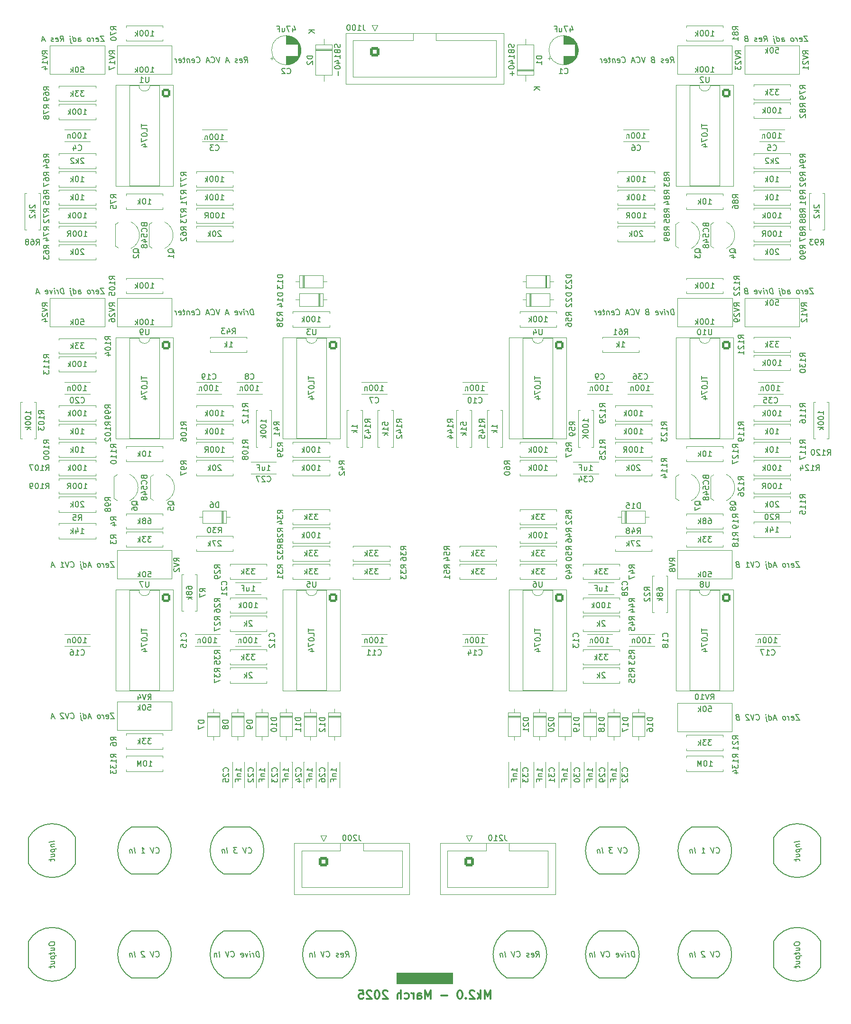
<source format=gbo>
%TF.GenerationSoftware,KiCad,Pcbnew,9.0.0*%
%TF.CreationDate,2025-03-15T21:38:37+01:00*%
%TF.ProjectId,DMH_Dual_VCF_Diode_Ladder_Mk2_PCB_1,444d485f-4475-4616-9c5f-5643465f4469,1*%
%TF.SameCoordinates,Original*%
%TF.FileFunction,Legend,Bot*%
%TF.FilePolarity,Positive*%
%FSLAX46Y46*%
G04 Gerber Fmt 4.6, Leading zero omitted, Abs format (unit mm)*
G04 Created by KiCad (PCBNEW 9.0.0) date 2025-03-15 21:38:37*
%MOMM*%
%LPD*%
G01*
G04 APERTURE LIST*
G04 Aperture macros list*
%AMRoundRect*
0 Rectangle with rounded corners*
0 $1 Rounding radius*
0 $2 $3 $4 $5 $6 $7 $8 $9 X,Y pos of 4 corners*
0 Add a 4 corners polygon primitive as box body*
4,1,4,$2,$3,$4,$5,$6,$7,$8,$9,$2,$3,0*
0 Add four circle primitives for the rounded corners*
1,1,$1+$1,$2,$3*
1,1,$1+$1,$4,$5*
1,1,$1+$1,$6,$7*
1,1,$1+$1,$8,$9*
0 Add four rect primitives between the rounded corners*
20,1,$1+$1,$2,$3,$4,$5,0*
20,1,$1+$1,$4,$5,$6,$7,0*
20,1,$1+$1,$6,$7,$8,$9,0*
20,1,$1+$1,$8,$9,$2,$3,0*%
%AMHorizOval*
0 Thick line with rounded ends*
0 $1 width*
0 $2 $3 position (X,Y) of the first rounded end (center of the circle)*
0 $4 $5 position (X,Y) of the second rounded end (center of the circle)*
0 Add line between two ends*
20,1,$1,$2,$3,$4,$5,0*
0 Add two circle primitives to create the rounded ends*
1,1,$1,$2,$3*
1,1,$1,$4,$5*%
G04 Aperture macros list end*
%ADD10C,0.300000*%
%ADD11C,0.100000*%
%ADD12C,0.150000*%
%ADD13C,0.200000*%
%ADD14C,0.120000*%
%ADD15R,1.700000X1.700000*%
%ADD16O,1.700000X1.700000*%
%ADD17HorizOval,1.508000X-0.533159X-0.533159X0.533159X0.533159X0*%
%ADD18O,1.508000X3.016000*%
%ADD19O,3.016000X1.508000*%
%ADD20HorizOval,1.508000X-0.533159X0.533159X0.533159X-0.533159X0*%
%ADD21RoundRect,0.250000X0.550000X0.550000X-0.550000X0.550000X-0.550000X-0.550000X0.550000X-0.550000X0*%
%ADD22C,1.600000*%
%ADD23R,1.600000X1.600000*%
%ADD24O,1.600000X1.600000*%
%ADD25RoundRect,0.250000X-0.600000X0.600000X-0.600000X-0.600000X0.600000X-0.600000X0.600000X0.600000X0*%
%ADD26C,1.700000*%
%ADD27R,1.500000X1.500000*%
%ADD28C,1.500000*%
%ADD29C,1.440000*%
%ADD30R,2.200000X2.200000*%
%ADD31O,2.200000X2.200000*%
G04 APERTURE END LIST*
D10*
X111714284Y-216678328D02*
X111714284Y-215178328D01*
X111714284Y-215178328D02*
X111214284Y-216249757D01*
X111214284Y-216249757D02*
X110714284Y-215178328D01*
X110714284Y-215178328D02*
X110714284Y-216678328D01*
X109999998Y-216678328D02*
X109999998Y-215178328D01*
X109857141Y-216106900D02*
X109428569Y-216678328D01*
X109428569Y-215678328D02*
X109999998Y-216249757D01*
X108857140Y-215321185D02*
X108785712Y-215249757D01*
X108785712Y-215249757D02*
X108642855Y-215178328D01*
X108642855Y-215178328D02*
X108285712Y-215178328D01*
X108285712Y-215178328D02*
X108142855Y-215249757D01*
X108142855Y-215249757D02*
X108071426Y-215321185D01*
X108071426Y-215321185D02*
X107999997Y-215464042D01*
X107999997Y-215464042D02*
X107999997Y-215606900D01*
X107999997Y-215606900D02*
X108071426Y-215821185D01*
X108071426Y-215821185D02*
X108928569Y-216678328D01*
X108928569Y-216678328D02*
X107999997Y-216678328D01*
X107357141Y-216535471D02*
X107285712Y-216606900D01*
X107285712Y-216606900D02*
X107357141Y-216678328D01*
X107357141Y-216678328D02*
X107428569Y-216606900D01*
X107428569Y-216606900D02*
X107357141Y-216535471D01*
X107357141Y-216535471D02*
X107357141Y-216678328D01*
X106357140Y-215178328D02*
X106214283Y-215178328D01*
X106214283Y-215178328D02*
X106071426Y-215249757D01*
X106071426Y-215249757D02*
X105999998Y-215321185D01*
X105999998Y-215321185D02*
X105928569Y-215464042D01*
X105928569Y-215464042D02*
X105857140Y-215749757D01*
X105857140Y-215749757D02*
X105857140Y-216106900D01*
X105857140Y-216106900D02*
X105928569Y-216392614D01*
X105928569Y-216392614D02*
X105999998Y-216535471D01*
X105999998Y-216535471D02*
X106071426Y-216606900D01*
X106071426Y-216606900D02*
X106214283Y-216678328D01*
X106214283Y-216678328D02*
X106357140Y-216678328D01*
X106357140Y-216678328D02*
X106499998Y-216606900D01*
X106499998Y-216606900D02*
X106571426Y-216535471D01*
X106571426Y-216535471D02*
X106642855Y-216392614D01*
X106642855Y-216392614D02*
X106714283Y-216106900D01*
X106714283Y-216106900D02*
X106714283Y-215749757D01*
X106714283Y-215749757D02*
X106642855Y-215464042D01*
X106642855Y-215464042D02*
X106571426Y-215321185D01*
X106571426Y-215321185D02*
X106499998Y-215249757D01*
X106499998Y-215249757D02*
X106357140Y-215178328D01*
X104071427Y-216106900D02*
X102928570Y-216106900D01*
X101071427Y-216678328D02*
X101071427Y-215178328D01*
X101071427Y-215178328D02*
X100571427Y-216249757D01*
X100571427Y-216249757D02*
X100071427Y-215178328D01*
X100071427Y-215178328D02*
X100071427Y-216678328D01*
X98714284Y-216678328D02*
X98714284Y-215892614D01*
X98714284Y-215892614D02*
X98785712Y-215749757D01*
X98785712Y-215749757D02*
X98928569Y-215678328D01*
X98928569Y-215678328D02*
X99214284Y-215678328D01*
X99214284Y-215678328D02*
X99357141Y-215749757D01*
X98714284Y-216606900D02*
X98857141Y-216678328D01*
X98857141Y-216678328D02*
X99214284Y-216678328D01*
X99214284Y-216678328D02*
X99357141Y-216606900D01*
X99357141Y-216606900D02*
X99428569Y-216464042D01*
X99428569Y-216464042D02*
X99428569Y-216321185D01*
X99428569Y-216321185D02*
X99357141Y-216178328D01*
X99357141Y-216178328D02*
X99214284Y-216106900D01*
X99214284Y-216106900D02*
X98857141Y-216106900D01*
X98857141Y-216106900D02*
X98714284Y-216035471D01*
X97999998Y-216678328D02*
X97999998Y-215678328D01*
X97999998Y-215964042D02*
X97928569Y-215821185D01*
X97928569Y-215821185D02*
X97857141Y-215749757D01*
X97857141Y-215749757D02*
X97714283Y-215678328D01*
X97714283Y-215678328D02*
X97571426Y-215678328D01*
X96428570Y-216606900D02*
X96571427Y-216678328D01*
X96571427Y-216678328D02*
X96857141Y-216678328D01*
X96857141Y-216678328D02*
X96999998Y-216606900D01*
X96999998Y-216606900D02*
X97071427Y-216535471D01*
X97071427Y-216535471D02*
X97142855Y-216392614D01*
X97142855Y-216392614D02*
X97142855Y-215964042D01*
X97142855Y-215964042D02*
X97071427Y-215821185D01*
X97071427Y-215821185D02*
X96999998Y-215749757D01*
X96999998Y-215749757D02*
X96857141Y-215678328D01*
X96857141Y-215678328D02*
X96571427Y-215678328D01*
X96571427Y-215678328D02*
X96428570Y-215749757D01*
X95785713Y-216678328D02*
X95785713Y-215178328D01*
X95142856Y-216678328D02*
X95142856Y-215892614D01*
X95142856Y-215892614D02*
X95214284Y-215749757D01*
X95214284Y-215749757D02*
X95357141Y-215678328D01*
X95357141Y-215678328D02*
X95571427Y-215678328D01*
X95571427Y-215678328D02*
X95714284Y-215749757D01*
X95714284Y-215749757D02*
X95785713Y-215821185D01*
X93357141Y-215321185D02*
X93285713Y-215249757D01*
X93285713Y-215249757D02*
X93142856Y-215178328D01*
X93142856Y-215178328D02*
X92785713Y-215178328D01*
X92785713Y-215178328D02*
X92642856Y-215249757D01*
X92642856Y-215249757D02*
X92571427Y-215321185D01*
X92571427Y-215321185D02*
X92499998Y-215464042D01*
X92499998Y-215464042D02*
X92499998Y-215606900D01*
X92499998Y-215606900D02*
X92571427Y-215821185D01*
X92571427Y-215821185D02*
X93428570Y-216678328D01*
X93428570Y-216678328D02*
X92499998Y-216678328D01*
X91571427Y-215178328D02*
X91428570Y-215178328D01*
X91428570Y-215178328D02*
X91285713Y-215249757D01*
X91285713Y-215249757D02*
X91214285Y-215321185D01*
X91214285Y-215321185D02*
X91142856Y-215464042D01*
X91142856Y-215464042D02*
X91071427Y-215749757D01*
X91071427Y-215749757D02*
X91071427Y-216106900D01*
X91071427Y-216106900D02*
X91142856Y-216392614D01*
X91142856Y-216392614D02*
X91214285Y-216535471D01*
X91214285Y-216535471D02*
X91285713Y-216606900D01*
X91285713Y-216606900D02*
X91428570Y-216678328D01*
X91428570Y-216678328D02*
X91571427Y-216678328D01*
X91571427Y-216678328D02*
X91714285Y-216606900D01*
X91714285Y-216606900D02*
X91785713Y-216535471D01*
X91785713Y-216535471D02*
X91857142Y-216392614D01*
X91857142Y-216392614D02*
X91928570Y-216106900D01*
X91928570Y-216106900D02*
X91928570Y-215749757D01*
X91928570Y-215749757D02*
X91857142Y-215464042D01*
X91857142Y-215464042D02*
X91785713Y-215321185D01*
X91785713Y-215321185D02*
X91714285Y-215249757D01*
X91714285Y-215249757D02*
X91571427Y-215178328D01*
X90499999Y-215321185D02*
X90428571Y-215249757D01*
X90428571Y-215249757D02*
X90285714Y-215178328D01*
X90285714Y-215178328D02*
X89928571Y-215178328D01*
X89928571Y-215178328D02*
X89785714Y-215249757D01*
X89785714Y-215249757D02*
X89714285Y-215321185D01*
X89714285Y-215321185D02*
X89642856Y-215464042D01*
X89642856Y-215464042D02*
X89642856Y-215606900D01*
X89642856Y-215606900D02*
X89714285Y-215821185D01*
X89714285Y-215821185D02*
X90571428Y-216678328D01*
X90571428Y-216678328D02*
X89642856Y-216678328D01*
X88285714Y-215178328D02*
X89000000Y-215178328D01*
X89000000Y-215178328D02*
X89071428Y-215892614D01*
X89071428Y-215892614D02*
X89000000Y-215821185D01*
X89000000Y-215821185D02*
X88857143Y-215749757D01*
X88857143Y-215749757D02*
X88500000Y-215749757D01*
X88500000Y-215749757D02*
X88357143Y-215821185D01*
X88357143Y-215821185D02*
X88285714Y-215892614D01*
X88285714Y-215892614D02*
X88214285Y-216035471D01*
X88214285Y-216035471D02*
X88214285Y-216392614D01*
X88214285Y-216392614D02*
X88285714Y-216535471D01*
X88285714Y-216535471D02*
X88357143Y-216606900D01*
X88357143Y-216606900D02*
X88500000Y-216678328D01*
X88500000Y-216678328D02*
X88857143Y-216678328D01*
X88857143Y-216678328D02*
X89000000Y-216606900D01*
X89000000Y-216606900D02*
X89071428Y-216535471D01*
D11*
X95000000Y-212000000D02*
X105000000Y-212000000D01*
X105000000Y-214000000D01*
X95000000Y-214000000D01*
X95000000Y-212000000D01*
G36*
X95000000Y-212000000D02*
G01*
X105000000Y-212000000D01*
X105000000Y-214000000D01*
X95000000Y-214000000D01*
X95000000Y-212000000D01*
G37*
D12*
X85910714Y-209204819D02*
X86184524Y-208728628D01*
X86482143Y-209204819D02*
X86357143Y-208204819D01*
X86357143Y-208204819D02*
X85976190Y-208204819D01*
X85976190Y-208204819D02*
X85886905Y-208252438D01*
X85886905Y-208252438D02*
X85845238Y-208300057D01*
X85845238Y-208300057D02*
X85809524Y-208395295D01*
X85809524Y-208395295D02*
X85827381Y-208538152D01*
X85827381Y-208538152D02*
X85886905Y-208633390D01*
X85886905Y-208633390D02*
X85940476Y-208681009D01*
X85940476Y-208681009D02*
X86041666Y-208728628D01*
X86041666Y-208728628D02*
X86422619Y-208728628D01*
X85095238Y-209157200D02*
X85196428Y-209204819D01*
X85196428Y-209204819D02*
X85386905Y-209204819D01*
X85386905Y-209204819D02*
X85476190Y-209157200D01*
X85476190Y-209157200D02*
X85511905Y-209061961D01*
X85511905Y-209061961D02*
X85464286Y-208681009D01*
X85464286Y-208681009D02*
X85404762Y-208585771D01*
X85404762Y-208585771D02*
X85303571Y-208538152D01*
X85303571Y-208538152D02*
X85113095Y-208538152D01*
X85113095Y-208538152D02*
X85023809Y-208585771D01*
X85023809Y-208585771D02*
X84988095Y-208681009D01*
X84988095Y-208681009D02*
X85000000Y-208776247D01*
X85000000Y-208776247D02*
X85488095Y-208871485D01*
X84666666Y-209157200D02*
X84577381Y-209204819D01*
X84577381Y-209204819D02*
X84386904Y-209204819D01*
X84386904Y-209204819D02*
X84285714Y-209157200D01*
X84285714Y-209157200D02*
X84226190Y-209061961D01*
X84226190Y-209061961D02*
X84220238Y-209014342D01*
X84220238Y-209014342D02*
X84255952Y-208919104D01*
X84255952Y-208919104D02*
X84345238Y-208871485D01*
X84345238Y-208871485D02*
X84488095Y-208871485D01*
X84488095Y-208871485D02*
X84577381Y-208823866D01*
X84577381Y-208823866D02*
X84613095Y-208728628D01*
X84613095Y-208728628D02*
X84607143Y-208681009D01*
X84607143Y-208681009D02*
X84547619Y-208585771D01*
X84547619Y-208585771D02*
X84446428Y-208538152D01*
X84446428Y-208538152D02*
X84303571Y-208538152D01*
X84303571Y-208538152D02*
X84214285Y-208585771D01*
X82470237Y-209109580D02*
X82523809Y-209157200D01*
X82523809Y-209157200D02*
X82672618Y-209204819D01*
X82672618Y-209204819D02*
X82767856Y-209204819D01*
X82767856Y-209204819D02*
X82904761Y-209157200D01*
X82904761Y-209157200D02*
X82988094Y-209061961D01*
X82988094Y-209061961D02*
X83023809Y-208966723D01*
X83023809Y-208966723D02*
X83047618Y-208776247D01*
X83047618Y-208776247D02*
X83029761Y-208633390D01*
X83029761Y-208633390D02*
X82958333Y-208442914D01*
X82958333Y-208442914D02*
X82898809Y-208347676D01*
X82898809Y-208347676D02*
X82791666Y-208252438D01*
X82791666Y-208252438D02*
X82642856Y-208204819D01*
X82642856Y-208204819D02*
X82547618Y-208204819D01*
X82547618Y-208204819D02*
X82410714Y-208252438D01*
X82410714Y-208252438D02*
X82369047Y-208300057D01*
X82071428Y-208204819D02*
X81863094Y-209204819D01*
X81863094Y-209204819D02*
X81404761Y-208204819D01*
X80434523Y-209204819D02*
X80309523Y-208204819D01*
X79874999Y-208538152D02*
X79958333Y-209204819D01*
X79886904Y-208633390D02*
X79833333Y-208585771D01*
X79833333Y-208585771D02*
X79732142Y-208538152D01*
X79732142Y-208538152D02*
X79589285Y-208538152D01*
X79589285Y-208538152D02*
X79499999Y-208585771D01*
X79499999Y-208585771D02*
X79464285Y-208681009D01*
X79464285Y-208681009D02*
X79529761Y-209204819D01*
X119910714Y-209204819D02*
X120184524Y-208728628D01*
X120482143Y-209204819D02*
X120357143Y-208204819D01*
X120357143Y-208204819D02*
X119976190Y-208204819D01*
X119976190Y-208204819D02*
X119886905Y-208252438D01*
X119886905Y-208252438D02*
X119845238Y-208300057D01*
X119845238Y-208300057D02*
X119809524Y-208395295D01*
X119809524Y-208395295D02*
X119827381Y-208538152D01*
X119827381Y-208538152D02*
X119886905Y-208633390D01*
X119886905Y-208633390D02*
X119940476Y-208681009D01*
X119940476Y-208681009D02*
X120041666Y-208728628D01*
X120041666Y-208728628D02*
X120422619Y-208728628D01*
X119095238Y-209157200D02*
X119196428Y-209204819D01*
X119196428Y-209204819D02*
X119386905Y-209204819D01*
X119386905Y-209204819D02*
X119476190Y-209157200D01*
X119476190Y-209157200D02*
X119511905Y-209061961D01*
X119511905Y-209061961D02*
X119464286Y-208681009D01*
X119464286Y-208681009D02*
X119404762Y-208585771D01*
X119404762Y-208585771D02*
X119303571Y-208538152D01*
X119303571Y-208538152D02*
X119113095Y-208538152D01*
X119113095Y-208538152D02*
X119023809Y-208585771D01*
X119023809Y-208585771D02*
X118988095Y-208681009D01*
X118988095Y-208681009D02*
X119000000Y-208776247D01*
X119000000Y-208776247D02*
X119488095Y-208871485D01*
X118666666Y-209157200D02*
X118577381Y-209204819D01*
X118577381Y-209204819D02*
X118386904Y-209204819D01*
X118386904Y-209204819D02*
X118285714Y-209157200D01*
X118285714Y-209157200D02*
X118226190Y-209061961D01*
X118226190Y-209061961D02*
X118220238Y-209014342D01*
X118220238Y-209014342D02*
X118255952Y-208919104D01*
X118255952Y-208919104D02*
X118345238Y-208871485D01*
X118345238Y-208871485D02*
X118488095Y-208871485D01*
X118488095Y-208871485D02*
X118577381Y-208823866D01*
X118577381Y-208823866D02*
X118613095Y-208728628D01*
X118613095Y-208728628D02*
X118607143Y-208681009D01*
X118607143Y-208681009D02*
X118547619Y-208585771D01*
X118547619Y-208585771D02*
X118446428Y-208538152D01*
X118446428Y-208538152D02*
X118303571Y-208538152D01*
X118303571Y-208538152D02*
X118214285Y-208585771D01*
X116470237Y-209109580D02*
X116523809Y-209157200D01*
X116523809Y-209157200D02*
X116672618Y-209204819D01*
X116672618Y-209204819D02*
X116767856Y-209204819D01*
X116767856Y-209204819D02*
X116904761Y-209157200D01*
X116904761Y-209157200D02*
X116988094Y-209061961D01*
X116988094Y-209061961D02*
X117023809Y-208966723D01*
X117023809Y-208966723D02*
X117047618Y-208776247D01*
X117047618Y-208776247D02*
X117029761Y-208633390D01*
X117029761Y-208633390D02*
X116958333Y-208442914D01*
X116958333Y-208442914D02*
X116898809Y-208347676D01*
X116898809Y-208347676D02*
X116791666Y-208252438D01*
X116791666Y-208252438D02*
X116642856Y-208204819D01*
X116642856Y-208204819D02*
X116547618Y-208204819D01*
X116547618Y-208204819D02*
X116410714Y-208252438D01*
X116410714Y-208252438D02*
X116369047Y-208300057D01*
X116071428Y-208204819D02*
X115863094Y-209204819D01*
X115863094Y-209204819D02*
X115404761Y-208204819D01*
X114434523Y-209204819D02*
X114309523Y-208204819D01*
X113874999Y-208538152D02*
X113958333Y-209204819D01*
X113886904Y-208633390D02*
X113833333Y-208585771D01*
X113833333Y-208585771D02*
X113732142Y-208538152D01*
X113732142Y-208538152D02*
X113589285Y-208538152D01*
X113589285Y-208538152D02*
X113499999Y-208585771D01*
X113499999Y-208585771D02*
X113464285Y-208681009D01*
X113464285Y-208681009D02*
X113529761Y-209204819D01*
X135541666Y-190609580D02*
X135595238Y-190657200D01*
X135595238Y-190657200D02*
X135744047Y-190704819D01*
X135744047Y-190704819D02*
X135839285Y-190704819D01*
X135839285Y-190704819D02*
X135976190Y-190657200D01*
X135976190Y-190657200D02*
X136059523Y-190561961D01*
X136059523Y-190561961D02*
X136095238Y-190466723D01*
X136095238Y-190466723D02*
X136119047Y-190276247D01*
X136119047Y-190276247D02*
X136101190Y-190133390D01*
X136101190Y-190133390D02*
X136029762Y-189942914D01*
X136029762Y-189942914D02*
X135970238Y-189847676D01*
X135970238Y-189847676D02*
X135863095Y-189752438D01*
X135863095Y-189752438D02*
X135714285Y-189704819D01*
X135714285Y-189704819D02*
X135619047Y-189704819D01*
X135619047Y-189704819D02*
X135482143Y-189752438D01*
X135482143Y-189752438D02*
X135440476Y-189800057D01*
X135142857Y-189704819D02*
X134934523Y-190704819D01*
X134934523Y-190704819D02*
X134476190Y-189704819D01*
X133476190Y-189704819D02*
X132857142Y-189704819D01*
X132857142Y-189704819D02*
X133238095Y-190085771D01*
X133238095Y-190085771D02*
X133095237Y-190085771D01*
X133095237Y-190085771D02*
X133005952Y-190133390D01*
X133005952Y-190133390D02*
X132964285Y-190181009D01*
X132964285Y-190181009D02*
X132928571Y-190276247D01*
X132928571Y-190276247D02*
X132958333Y-190514342D01*
X132958333Y-190514342D02*
X133017856Y-190609580D01*
X133017856Y-190609580D02*
X133071428Y-190657200D01*
X133071428Y-190657200D02*
X133172618Y-190704819D01*
X133172618Y-190704819D02*
X133458333Y-190704819D01*
X133458333Y-190704819D02*
X133547618Y-190657200D01*
X133547618Y-190657200D02*
X133589285Y-190609580D01*
X131791666Y-190704819D02*
X131666666Y-189704819D01*
X131232142Y-190038152D02*
X131315476Y-190704819D01*
X131244047Y-190133390D02*
X131190476Y-190085771D01*
X131190476Y-190085771D02*
X131089285Y-190038152D01*
X131089285Y-190038152D02*
X130946428Y-190038152D01*
X130946428Y-190038152D02*
X130857142Y-190085771D01*
X130857142Y-190085771D02*
X130821428Y-190181009D01*
X130821428Y-190181009D02*
X130886904Y-190704819D01*
X68541666Y-190609580D02*
X68595238Y-190657200D01*
X68595238Y-190657200D02*
X68744047Y-190704819D01*
X68744047Y-190704819D02*
X68839285Y-190704819D01*
X68839285Y-190704819D02*
X68976190Y-190657200D01*
X68976190Y-190657200D02*
X69059523Y-190561961D01*
X69059523Y-190561961D02*
X69095238Y-190466723D01*
X69095238Y-190466723D02*
X69119047Y-190276247D01*
X69119047Y-190276247D02*
X69101190Y-190133390D01*
X69101190Y-190133390D02*
X69029762Y-189942914D01*
X69029762Y-189942914D02*
X68970238Y-189847676D01*
X68970238Y-189847676D02*
X68863095Y-189752438D01*
X68863095Y-189752438D02*
X68714285Y-189704819D01*
X68714285Y-189704819D02*
X68619047Y-189704819D01*
X68619047Y-189704819D02*
X68482143Y-189752438D01*
X68482143Y-189752438D02*
X68440476Y-189800057D01*
X68142857Y-189704819D02*
X67934523Y-190704819D01*
X67934523Y-190704819D02*
X67476190Y-189704819D01*
X66476190Y-189704819D02*
X65857142Y-189704819D01*
X65857142Y-189704819D02*
X66238095Y-190085771D01*
X66238095Y-190085771D02*
X66095237Y-190085771D01*
X66095237Y-190085771D02*
X66005952Y-190133390D01*
X66005952Y-190133390D02*
X65964285Y-190181009D01*
X65964285Y-190181009D02*
X65928571Y-190276247D01*
X65928571Y-190276247D02*
X65958333Y-190514342D01*
X65958333Y-190514342D02*
X66017856Y-190609580D01*
X66017856Y-190609580D02*
X66071428Y-190657200D01*
X66071428Y-190657200D02*
X66172618Y-190704819D01*
X66172618Y-190704819D02*
X66458333Y-190704819D01*
X66458333Y-190704819D02*
X66547618Y-190657200D01*
X66547618Y-190657200D02*
X66589285Y-190609580D01*
X64791666Y-190704819D02*
X64666666Y-189704819D01*
X64232142Y-190038152D02*
X64315476Y-190704819D01*
X64244047Y-190133390D02*
X64190476Y-190085771D01*
X64190476Y-190085771D02*
X64089285Y-190038152D01*
X64089285Y-190038152D02*
X63946428Y-190038152D01*
X63946428Y-190038152D02*
X63857142Y-190085771D01*
X63857142Y-190085771D02*
X63821428Y-190181009D01*
X63821428Y-190181009D02*
X63886904Y-190704819D01*
X152041666Y-209109580D02*
X152095238Y-209157200D01*
X152095238Y-209157200D02*
X152244047Y-209204819D01*
X152244047Y-209204819D02*
X152339285Y-209204819D01*
X152339285Y-209204819D02*
X152476190Y-209157200D01*
X152476190Y-209157200D02*
X152559523Y-209061961D01*
X152559523Y-209061961D02*
X152595238Y-208966723D01*
X152595238Y-208966723D02*
X152619047Y-208776247D01*
X152619047Y-208776247D02*
X152601190Y-208633390D01*
X152601190Y-208633390D02*
X152529762Y-208442914D01*
X152529762Y-208442914D02*
X152470238Y-208347676D01*
X152470238Y-208347676D02*
X152363095Y-208252438D01*
X152363095Y-208252438D02*
X152214285Y-208204819D01*
X152214285Y-208204819D02*
X152119047Y-208204819D01*
X152119047Y-208204819D02*
X151982143Y-208252438D01*
X151982143Y-208252438D02*
X151940476Y-208300057D01*
X151642857Y-208204819D02*
X151434523Y-209204819D01*
X151434523Y-209204819D02*
X150976190Y-208204819D01*
X149940475Y-208300057D02*
X149886904Y-208252438D01*
X149886904Y-208252438D02*
X149785714Y-208204819D01*
X149785714Y-208204819D02*
X149547618Y-208204819D01*
X149547618Y-208204819D02*
X149458333Y-208252438D01*
X149458333Y-208252438D02*
X149416666Y-208300057D01*
X149416666Y-208300057D02*
X149380952Y-208395295D01*
X149380952Y-208395295D02*
X149392856Y-208490533D01*
X149392856Y-208490533D02*
X149458333Y-208633390D01*
X149458333Y-208633390D02*
X150101190Y-209204819D01*
X150101190Y-209204819D02*
X149482142Y-209204819D01*
X148291666Y-209204819D02*
X148166666Y-208204819D01*
X147732142Y-208538152D02*
X147815476Y-209204819D01*
X147744047Y-208633390D02*
X147690476Y-208585771D01*
X147690476Y-208585771D02*
X147589285Y-208538152D01*
X147589285Y-208538152D02*
X147446428Y-208538152D01*
X147446428Y-208538152D02*
X147357142Y-208585771D01*
X147357142Y-208585771D02*
X147321428Y-208681009D01*
X147321428Y-208681009D02*
X147386904Y-209204819D01*
X166954819Y-188601190D02*
X165954819Y-188726190D01*
X166288152Y-189160714D02*
X166954819Y-189077380D01*
X166383390Y-189148809D02*
X166335771Y-189202380D01*
X166335771Y-189202380D02*
X166288152Y-189303571D01*
X166288152Y-189303571D02*
X166288152Y-189446428D01*
X166288152Y-189446428D02*
X166335771Y-189535714D01*
X166335771Y-189535714D02*
X166431009Y-189571428D01*
X166431009Y-189571428D02*
X166954819Y-189505952D01*
X166288152Y-190065476D02*
X167288152Y-189940476D01*
X166335771Y-190059523D02*
X166288152Y-190160714D01*
X166288152Y-190160714D02*
X166288152Y-190351190D01*
X166288152Y-190351190D02*
X166335771Y-190440476D01*
X166335771Y-190440476D02*
X166383390Y-190482142D01*
X166383390Y-190482142D02*
X166478628Y-190517857D01*
X166478628Y-190517857D02*
X166764342Y-190482142D01*
X166764342Y-190482142D02*
X166859580Y-190422619D01*
X166859580Y-190422619D02*
X166907200Y-190369047D01*
X166907200Y-190369047D02*
X166954819Y-190267857D01*
X166954819Y-190267857D02*
X166954819Y-190077380D01*
X166954819Y-190077380D02*
X166907200Y-189988095D01*
X166288152Y-191398809D02*
X166954819Y-191315476D01*
X166288152Y-190970238D02*
X166811961Y-190904762D01*
X166811961Y-190904762D02*
X166907200Y-190940476D01*
X166907200Y-190940476D02*
X166954819Y-191029762D01*
X166954819Y-191029762D02*
X166954819Y-191172619D01*
X166954819Y-191172619D02*
X166907200Y-191273809D01*
X166907200Y-191273809D02*
X166859580Y-191327381D01*
X166288152Y-191732143D02*
X166288152Y-192113095D01*
X165954819Y-191916666D02*
X166811961Y-191809524D01*
X166811961Y-191809524D02*
X166907200Y-191845238D01*
X166907200Y-191845238D02*
X166954819Y-191934524D01*
X166954819Y-191934524D02*
X166954819Y-192029762D01*
X52041666Y-209109580D02*
X52095238Y-209157200D01*
X52095238Y-209157200D02*
X52244047Y-209204819D01*
X52244047Y-209204819D02*
X52339285Y-209204819D01*
X52339285Y-209204819D02*
X52476190Y-209157200D01*
X52476190Y-209157200D02*
X52559523Y-209061961D01*
X52559523Y-209061961D02*
X52595238Y-208966723D01*
X52595238Y-208966723D02*
X52619047Y-208776247D01*
X52619047Y-208776247D02*
X52601190Y-208633390D01*
X52601190Y-208633390D02*
X52529762Y-208442914D01*
X52529762Y-208442914D02*
X52470238Y-208347676D01*
X52470238Y-208347676D02*
X52363095Y-208252438D01*
X52363095Y-208252438D02*
X52214285Y-208204819D01*
X52214285Y-208204819D02*
X52119047Y-208204819D01*
X52119047Y-208204819D02*
X51982143Y-208252438D01*
X51982143Y-208252438D02*
X51940476Y-208300057D01*
X51642857Y-208204819D02*
X51434523Y-209204819D01*
X51434523Y-209204819D02*
X50976190Y-208204819D01*
X49940475Y-208300057D02*
X49886904Y-208252438D01*
X49886904Y-208252438D02*
X49785714Y-208204819D01*
X49785714Y-208204819D02*
X49547618Y-208204819D01*
X49547618Y-208204819D02*
X49458333Y-208252438D01*
X49458333Y-208252438D02*
X49416666Y-208300057D01*
X49416666Y-208300057D02*
X49380952Y-208395295D01*
X49380952Y-208395295D02*
X49392856Y-208490533D01*
X49392856Y-208490533D02*
X49458333Y-208633390D01*
X49458333Y-208633390D02*
X50101190Y-209204819D01*
X50101190Y-209204819D02*
X49482142Y-209204819D01*
X48291666Y-209204819D02*
X48166666Y-208204819D01*
X47732142Y-208538152D02*
X47815476Y-209204819D01*
X47744047Y-208633390D02*
X47690476Y-208585771D01*
X47690476Y-208585771D02*
X47589285Y-208538152D01*
X47589285Y-208538152D02*
X47446428Y-208538152D01*
X47446428Y-208538152D02*
X47357142Y-208585771D01*
X47357142Y-208585771D02*
X47321428Y-208681009D01*
X47321428Y-208681009D02*
X47386904Y-209204819D01*
X52041666Y-190609580D02*
X52095238Y-190657200D01*
X52095238Y-190657200D02*
X52244047Y-190704819D01*
X52244047Y-190704819D02*
X52339285Y-190704819D01*
X52339285Y-190704819D02*
X52476190Y-190657200D01*
X52476190Y-190657200D02*
X52559523Y-190561961D01*
X52559523Y-190561961D02*
X52595238Y-190466723D01*
X52595238Y-190466723D02*
X52619047Y-190276247D01*
X52619047Y-190276247D02*
X52601190Y-190133390D01*
X52601190Y-190133390D02*
X52529762Y-189942914D01*
X52529762Y-189942914D02*
X52470238Y-189847676D01*
X52470238Y-189847676D02*
X52363095Y-189752438D01*
X52363095Y-189752438D02*
X52214285Y-189704819D01*
X52214285Y-189704819D02*
X52119047Y-189704819D01*
X52119047Y-189704819D02*
X51982143Y-189752438D01*
X51982143Y-189752438D02*
X51940476Y-189800057D01*
X51642857Y-189704819D02*
X51434523Y-190704819D01*
X51434523Y-190704819D02*
X50976190Y-189704819D01*
X49482142Y-190704819D02*
X50053571Y-190704819D01*
X49767856Y-190704819D02*
X49642856Y-189704819D01*
X49642856Y-189704819D02*
X49755952Y-189847676D01*
X49755952Y-189847676D02*
X49863095Y-189942914D01*
X49863095Y-189942914D02*
X49964285Y-189990533D01*
X48291666Y-190704819D02*
X48166666Y-189704819D01*
X47732142Y-190038152D02*
X47815476Y-190704819D01*
X47744047Y-190133390D02*
X47690476Y-190085771D01*
X47690476Y-190085771D02*
X47589285Y-190038152D01*
X47589285Y-190038152D02*
X47446428Y-190038152D01*
X47446428Y-190038152D02*
X47357142Y-190085771D01*
X47357142Y-190085771D02*
X47321428Y-190181009D01*
X47321428Y-190181009D02*
X47386904Y-190704819D01*
X70505952Y-209204819D02*
X70380952Y-208204819D01*
X70380952Y-208204819D02*
X70142856Y-208204819D01*
X70142856Y-208204819D02*
X70005952Y-208252438D01*
X70005952Y-208252438D02*
X69922618Y-208347676D01*
X69922618Y-208347676D02*
X69886904Y-208442914D01*
X69886904Y-208442914D02*
X69863095Y-208633390D01*
X69863095Y-208633390D02*
X69880952Y-208776247D01*
X69880952Y-208776247D02*
X69952380Y-208966723D01*
X69952380Y-208966723D02*
X70011904Y-209061961D01*
X70011904Y-209061961D02*
X70119047Y-209157200D01*
X70119047Y-209157200D02*
X70267856Y-209204819D01*
X70267856Y-209204819D02*
X70505952Y-209204819D01*
X69505952Y-209204819D02*
X69422618Y-208538152D01*
X69446428Y-208728628D02*
X69386904Y-208633390D01*
X69386904Y-208633390D02*
X69333333Y-208585771D01*
X69333333Y-208585771D02*
X69232142Y-208538152D01*
X69232142Y-208538152D02*
X69136904Y-208538152D01*
X68886904Y-209204819D02*
X68803570Y-208538152D01*
X68761904Y-208204819D02*
X68815475Y-208252438D01*
X68815475Y-208252438D02*
X68773808Y-208300057D01*
X68773808Y-208300057D02*
X68720237Y-208252438D01*
X68720237Y-208252438D02*
X68761904Y-208204819D01*
X68761904Y-208204819D02*
X68773808Y-208300057D01*
X68422618Y-208538152D02*
X68267857Y-209204819D01*
X68267857Y-209204819D02*
X67946428Y-208538152D01*
X67261904Y-209157200D02*
X67363094Y-209204819D01*
X67363094Y-209204819D02*
X67553571Y-209204819D01*
X67553571Y-209204819D02*
X67642856Y-209157200D01*
X67642856Y-209157200D02*
X67678571Y-209061961D01*
X67678571Y-209061961D02*
X67630952Y-208681009D01*
X67630952Y-208681009D02*
X67571428Y-208585771D01*
X67571428Y-208585771D02*
X67470237Y-208538152D01*
X67470237Y-208538152D02*
X67279761Y-208538152D01*
X67279761Y-208538152D02*
X67190475Y-208585771D01*
X67190475Y-208585771D02*
X67154761Y-208681009D01*
X67154761Y-208681009D02*
X67166666Y-208776247D01*
X67166666Y-208776247D02*
X67654761Y-208871485D01*
X65446427Y-209109580D02*
X65499999Y-209157200D01*
X65499999Y-209157200D02*
X65648808Y-209204819D01*
X65648808Y-209204819D02*
X65744046Y-209204819D01*
X65744046Y-209204819D02*
X65880951Y-209157200D01*
X65880951Y-209157200D02*
X65964284Y-209061961D01*
X65964284Y-209061961D02*
X65999999Y-208966723D01*
X65999999Y-208966723D02*
X66023808Y-208776247D01*
X66023808Y-208776247D02*
X66005951Y-208633390D01*
X66005951Y-208633390D02*
X65934523Y-208442914D01*
X65934523Y-208442914D02*
X65874999Y-208347676D01*
X65874999Y-208347676D02*
X65767856Y-208252438D01*
X65767856Y-208252438D02*
X65619046Y-208204819D01*
X65619046Y-208204819D02*
X65523808Y-208204819D01*
X65523808Y-208204819D02*
X65386904Y-208252438D01*
X65386904Y-208252438D02*
X65345237Y-208300057D01*
X65047618Y-208204819D02*
X64839284Y-209204819D01*
X64839284Y-209204819D02*
X64380951Y-208204819D01*
X63410713Y-209204819D02*
X63285713Y-208204819D01*
X62851189Y-208538152D02*
X62934523Y-209204819D01*
X62863094Y-208633390D02*
X62809523Y-208585771D01*
X62809523Y-208585771D02*
X62708332Y-208538152D01*
X62708332Y-208538152D02*
X62565475Y-208538152D01*
X62565475Y-208538152D02*
X62476189Y-208585771D01*
X62476189Y-208585771D02*
X62440475Y-208681009D01*
X62440475Y-208681009D02*
X62505951Y-209204819D01*
X137505952Y-209204819D02*
X137380952Y-208204819D01*
X137380952Y-208204819D02*
X137142856Y-208204819D01*
X137142856Y-208204819D02*
X137005952Y-208252438D01*
X137005952Y-208252438D02*
X136922618Y-208347676D01*
X136922618Y-208347676D02*
X136886904Y-208442914D01*
X136886904Y-208442914D02*
X136863095Y-208633390D01*
X136863095Y-208633390D02*
X136880952Y-208776247D01*
X136880952Y-208776247D02*
X136952380Y-208966723D01*
X136952380Y-208966723D02*
X137011904Y-209061961D01*
X137011904Y-209061961D02*
X137119047Y-209157200D01*
X137119047Y-209157200D02*
X137267856Y-209204819D01*
X137267856Y-209204819D02*
X137505952Y-209204819D01*
X136505952Y-209204819D02*
X136422618Y-208538152D01*
X136446428Y-208728628D02*
X136386904Y-208633390D01*
X136386904Y-208633390D02*
X136333333Y-208585771D01*
X136333333Y-208585771D02*
X136232142Y-208538152D01*
X136232142Y-208538152D02*
X136136904Y-208538152D01*
X135886904Y-209204819D02*
X135803570Y-208538152D01*
X135761904Y-208204819D02*
X135815475Y-208252438D01*
X135815475Y-208252438D02*
X135773808Y-208300057D01*
X135773808Y-208300057D02*
X135720237Y-208252438D01*
X135720237Y-208252438D02*
X135761904Y-208204819D01*
X135761904Y-208204819D02*
X135773808Y-208300057D01*
X135422618Y-208538152D02*
X135267857Y-209204819D01*
X135267857Y-209204819D02*
X134946428Y-208538152D01*
X134261904Y-209157200D02*
X134363094Y-209204819D01*
X134363094Y-209204819D02*
X134553571Y-209204819D01*
X134553571Y-209204819D02*
X134642856Y-209157200D01*
X134642856Y-209157200D02*
X134678571Y-209061961D01*
X134678571Y-209061961D02*
X134630952Y-208681009D01*
X134630952Y-208681009D02*
X134571428Y-208585771D01*
X134571428Y-208585771D02*
X134470237Y-208538152D01*
X134470237Y-208538152D02*
X134279761Y-208538152D01*
X134279761Y-208538152D02*
X134190475Y-208585771D01*
X134190475Y-208585771D02*
X134154761Y-208681009D01*
X134154761Y-208681009D02*
X134166666Y-208776247D01*
X134166666Y-208776247D02*
X134654761Y-208871485D01*
X132446427Y-209109580D02*
X132499999Y-209157200D01*
X132499999Y-209157200D02*
X132648808Y-209204819D01*
X132648808Y-209204819D02*
X132744046Y-209204819D01*
X132744046Y-209204819D02*
X132880951Y-209157200D01*
X132880951Y-209157200D02*
X132964284Y-209061961D01*
X132964284Y-209061961D02*
X132999999Y-208966723D01*
X132999999Y-208966723D02*
X133023808Y-208776247D01*
X133023808Y-208776247D02*
X133005951Y-208633390D01*
X133005951Y-208633390D02*
X132934523Y-208442914D01*
X132934523Y-208442914D02*
X132874999Y-208347676D01*
X132874999Y-208347676D02*
X132767856Y-208252438D01*
X132767856Y-208252438D02*
X132619046Y-208204819D01*
X132619046Y-208204819D02*
X132523808Y-208204819D01*
X132523808Y-208204819D02*
X132386904Y-208252438D01*
X132386904Y-208252438D02*
X132345237Y-208300057D01*
X132047618Y-208204819D02*
X131839284Y-209204819D01*
X131839284Y-209204819D02*
X131380951Y-208204819D01*
X130410713Y-209204819D02*
X130285713Y-208204819D01*
X129851189Y-208538152D02*
X129934523Y-209204819D01*
X129863094Y-208633390D02*
X129809523Y-208585771D01*
X129809523Y-208585771D02*
X129708332Y-208538152D01*
X129708332Y-208538152D02*
X129565475Y-208538152D01*
X129565475Y-208538152D02*
X129476189Y-208585771D01*
X129476189Y-208585771D02*
X129440475Y-208681009D01*
X129440475Y-208681009D02*
X129505951Y-209204819D01*
X152041666Y-190609580D02*
X152095238Y-190657200D01*
X152095238Y-190657200D02*
X152244047Y-190704819D01*
X152244047Y-190704819D02*
X152339285Y-190704819D01*
X152339285Y-190704819D02*
X152476190Y-190657200D01*
X152476190Y-190657200D02*
X152559523Y-190561961D01*
X152559523Y-190561961D02*
X152595238Y-190466723D01*
X152595238Y-190466723D02*
X152619047Y-190276247D01*
X152619047Y-190276247D02*
X152601190Y-190133390D01*
X152601190Y-190133390D02*
X152529762Y-189942914D01*
X152529762Y-189942914D02*
X152470238Y-189847676D01*
X152470238Y-189847676D02*
X152363095Y-189752438D01*
X152363095Y-189752438D02*
X152214285Y-189704819D01*
X152214285Y-189704819D02*
X152119047Y-189704819D01*
X152119047Y-189704819D02*
X151982143Y-189752438D01*
X151982143Y-189752438D02*
X151940476Y-189800057D01*
X151642857Y-189704819D02*
X151434523Y-190704819D01*
X151434523Y-190704819D02*
X150976190Y-189704819D01*
X149482142Y-190704819D02*
X150053571Y-190704819D01*
X149767856Y-190704819D02*
X149642856Y-189704819D01*
X149642856Y-189704819D02*
X149755952Y-189847676D01*
X149755952Y-189847676D02*
X149863095Y-189942914D01*
X149863095Y-189942914D02*
X149964285Y-189990533D01*
X148291666Y-190704819D02*
X148166666Y-189704819D01*
X147732142Y-190038152D02*
X147815476Y-190704819D01*
X147744047Y-190133390D02*
X147690476Y-190085771D01*
X147690476Y-190085771D02*
X147589285Y-190038152D01*
X147589285Y-190038152D02*
X147446428Y-190038152D01*
X147446428Y-190038152D02*
X147357142Y-190085771D01*
X147357142Y-190085771D02*
X147321428Y-190181009D01*
X147321428Y-190181009D02*
X147386904Y-190704819D01*
X165954819Y-206845238D02*
X165954819Y-207035714D01*
X165954819Y-207035714D02*
X166002438Y-207124999D01*
X166002438Y-207124999D02*
X166097676Y-207208333D01*
X166097676Y-207208333D02*
X166288152Y-207232142D01*
X166288152Y-207232142D02*
X166621485Y-207190476D01*
X166621485Y-207190476D02*
X166811961Y-207119047D01*
X166811961Y-207119047D02*
X166907200Y-207011904D01*
X166907200Y-207011904D02*
X166954819Y-206910714D01*
X166954819Y-206910714D02*
X166954819Y-206720238D01*
X166954819Y-206720238D02*
X166907200Y-206630952D01*
X166907200Y-206630952D02*
X166811961Y-206547619D01*
X166811961Y-206547619D02*
X166621485Y-206523809D01*
X166621485Y-206523809D02*
X166288152Y-206565476D01*
X166288152Y-206565476D02*
X166097676Y-206636904D01*
X166097676Y-206636904D02*
X166002438Y-206744047D01*
X166002438Y-206744047D02*
X165954819Y-206845238D01*
X166288152Y-208089285D02*
X166954819Y-208005952D01*
X166288152Y-207660714D02*
X166811961Y-207595238D01*
X166811961Y-207595238D02*
X166907200Y-207630952D01*
X166907200Y-207630952D02*
X166954819Y-207720238D01*
X166954819Y-207720238D02*
X166954819Y-207863095D01*
X166954819Y-207863095D02*
X166907200Y-207964285D01*
X166907200Y-207964285D02*
X166859580Y-208017857D01*
X166288152Y-208422619D02*
X166288152Y-208803571D01*
X165954819Y-208607142D02*
X166811961Y-208500000D01*
X166811961Y-208500000D02*
X166907200Y-208535714D01*
X166907200Y-208535714D02*
X166954819Y-208625000D01*
X166954819Y-208625000D02*
X166954819Y-208720238D01*
X166288152Y-209136905D02*
X167288152Y-209011905D01*
X166335771Y-209130952D02*
X166288152Y-209232143D01*
X166288152Y-209232143D02*
X166288152Y-209422619D01*
X166288152Y-209422619D02*
X166335771Y-209511905D01*
X166335771Y-209511905D02*
X166383390Y-209553571D01*
X166383390Y-209553571D02*
X166478628Y-209589286D01*
X166478628Y-209589286D02*
X166764342Y-209553571D01*
X166764342Y-209553571D02*
X166859580Y-209494048D01*
X166859580Y-209494048D02*
X166907200Y-209440476D01*
X166907200Y-209440476D02*
X166954819Y-209339286D01*
X166954819Y-209339286D02*
X166954819Y-209148809D01*
X166954819Y-209148809D02*
X166907200Y-209059524D01*
X166288152Y-210470238D02*
X166954819Y-210386905D01*
X166288152Y-210041667D02*
X166811961Y-209976191D01*
X166811961Y-209976191D02*
X166907200Y-210011905D01*
X166907200Y-210011905D02*
X166954819Y-210101191D01*
X166954819Y-210101191D02*
X166954819Y-210244048D01*
X166954819Y-210244048D02*
X166907200Y-210345238D01*
X166907200Y-210345238D02*
X166859580Y-210398810D01*
X166288152Y-210803572D02*
X166288152Y-211184524D01*
X165954819Y-210988095D02*
X166811961Y-210880953D01*
X166811961Y-210880953D02*
X166907200Y-210916667D01*
X166907200Y-210916667D02*
X166954819Y-211005953D01*
X166954819Y-211005953D02*
X166954819Y-211101191D01*
X33954819Y-188601190D02*
X32954819Y-188726190D01*
X33288152Y-189160714D02*
X33954819Y-189077380D01*
X33383390Y-189148809D02*
X33335771Y-189202380D01*
X33335771Y-189202380D02*
X33288152Y-189303571D01*
X33288152Y-189303571D02*
X33288152Y-189446428D01*
X33288152Y-189446428D02*
X33335771Y-189535714D01*
X33335771Y-189535714D02*
X33431009Y-189571428D01*
X33431009Y-189571428D02*
X33954819Y-189505952D01*
X33288152Y-190065476D02*
X34288152Y-189940476D01*
X33335771Y-190059523D02*
X33288152Y-190160714D01*
X33288152Y-190160714D02*
X33288152Y-190351190D01*
X33288152Y-190351190D02*
X33335771Y-190440476D01*
X33335771Y-190440476D02*
X33383390Y-190482142D01*
X33383390Y-190482142D02*
X33478628Y-190517857D01*
X33478628Y-190517857D02*
X33764342Y-190482142D01*
X33764342Y-190482142D02*
X33859580Y-190422619D01*
X33859580Y-190422619D02*
X33907200Y-190369047D01*
X33907200Y-190369047D02*
X33954819Y-190267857D01*
X33954819Y-190267857D02*
X33954819Y-190077380D01*
X33954819Y-190077380D02*
X33907200Y-189988095D01*
X33288152Y-191398809D02*
X33954819Y-191315476D01*
X33288152Y-190970238D02*
X33811961Y-190904762D01*
X33811961Y-190904762D02*
X33907200Y-190940476D01*
X33907200Y-190940476D02*
X33954819Y-191029762D01*
X33954819Y-191029762D02*
X33954819Y-191172619D01*
X33954819Y-191172619D02*
X33907200Y-191273809D01*
X33907200Y-191273809D02*
X33859580Y-191327381D01*
X33288152Y-191732143D02*
X33288152Y-192113095D01*
X32954819Y-191916666D02*
X33811961Y-191809524D01*
X33811961Y-191809524D02*
X33907200Y-191845238D01*
X33907200Y-191845238D02*
X33954819Y-191934524D01*
X33954819Y-191934524D02*
X33954819Y-192029762D01*
X32954819Y-206845238D02*
X32954819Y-207035714D01*
X32954819Y-207035714D02*
X33002438Y-207124999D01*
X33002438Y-207124999D02*
X33097676Y-207208333D01*
X33097676Y-207208333D02*
X33288152Y-207232142D01*
X33288152Y-207232142D02*
X33621485Y-207190476D01*
X33621485Y-207190476D02*
X33811961Y-207119047D01*
X33811961Y-207119047D02*
X33907200Y-207011904D01*
X33907200Y-207011904D02*
X33954819Y-206910714D01*
X33954819Y-206910714D02*
X33954819Y-206720238D01*
X33954819Y-206720238D02*
X33907200Y-206630952D01*
X33907200Y-206630952D02*
X33811961Y-206547619D01*
X33811961Y-206547619D02*
X33621485Y-206523809D01*
X33621485Y-206523809D02*
X33288152Y-206565476D01*
X33288152Y-206565476D02*
X33097676Y-206636904D01*
X33097676Y-206636904D02*
X33002438Y-206744047D01*
X33002438Y-206744047D02*
X32954819Y-206845238D01*
X33288152Y-208089285D02*
X33954819Y-208005952D01*
X33288152Y-207660714D02*
X33811961Y-207595238D01*
X33811961Y-207595238D02*
X33907200Y-207630952D01*
X33907200Y-207630952D02*
X33954819Y-207720238D01*
X33954819Y-207720238D02*
X33954819Y-207863095D01*
X33954819Y-207863095D02*
X33907200Y-207964285D01*
X33907200Y-207964285D02*
X33859580Y-208017857D01*
X33288152Y-208422619D02*
X33288152Y-208803571D01*
X32954819Y-208607142D02*
X33811961Y-208500000D01*
X33811961Y-208500000D02*
X33907200Y-208535714D01*
X33907200Y-208535714D02*
X33954819Y-208625000D01*
X33954819Y-208625000D02*
X33954819Y-208720238D01*
X33288152Y-209136905D02*
X34288152Y-209011905D01*
X33335771Y-209130952D02*
X33288152Y-209232143D01*
X33288152Y-209232143D02*
X33288152Y-209422619D01*
X33288152Y-209422619D02*
X33335771Y-209511905D01*
X33335771Y-209511905D02*
X33383390Y-209553571D01*
X33383390Y-209553571D02*
X33478628Y-209589286D01*
X33478628Y-209589286D02*
X33764342Y-209553571D01*
X33764342Y-209553571D02*
X33859580Y-209494048D01*
X33859580Y-209494048D02*
X33907200Y-209440476D01*
X33907200Y-209440476D02*
X33954819Y-209339286D01*
X33954819Y-209339286D02*
X33954819Y-209148809D01*
X33954819Y-209148809D02*
X33907200Y-209059524D01*
X33288152Y-210470238D02*
X33954819Y-210386905D01*
X33288152Y-210041667D02*
X33811961Y-209976191D01*
X33811961Y-209976191D02*
X33907200Y-210011905D01*
X33907200Y-210011905D02*
X33954819Y-210101191D01*
X33954819Y-210101191D02*
X33954819Y-210244048D01*
X33954819Y-210244048D02*
X33907200Y-210345238D01*
X33907200Y-210345238D02*
X33859580Y-210398810D01*
X33288152Y-210803572D02*
X33288152Y-211184524D01*
X32954819Y-210988095D02*
X33811961Y-210880953D01*
X33811961Y-210880953D02*
X33907200Y-210916667D01*
X33907200Y-210916667D02*
X33954819Y-211005953D01*
X33954819Y-211005953D02*
X33954819Y-211101191D01*
X150751904Y-52249819D02*
X150751904Y-53059342D01*
X150751904Y-53059342D02*
X150704285Y-53154580D01*
X150704285Y-53154580D02*
X150656666Y-53202200D01*
X150656666Y-53202200D02*
X150561428Y-53249819D01*
X150561428Y-53249819D02*
X150370952Y-53249819D01*
X150370952Y-53249819D02*
X150275714Y-53202200D01*
X150275714Y-53202200D02*
X150228095Y-53154580D01*
X150228095Y-53154580D02*
X150180476Y-53059342D01*
X150180476Y-53059342D02*
X150180476Y-52249819D01*
X149751904Y-52345057D02*
X149704285Y-52297438D01*
X149704285Y-52297438D02*
X149609047Y-52249819D01*
X149609047Y-52249819D02*
X149370952Y-52249819D01*
X149370952Y-52249819D02*
X149275714Y-52297438D01*
X149275714Y-52297438D02*
X149228095Y-52345057D01*
X149228095Y-52345057D02*
X149180476Y-52440295D01*
X149180476Y-52440295D02*
X149180476Y-52535533D01*
X149180476Y-52535533D02*
X149228095Y-52678390D01*
X149228095Y-52678390D02*
X149799523Y-53249819D01*
X149799523Y-53249819D02*
X149180476Y-53249819D01*
X149454819Y-60630952D02*
X149454819Y-61202380D01*
X150454819Y-60916666D02*
X149454819Y-60916666D01*
X150454819Y-62011904D02*
X150454819Y-61535714D01*
X150454819Y-61535714D02*
X149454819Y-61535714D01*
X149454819Y-62535714D02*
X149454819Y-62630952D01*
X149454819Y-62630952D02*
X149502438Y-62726190D01*
X149502438Y-62726190D02*
X149550057Y-62773809D01*
X149550057Y-62773809D02*
X149645295Y-62821428D01*
X149645295Y-62821428D02*
X149835771Y-62869047D01*
X149835771Y-62869047D02*
X150073866Y-62869047D01*
X150073866Y-62869047D02*
X150264342Y-62821428D01*
X150264342Y-62821428D02*
X150359580Y-62773809D01*
X150359580Y-62773809D02*
X150407200Y-62726190D01*
X150407200Y-62726190D02*
X150454819Y-62630952D01*
X150454819Y-62630952D02*
X150454819Y-62535714D01*
X150454819Y-62535714D02*
X150407200Y-62440476D01*
X150407200Y-62440476D02*
X150359580Y-62392857D01*
X150359580Y-62392857D02*
X150264342Y-62345238D01*
X150264342Y-62345238D02*
X150073866Y-62297619D01*
X150073866Y-62297619D02*
X149835771Y-62297619D01*
X149835771Y-62297619D02*
X149645295Y-62345238D01*
X149645295Y-62345238D02*
X149550057Y-62392857D01*
X149550057Y-62392857D02*
X149502438Y-62440476D01*
X149502438Y-62440476D02*
X149454819Y-62535714D01*
X149454819Y-63202381D02*
X149454819Y-63869047D01*
X149454819Y-63869047D02*
X150454819Y-63440476D01*
X149788152Y-64678571D02*
X150454819Y-64678571D01*
X149407200Y-64440476D02*
X150121485Y-64202381D01*
X150121485Y-64202381D02*
X150121485Y-64821428D01*
X123054819Y-166535714D02*
X122054819Y-166535714D01*
X122054819Y-166535714D02*
X122054819Y-166773809D01*
X122054819Y-166773809D02*
X122102438Y-166916666D01*
X122102438Y-166916666D02*
X122197676Y-167011904D01*
X122197676Y-167011904D02*
X122292914Y-167059523D01*
X122292914Y-167059523D02*
X122483390Y-167107142D01*
X122483390Y-167107142D02*
X122626247Y-167107142D01*
X122626247Y-167107142D02*
X122816723Y-167059523D01*
X122816723Y-167059523D02*
X122911961Y-167011904D01*
X122911961Y-167011904D02*
X123007200Y-166916666D01*
X123007200Y-166916666D02*
X123054819Y-166773809D01*
X123054819Y-166773809D02*
X123054819Y-166535714D01*
X122150057Y-167488095D02*
X122102438Y-167535714D01*
X122102438Y-167535714D02*
X122054819Y-167630952D01*
X122054819Y-167630952D02*
X122054819Y-167869047D01*
X122054819Y-167869047D02*
X122102438Y-167964285D01*
X122102438Y-167964285D02*
X122150057Y-168011904D01*
X122150057Y-168011904D02*
X122245295Y-168059523D01*
X122245295Y-168059523D02*
X122340533Y-168059523D01*
X122340533Y-168059523D02*
X122483390Y-168011904D01*
X122483390Y-168011904D02*
X123054819Y-167440476D01*
X123054819Y-167440476D02*
X123054819Y-168059523D01*
X122054819Y-168678571D02*
X122054819Y-168773809D01*
X122054819Y-168773809D02*
X122102438Y-168869047D01*
X122102438Y-168869047D02*
X122150057Y-168916666D01*
X122150057Y-168916666D02*
X122245295Y-168964285D01*
X122245295Y-168964285D02*
X122435771Y-169011904D01*
X122435771Y-169011904D02*
X122673866Y-169011904D01*
X122673866Y-169011904D02*
X122864342Y-168964285D01*
X122864342Y-168964285D02*
X122959580Y-168916666D01*
X122959580Y-168916666D02*
X123007200Y-168869047D01*
X123007200Y-168869047D02*
X123054819Y-168773809D01*
X123054819Y-168773809D02*
X123054819Y-168678571D01*
X123054819Y-168678571D02*
X123007200Y-168583333D01*
X123007200Y-168583333D02*
X122959580Y-168535714D01*
X122959580Y-168535714D02*
X122864342Y-168488095D01*
X122864342Y-168488095D02*
X122673866Y-168440476D01*
X122673866Y-168440476D02*
X122435771Y-168440476D01*
X122435771Y-168440476D02*
X122245295Y-168488095D01*
X122245295Y-168488095D02*
X122150057Y-168535714D01*
X122150057Y-168535714D02*
X122102438Y-168583333D01*
X122102438Y-168583333D02*
X122054819Y-168678571D01*
X114325714Y-187454819D02*
X114325714Y-188169104D01*
X114325714Y-188169104D02*
X114373333Y-188311961D01*
X114373333Y-188311961D02*
X114468571Y-188407200D01*
X114468571Y-188407200D02*
X114611428Y-188454819D01*
X114611428Y-188454819D02*
X114706666Y-188454819D01*
X113897142Y-187550057D02*
X113849523Y-187502438D01*
X113849523Y-187502438D02*
X113754285Y-187454819D01*
X113754285Y-187454819D02*
X113516190Y-187454819D01*
X113516190Y-187454819D02*
X113420952Y-187502438D01*
X113420952Y-187502438D02*
X113373333Y-187550057D01*
X113373333Y-187550057D02*
X113325714Y-187645295D01*
X113325714Y-187645295D02*
X113325714Y-187740533D01*
X113325714Y-187740533D02*
X113373333Y-187883390D01*
X113373333Y-187883390D02*
X113944761Y-188454819D01*
X113944761Y-188454819D02*
X113325714Y-188454819D01*
X112373333Y-188454819D02*
X112944761Y-188454819D01*
X112659047Y-188454819D02*
X112659047Y-187454819D01*
X112659047Y-187454819D02*
X112754285Y-187597676D01*
X112754285Y-187597676D02*
X112849523Y-187692914D01*
X112849523Y-187692914D02*
X112944761Y-187740533D01*
X111754285Y-187454819D02*
X111659047Y-187454819D01*
X111659047Y-187454819D02*
X111563809Y-187502438D01*
X111563809Y-187502438D02*
X111516190Y-187550057D01*
X111516190Y-187550057D02*
X111468571Y-187645295D01*
X111468571Y-187645295D02*
X111420952Y-187835771D01*
X111420952Y-187835771D02*
X111420952Y-188073866D01*
X111420952Y-188073866D02*
X111468571Y-188264342D01*
X111468571Y-188264342D02*
X111516190Y-188359580D01*
X111516190Y-188359580D02*
X111563809Y-188407200D01*
X111563809Y-188407200D02*
X111659047Y-188454819D01*
X111659047Y-188454819D02*
X111754285Y-188454819D01*
X111754285Y-188454819D02*
X111849523Y-188407200D01*
X111849523Y-188407200D02*
X111897142Y-188359580D01*
X111897142Y-188359580D02*
X111944761Y-188264342D01*
X111944761Y-188264342D02*
X111992380Y-188073866D01*
X111992380Y-188073866D02*
X111992380Y-187835771D01*
X111992380Y-187835771D02*
X111944761Y-187645295D01*
X111944761Y-187645295D02*
X111897142Y-187550057D01*
X111897142Y-187550057D02*
X111849523Y-187502438D01*
X111849523Y-187502438D02*
X111754285Y-187454819D01*
X120951904Y-97249819D02*
X120951904Y-98059342D01*
X120951904Y-98059342D02*
X120904285Y-98154580D01*
X120904285Y-98154580D02*
X120856666Y-98202200D01*
X120856666Y-98202200D02*
X120761428Y-98249819D01*
X120761428Y-98249819D02*
X120570952Y-98249819D01*
X120570952Y-98249819D02*
X120475714Y-98202200D01*
X120475714Y-98202200D02*
X120428095Y-98154580D01*
X120428095Y-98154580D02*
X120380476Y-98059342D01*
X120380476Y-98059342D02*
X120380476Y-97249819D01*
X119475714Y-97583152D02*
X119475714Y-98249819D01*
X119713809Y-97202200D02*
X119951904Y-97916485D01*
X119951904Y-97916485D02*
X119332857Y-97916485D01*
X119654819Y-105630952D02*
X119654819Y-106202380D01*
X120654819Y-105916666D02*
X119654819Y-105916666D01*
X120654819Y-107011904D02*
X120654819Y-106535714D01*
X120654819Y-106535714D02*
X119654819Y-106535714D01*
X119654819Y-107535714D02*
X119654819Y-107630952D01*
X119654819Y-107630952D02*
X119702438Y-107726190D01*
X119702438Y-107726190D02*
X119750057Y-107773809D01*
X119750057Y-107773809D02*
X119845295Y-107821428D01*
X119845295Y-107821428D02*
X120035771Y-107869047D01*
X120035771Y-107869047D02*
X120273866Y-107869047D01*
X120273866Y-107869047D02*
X120464342Y-107821428D01*
X120464342Y-107821428D02*
X120559580Y-107773809D01*
X120559580Y-107773809D02*
X120607200Y-107726190D01*
X120607200Y-107726190D02*
X120654819Y-107630952D01*
X120654819Y-107630952D02*
X120654819Y-107535714D01*
X120654819Y-107535714D02*
X120607200Y-107440476D01*
X120607200Y-107440476D02*
X120559580Y-107392857D01*
X120559580Y-107392857D02*
X120464342Y-107345238D01*
X120464342Y-107345238D02*
X120273866Y-107297619D01*
X120273866Y-107297619D02*
X120035771Y-107297619D01*
X120035771Y-107297619D02*
X119845295Y-107345238D01*
X119845295Y-107345238D02*
X119750057Y-107392857D01*
X119750057Y-107392857D02*
X119702438Y-107440476D01*
X119702438Y-107440476D02*
X119654819Y-107535714D01*
X119654819Y-108202381D02*
X119654819Y-108869047D01*
X119654819Y-108869047D02*
X120654819Y-108440476D01*
X119988152Y-109678571D02*
X120654819Y-109678571D01*
X119607200Y-109440476D02*
X120321485Y-109202381D01*
X120321485Y-109202381D02*
X120321485Y-109821428D01*
X60628569Y-167011905D02*
X59628569Y-167011905D01*
X59628569Y-167011905D02*
X59628569Y-167250000D01*
X59628569Y-167250000D02*
X59676188Y-167392857D01*
X59676188Y-167392857D02*
X59771426Y-167488095D01*
X59771426Y-167488095D02*
X59866664Y-167535714D01*
X59866664Y-167535714D02*
X60057140Y-167583333D01*
X60057140Y-167583333D02*
X60199997Y-167583333D01*
X60199997Y-167583333D02*
X60390473Y-167535714D01*
X60390473Y-167535714D02*
X60485711Y-167488095D01*
X60485711Y-167488095D02*
X60580950Y-167392857D01*
X60580950Y-167392857D02*
X60628569Y-167250000D01*
X60628569Y-167250000D02*
X60628569Y-167011905D01*
X59628569Y-167916667D02*
X59628569Y-168583333D01*
X59628569Y-168583333D02*
X60628569Y-168154762D01*
X55300057Y-128654761D02*
X55252438Y-128559523D01*
X55252438Y-128559523D02*
X55157200Y-128464285D01*
X55157200Y-128464285D02*
X55014342Y-128321428D01*
X55014342Y-128321428D02*
X54966723Y-128226190D01*
X54966723Y-128226190D02*
X54966723Y-128130952D01*
X55204819Y-128178571D02*
X55157200Y-128083333D01*
X55157200Y-128083333D02*
X55061961Y-127988095D01*
X55061961Y-127988095D02*
X54871485Y-127940476D01*
X54871485Y-127940476D02*
X54538152Y-127940476D01*
X54538152Y-127940476D02*
X54347676Y-127988095D01*
X54347676Y-127988095D02*
X54252438Y-128083333D01*
X54252438Y-128083333D02*
X54204819Y-128178571D01*
X54204819Y-128178571D02*
X54204819Y-128369047D01*
X54204819Y-128369047D02*
X54252438Y-128464285D01*
X54252438Y-128464285D02*
X54347676Y-128559523D01*
X54347676Y-128559523D02*
X54538152Y-128607142D01*
X54538152Y-128607142D02*
X54871485Y-128607142D01*
X54871485Y-128607142D02*
X55061961Y-128559523D01*
X55061961Y-128559523D02*
X55157200Y-128464285D01*
X55157200Y-128464285D02*
X55204819Y-128369047D01*
X55204819Y-128369047D02*
X55204819Y-128178571D01*
X54204819Y-129511904D02*
X54204819Y-129035714D01*
X54204819Y-129035714D02*
X54681009Y-128988095D01*
X54681009Y-128988095D02*
X54633390Y-129035714D01*
X54633390Y-129035714D02*
X54585771Y-129130952D01*
X54585771Y-129130952D02*
X54585771Y-129369047D01*
X54585771Y-129369047D02*
X54633390Y-129464285D01*
X54633390Y-129464285D02*
X54681009Y-129511904D01*
X54681009Y-129511904D02*
X54776247Y-129559523D01*
X54776247Y-129559523D02*
X55014342Y-129559523D01*
X55014342Y-129559523D02*
X55109580Y-129511904D01*
X55109580Y-129511904D02*
X55157200Y-129464285D01*
X55157200Y-129464285D02*
X55204819Y-129369047D01*
X55204819Y-129369047D02*
X55204819Y-129130952D01*
X55204819Y-129130952D02*
X55157200Y-129035714D01*
X55157200Y-129035714D02*
X55109580Y-128988095D01*
X49891009Y-123642857D02*
X49938628Y-123785714D01*
X49938628Y-123785714D02*
X49986247Y-123833333D01*
X49986247Y-123833333D02*
X50081485Y-123880952D01*
X50081485Y-123880952D02*
X50224342Y-123880952D01*
X50224342Y-123880952D02*
X50319580Y-123833333D01*
X50319580Y-123833333D02*
X50367200Y-123785714D01*
X50367200Y-123785714D02*
X50414819Y-123690476D01*
X50414819Y-123690476D02*
X50414819Y-123309524D01*
X50414819Y-123309524D02*
X49414819Y-123309524D01*
X49414819Y-123309524D02*
X49414819Y-123642857D01*
X49414819Y-123642857D02*
X49462438Y-123738095D01*
X49462438Y-123738095D02*
X49510057Y-123785714D01*
X49510057Y-123785714D02*
X49605295Y-123833333D01*
X49605295Y-123833333D02*
X49700533Y-123833333D01*
X49700533Y-123833333D02*
X49795771Y-123785714D01*
X49795771Y-123785714D02*
X49843390Y-123738095D01*
X49843390Y-123738095D02*
X49891009Y-123642857D01*
X49891009Y-123642857D02*
X49891009Y-123309524D01*
X50319580Y-124880952D02*
X50367200Y-124833333D01*
X50367200Y-124833333D02*
X50414819Y-124690476D01*
X50414819Y-124690476D02*
X50414819Y-124595238D01*
X50414819Y-124595238D02*
X50367200Y-124452381D01*
X50367200Y-124452381D02*
X50271961Y-124357143D01*
X50271961Y-124357143D02*
X50176723Y-124309524D01*
X50176723Y-124309524D02*
X49986247Y-124261905D01*
X49986247Y-124261905D02*
X49843390Y-124261905D01*
X49843390Y-124261905D02*
X49652914Y-124309524D01*
X49652914Y-124309524D02*
X49557676Y-124357143D01*
X49557676Y-124357143D02*
X49462438Y-124452381D01*
X49462438Y-124452381D02*
X49414819Y-124595238D01*
X49414819Y-124595238D02*
X49414819Y-124690476D01*
X49414819Y-124690476D02*
X49462438Y-124833333D01*
X49462438Y-124833333D02*
X49510057Y-124880952D01*
X49414819Y-125785714D02*
X49414819Y-125309524D01*
X49414819Y-125309524D02*
X49891009Y-125261905D01*
X49891009Y-125261905D02*
X49843390Y-125309524D01*
X49843390Y-125309524D02*
X49795771Y-125404762D01*
X49795771Y-125404762D02*
X49795771Y-125642857D01*
X49795771Y-125642857D02*
X49843390Y-125738095D01*
X49843390Y-125738095D02*
X49891009Y-125785714D01*
X49891009Y-125785714D02*
X49986247Y-125833333D01*
X49986247Y-125833333D02*
X50224342Y-125833333D01*
X50224342Y-125833333D02*
X50319580Y-125785714D01*
X50319580Y-125785714D02*
X50367200Y-125738095D01*
X50367200Y-125738095D02*
X50414819Y-125642857D01*
X50414819Y-125642857D02*
X50414819Y-125404762D01*
X50414819Y-125404762D02*
X50367200Y-125309524D01*
X50367200Y-125309524D02*
X50319580Y-125261905D01*
X49748152Y-126690476D02*
X50414819Y-126690476D01*
X49367200Y-126452381D02*
X50081485Y-126214286D01*
X50081485Y-126214286D02*
X50081485Y-126833333D01*
X49843390Y-127357143D02*
X49795771Y-127261905D01*
X49795771Y-127261905D02*
X49748152Y-127214286D01*
X49748152Y-127214286D02*
X49652914Y-127166667D01*
X49652914Y-127166667D02*
X49605295Y-127166667D01*
X49605295Y-127166667D02*
X49510057Y-127214286D01*
X49510057Y-127214286D02*
X49462438Y-127261905D01*
X49462438Y-127261905D02*
X49414819Y-127357143D01*
X49414819Y-127357143D02*
X49414819Y-127547619D01*
X49414819Y-127547619D02*
X49462438Y-127642857D01*
X49462438Y-127642857D02*
X49510057Y-127690476D01*
X49510057Y-127690476D02*
X49605295Y-127738095D01*
X49605295Y-127738095D02*
X49652914Y-127738095D01*
X49652914Y-127738095D02*
X49748152Y-127690476D01*
X49748152Y-127690476D02*
X49795771Y-127642857D01*
X49795771Y-127642857D02*
X49843390Y-127547619D01*
X49843390Y-127547619D02*
X49843390Y-127357143D01*
X49843390Y-127357143D02*
X49891009Y-127261905D01*
X49891009Y-127261905D02*
X49938628Y-127214286D01*
X49938628Y-127214286D02*
X50033866Y-127166667D01*
X50033866Y-127166667D02*
X50224342Y-127166667D01*
X50224342Y-127166667D02*
X50319580Y-127214286D01*
X50319580Y-127214286D02*
X50367200Y-127261905D01*
X50367200Y-127261905D02*
X50414819Y-127357143D01*
X50414819Y-127357143D02*
X50414819Y-127547619D01*
X50414819Y-127547619D02*
X50367200Y-127642857D01*
X50367200Y-127642857D02*
X50319580Y-127690476D01*
X50319580Y-127690476D02*
X50224342Y-127738095D01*
X50224342Y-127738095D02*
X50033866Y-127738095D01*
X50033866Y-127738095D02*
X49938628Y-127690476D01*
X49938628Y-127690476D02*
X49891009Y-127642857D01*
X49891009Y-127642857D02*
X49843390Y-127547619D01*
X44704819Y-88380952D02*
X44228628Y-88047619D01*
X44704819Y-87809524D02*
X43704819Y-87809524D01*
X43704819Y-87809524D02*
X43704819Y-88190476D01*
X43704819Y-88190476D02*
X43752438Y-88285714D01*
X43752438Y-88285714D02*
X43800057Y-88333333D01*
X43800057Y-88333333D02*
X43895295Y-88380952D01*
X43895295Y-88380952D02*
X44038152Y-88380952D01*
X44038152Y-88380952D02*
X44133390Y-88333333D01*
X44133390Y-88333333D02*
X44181009Y-88285714D01*
X44181009Y-88285714D02*
X44228628Y-88190476D01*
X44228628Y-88190476D02*
X44228628Y-87809524D01*
X44704819Y-89333333D02*
X44704819Y-88761905D01*
X44704819Y-89047619D02*
X43704819Y-89047619D01*
X43704819Y-89047619D02*
X43847676Y-88952381D01*
X43847676Y-88952381D02*
X43942914Y-88857143D01*
X43942914Y-88857143D02*
X43990533Y-88761905D01*
X43704819Y-89952381D02*
X43704819Y-90047619D01*
X43704819Y-90047619D02*
X43752438Y-90142857D01*
X43752438Y-90142857D02*
X43800057Y-90190476D01*
X43800057Y-90190476D02*
X43895295Y-90238095D01*
X43895295Y-90238095D02*
X44085771Y-90285714D01*
X44085771Y-90285714D02*
X44323866Y-90285714D01*
X44323866Y-90285714D02*
X44514342Y-90238095D01*
X44514342Y-90238095D02*
X44609580Y-90190476D01*
X44609580Y-90190476D02*
X44657200Y-90142857D01*
X44657200Y-90142857D02*
X44704819Y-90047619D01*
X44704819Y-90047619D02*
X44704819Y-89952381D01*
X44704819Y-89952381D02*
X44657200Y-89857143D01*
X44657200Y-89857143D02*
X44609580Y-89809524D01*
X44609580Y-89809524D02*
X44514342Y-89761905D01*
X44514342Y-89761905D02*
X44323866Y-89714286D01*
X44323866Y-89714286D02*
X44085771Y-89714286D01*
X44085771Y-89714286D02*
X43895295Y-89761905D01*
X43895295Y-89761905D02*
X43800057Y-89809524D01*
X43800057Y-89809524D02*
X43752438Y-89857143D01*
X43752438Y-89857143D02*
X43704819Y-89952381D01*
X43704819Y-91190476D02*
X43704819Y-90714286D01*
X43704819Y-90714286D02*
X44181009Y-90666667D01*
X44181009Y-90666667D02*
X44133390Y-90714286D01*
X44133390Y-90714286D02*
X44085771Y-90809524D01*
X44085771Y-90809524D02*
X44085771Y-91047619D01*
X44085771Y-91047619D02*
X44133390Y-91142857D01*
X44133390Y-91142857D02*
X44181009Y-91190476D01*
X44181009Y-91190476D02*
X44276247Y-91238095D01*
X44276247Y-91238095D02*
X44514342Y-91238095D01*
X44514342Y-91238095D02*
X44609580Y-91190476D01*
X44609580Y-91190476D02*
X44657200Y-91142857D01*
X44657200Y-91142857D02*
X44704819Y-91047619D01*
X44704819Y-91047619D02*
X44704819Y-90809524D01*
X44704819Y-90809524D02*
X44657200Y-90714286D01*
X44657200Y-90714286D02*
X44609580Y-90666667D01*
X51071428Y-89954819D02*
X51642856Y-89954819D01*
X51357142Y-89954819D02*
X51357142Y-88954819D01*
X51357142Y-88954819D02*
X51452380Y-89097676D01*
X51452380Y-89097676D02*
X51547618Y-89192914D01*
X51547618Y-89192914D02*
X51642856Y-89240533D01*
X50452380Y-88954819D02*
X50357142Y-88954819D01*
X50357142Y-88954819D02*
X50261904Y-89002438D01*
X50261904Y-89002438D02*
X50214285Y-89050057D01*
X50214285Y-89050057D02*
X50166666Y-89145295D01*
X50166666Y-89145295D02*
X50119047Y-89335771D01*
X50119047Y-89335771D02*
X50119047Y-89573866D01*
X50119047Y-89573866D02*
X50166666Y-89764342D01*
X50166666Y-89764342D02*
X50214285Y-89859580D01*
X50214285Y-89859580D02*
X50261904Y-89907200D01*
X50261904Y-89907200D02*
X50357142Y-89954819D01*
X50357142Y-89954819D02*
X50452380Y-89954819D01*
X50452380Y-89954819D02*
X50547618Y-89907200D01*
X50547618Y-89907200D02*
X50595237Y-89859580D01*
X50595237Y-89859580D02*
X50642856Y-89764342D01*
X50642856Y-89764342D02*
X50690475Y-89573866D01*
X50690475Y-89573866D02*
X50690475Y-89335771D01*
X50690475Y-89335771D02*
X50642856Y-89145295D01*
X50642856Y-89145295D02*
X50595237Y-89050057D01*
X50595237Y-89050057D02*
X50547618Y-89002438D01*
X50547618Y-89002438D02*
X50452380Y-88954819D01*
X49499999Y-88954819D02*
X49404761Y-88954819D01*
X49404761Y-88954819D02*
X49309523Y-89002438D01*
X49309523Y-89002438D02*
X49261904Y-89050057D01*
X49261904Y-89050057D02*
X49214285Y-89145295D01*
X49214285Y-89145295D02*
X49166666Y-89335771D01*
X49166666Y-89335771D02*
X49166666Y-89573866D01*
X49166666Y-89573866D02*
X49214285Y-89764342D01*
X49214285Y-89764342D02*
X49261904Y-89859580D01*
X49261904Y-89859580D02*
X49309523Y-89907200D01*
X49309523Y-89907200D02*
X49404761Y-89954819D01*
X49404761Y-89954819D02*
X49499999Y-89954819D01*
X49499999Y-89954819D02*
X49595237Y-89907200D01*
X49595237Y-89907200D02*
X49642856Y-89859580D01*
X49642856Y-89859580D02*
X49690475Y-89764342D01*
X49690475Y-89764342D02*
X49738094Y-89573866D01*
X49738094Y-89573866D02*
X49738094Y-89335771D01*
X49738094Y-89335771D02*
X49690475Y-89145295D01*
X49690475Y-89145295D02*
X49642856Y-89050057D01*
X49642856Y-89050057D02*
X49595237Y-89002438D01*
X49595237Y-89002438D02*
X49499999Y-88954819D01*
X48738094Y-89954819D02*
X48738094Y-88954819D01*
X48642856Y-89573866D02*
X48357142Y-89954819D01*
X48357142Y-89288152D02*
X48738094Y-89669104D01*
X43954819Y-99130952D02*
X43478628Y-98797619D01*
X43954819Y-98559524D02*
X42954819Y-98559524D01*
X42954819Y-98559524D02*
X42954819Y-98940476D01*
X42954819Y-98940476D02*
X43002438Y-99035714D01*
X43002438Y-99035714D02*
X43050057Y-99083333D01*
X43050057Y-99083333D02*
X43145295Y-99130952D01*
X43145295Y-99130952D02*
X43288152Y-99130952D01*
X43288152Y-99130952D02*
X43383390Y-99083333D01*
X43383390Y-99083333D02*
X43431009Y-99035714D01*
X43431009Y-99035714D02*
X43478628Y-98940476D01*
X43478628Y-98940476D02*
X43478628Y-98559524D01*
X43954819Y-100083333D02*
X43954819Y-99511905D01*
X43954819Y-99797619D02*
X42954819Y-99797619D01*
X42954819Y-99797619D02*
X43097676Y-99702381D01*
X43097676Y-99702381D02*
X43192914Y-99607143D01*
X43192914Y-99607143D02*
X43240533Y-99511905D01*
X42954819Y-100702381D02*
X42954819Y-100797619D01*
X42954819Y-100797619D02*
X43002438Y-100892857D01*
X43002438Y-100892857D02*
X43050057Y-100940476D01*
X43050057Y-100940476D02*
X43145295Y-100988095D01*
X43145295Y-100988095D02*
X43335771Y-101035714D01*
X43335771Y-101035714D02*
X43573866Y-101035714D01*
X43573866Y-101035714D02*
X43764342Y-100988095D01*
X43764342Y-100988095D02*
X43859580Y-100940476D01*
X43859580Y-100940476D02*
X43907200Y-100892857D01*
X43907200Y-100892857D02*
X43954819Y-100797619D01*
X43954819Y-100797619D02*
X43954819Y-100702381D01*
X43954819Y-100702381D02*
X43907200Y-100607143D01*
X43907200Y-100607143D02*
X43859580Y-100559524D01*
X43859580Y-100559524D02*
X43764342Y-100511905D01*
X43764342Y-100511905D02*
X43573866Y-100464286D01*
X43573866Y-100464286D02*
X43335771Y-100464286D01*
X43335771Y-100464286D02*
X43145295Y-100511905D01*
X43145295Y-100511905D02*
X43050057Y-100559524D01*
X43050057Y-100559524D02*
X43002438Y-100607143D01*
X43002438Y-100607143D02*
X42954819Y-100702381D01*
X43288152Y-101892857D02*
X43954819Y-101892857D01*
X42907200Y-101654762D02*
X43621485Y-101416667D01*
X43621485Y-101416667D02*
X43621485Y-102035714D01*
X39214285Y-99704819D02*
X38595238Y-99704819D01*
X38595238Y-99704819D02*
X38928571Y-100085771D01*
X38928571Y-100085771D02*
X38785714Y-100085771D01*
X38785714Y-100085771D02*
X38690476Y-100133390D01*
X38690476Y-100133390D02*
X38642857Y-100181009D01*
X38642857Y-100181009D02*
X38595238Y-100276247D01*
X38595238Y-100276247D02*
X38595238Y-100514342D01*
X38595238Y-100514342D02*
X38642857Y-100609580D01*
X38642857Y-100609580D02*
X38690476Y-100657200D01*
X38690476Y-100657200D02*
X38785714Y-100704819D01*
X38785714Y-100704819D02*
X39071428Y-100704819D01*
X39071428Y-100704819D02*
X39166666Y-100657200D01*
X39166666Y-100657200D02*
X39214285Y-100609580D01*
X38261904Y-99704819D02*
X37642857Y-99704819D01*
X37642857Y-99704819D02*
X37976190Y-100085771D01*
X37976190Y-100085771D02*
X37833333Y-100085771D01*
X37833333Y-100085771D02*
X37738095Y-100133390D01*
X37738095Y-100133390D02*
X37690476Y-100181009D01*
X37690476Y-100181009D02*
X37642857Y-100276247D01*
X37642857Y-100276247D02*
X37642857Y-100514342D01*
X37642857Y-100514342D02*
X37690476Y-100609580D01*
X37690476Y-100609580D02*
X37738095Y-100657200D01*
X37738095Y-100657200D02*
X37833333Y-100704819D01*
X37833333Y-100704819D02*
X38119047Y-100704819D01*
X38119047Y-100704819D02*
X38214285Y-100657200D01*
X38214285Y-100657200D02*
X38261904Y-100609580D01*
X37214285Y-100704819D02*
X37214285Y-99704819D01*
X37119047Y-100323866D02*
X36833333Y-100704819D01*
X36833333Y-100038152D02*
X37214285Y-100419104D01*
X32954819Y-79607142D02*
X32478628Y-79273809D01*
X32954819Y-79035714D02*
X31954819Y-79035714D01*
X31954819Y-79035714D02*
X31954819Y-79416666D01*
X31954819Y-79416666D02*
X32002438Y-79511904D01*
X32002438Y-79511904D02*
X32050057Y-79559523D01*
X32050057Y-79559523D02*
X32145295Y-79607142D01*
X32145295Y-79607142D02*
X32288152Y-79607142D01*
X32288152Y-79607142D02*
X32383390Y-79559523D01*
X32383390Y-79559523D02*
X32431009Y-79511904D01*
X32431009Y-79511904D02*
X32478628Y-79416666D01*
X32478628Y-79416666D02*
X32478628Y-79035714D01*
X31954819Y-79940476D02*
X31954819Y-80607142D01*
X31954819Y-80607142D02*
X32954819Y-80178571D01*
X32288152Y-81416666D02*
X32954819Y-81416666D01*
X31907200Y-81178571D02*
X32621485Y-80940476D01*
X32621485Y-80940476D02*
X32621485Y-81559523D01*
X39166666Y-80704819D02*
X39738094Y-80704819D01*
X39452380Y-80704819D02*
X39452380Y-79704819D01*
X39452380Y-79704819D02*
X39547618Y-79847676D01*
X39547618Y-79847676D02*
X39642856Y-79942914D01*
X39642856Y-79942914D02*
X39738094Y-79990533D01*
X38547618Y-79704819D02*
X38452380Y-79704819D01*
X38452380Y-79704819D02*
X38357142Y-79752438D01*
X38357142Y-79752438D02*
X38309523Y-79800057D01*
X38309523Y-79800057D02*
X38261904Y-79895295D01*
X38261904Y-79895295D02*
X38214285Y-80085771D01*
X38214285Y-80085771D02*
X38214285Y-80323866D01*
X38214285Y-80323866D02*
X38261904Y-80514342D01*
X38261904Y-80514342D02*
X38309523Y-80609580D01*
X38309523Y-80609580D02*
X38357142Y-80657200D01*
X38357142Y-80657200D02*
X38452380Y-80704819D01*
X38452380Y-80704819D02*
X38547618Y-80704819D01*
X38547618Y-80704819D02*
X38642856Y-80657200D01*
X38642856Y-80657200D02*
X38690475Y-80609580D01*
X38690475Y-80609580D02*
X38738094Y-80514342D01*
X38738094Y-80514342D02*
X38785713Y-80323866D01*
X38785713Y-80323866D02*
X38785713Y-80085771D01*
X38785713Y-80085771D02*
X38738094Y-79895295D01*
X38738094Y-79895295D02*
X38690475Y-79800057D01*
X38690475Y-79800057D02*
X38642856Y-79752438D01*
X38642856Y-79752438D02*
X38547618Y-79704819D01*
X37595237Y-79704819D02*
X37499999Y-79704819D01*
X37499999Y-79704819D02*
X37404761Y-79752438D01*
X37404761Y-79752438D02*
X37357142Y-79800057D01*
X37357142Y-79800057D02*
X37309523Y-79895295D01*
X37309523Y-79895295D02*
X37261904Y-80085771D01*
X37261904Y-80085771D02*
X37261904Y-80323866D01*
X37261904Y-80323866D02*
X37309523Y-80514342D01*
X37309523Y-80514342D02*
X37357142Y-80609580D01*
X37357142Y-80609580D02*
X37404761Y-80657200D01*
X37404761Y-80657200D02*
X37499999Y-80704819D01*
X37499999Y-80704819D02*
X37595237Y-80704819D01*
X37595237Y-80704819D02*
X37690475Y-80657200D01*
X37690475Y-80657200D02*
X37738094Y-80609580D01*
X37738094Y-80609580D02*
X37785713Y-80514342D01*
X37785713Y-80514342D02*
X37833332Y-80323866D01*
X37833332Y-80323866D02*
X37833332Y-80085771D01*
X37833332Y-80085771D02*
X37785713Y-79895295D01*
X37785713Y-79895295D02*
X37738094Y-79800057D01*
X37738094Y-79800057D02*
X37690475Y-79752438D01*
X37690475Y-79752438D02*
X37595237Y-79704819D01*
X36261904Y-80704819D02*
X36595237Y-80228628D01*
X36833332Y-80704819D02*
X36833332Y-79704819D01*
X36833332Y-79704819D02*
X36452380Y-79704819D01*
X36452380Y-79704819D02*
X36357142Y-79752438D01*
X36357142Y-79752438D02*
X36309523Y-79800057D01*
X36309523Y-79800057D02*
X36261904Y-79895295D01*
X36261904Y-79895295D02*
X36261904Y-80038152D01*
X36261904Y-80038152D02*
X36309523Y-80133390D01*
X36309523Y-80133390D02*
X36357142Y-80181009D01*
X36357142Y-80181009D02*
X36452380Y-80228628D01*
X36452380Y-80228628D02*
X36833332Y-80228628D01*
X126204819Y-87535714D02*
X125204819Y-87535714D01*
X125204819Y-87535714D02*
X125204819Y-87773809D01*
X125204819Y-87773809D02*
X125252438Y-87916666D01*
X125252438Y-87916666D02*
X125347676Y-88011904D01*
X125347676Y-88011904D02*
X125442914Y-88059523D01*
X125442914Y-88059523D02*
X125633390Y-88107142D01*
X125633390Y-88107142D02*
X125776247Y-88107142D01*
X125776247Y-88107142D02*
X125966723Y-88059523D01*
X125966723Y-88059523D02*
X126061961Y-88011904D01*
X126061961Y-88011904D02*
X126157200Y-87916666D01*
X126157200Y-87916666D02*
X126204819Y-87773809D01*
X126204819Y-87773809D02*
X126204819Y-87535714D01*
X125300057Y-88488095D02*
X125252438Y-88535714D01*
X125252438Y-88535714D02*
X125204819Y-88630952D01*
X125204819Y-88630952D02*
X125204819Y-88869047D01*
X125204819Y-88869047D02*
X125252438Y-88964285D01*
X125252438Y-88964285D02*
X125300057Y-89011904D01*
X125300057Y-89011904D02*
X125395295Y-89059523D01*
X125395295Y-89059523D02*
X125490533Y-89059523D01*
X125490533Y-89059523D02*
X125633390Y-89011904D01*
X125633390Y-89011904D02*
X126204819Y-88440476D01*
X126204819Y-88440476D02*
X126204819Y-89059523D01*
X125204819Y-89392857D02*
X125204819Y-90011904D01*
X125204819Y-90011904D02*
X125585771Y-89678571D01*
X125585771Y-89678571D02*
X125585771Y-89821428D01*
X125585771Y-89821428D02*
X125633390Y-89916666D01*
X125633390Y-89916666D02*
X125681009Y-89964285D01*
X125681009Y-89964285D02*
X125776247Y-90011904D01*
X125776247Y-90011904D02*
X126014342Y-90011904D01*
X126014342Y-90011904D02*
X126109580Y-89964285D01*
X126109580Y-89964285D02*
X126157200Y-89916666D01*
X126157200Y-89916666D02*
X126204819Y-89821428D01*
X126204819Y-89821428D02*
X126204819Y-89535714D01*
X126204819Y-89535714D02*
X126157200Y-89440476D01*
X126157200Y-89440476D02*
X126109580Y-89392857D01*
X73109580Y-152107142D02*
X73157200Y-152059523D01*
X73157200Y-152059523D02*
X73204819Y-151916666D01*
X73204819Y-151916666D02*
X73204819Y-151821428D01*
X73204819Y-151821428D02*
X73157200Y-151678571D01*
X73157200Y-151678571D02*
X73061961Y-151583333D01*
X73061961Y-151583333D02*
X72966723Y-151535714D01*
X72966723Y-151535714D02*
X72776247Y-151488095D01*
X72776247Y-151488095D02*
X72633390Y-151488095D01*
X72633390Y-151488095D02*
X72442914Y-151535714D01*
X72442914Y-151535714D02*
X72347676Y-151583333D01*
X72347676Y-151583333D02*
X72252438Y-151678571D01*
X72252438Y-151678571D02*
X72204819Y-151821428D01*
X72204819Y-151821428D02*
X72204819Y-151916666D01*
X72204819Y-151916666D02*
X72252438Y-152059523D01*
X72252438Y-152059523D02*
X72300057Y-152107142D01*
X73204819Y-153059523D02*
X73204819Y-152488095D01*
X73204819Y-152773809D02*
X72204819Y-152773809D01*
X72204819Y-152773809D02*
X72347676Y-152678571D01*
X72347676Y-152678571D02*
X72442914Y-152583333D01*
X72442914Y-152583333D02*
X72490533Y-152488095D01*
X72300057Y-153440476D02*
X72252438Y-153488095D01*
X72252438Y-153488095D02*
X72204819Y-153583333D01*
X72204819Y-153583333D02*
X72204819Y-153821428D01*
X72204819Y-153821428D02*
X72252438Y-153916666D01*
X72252438Y-153916666D02*
X72300057Y-153964285D01*
X72300057Y-153964285D02*
X72395295Y-154011904D01*
X72395295Y-154011904D02*
X72490533Y-154011904D01*
X72490533Y-154011904D02*
X72633390Y-153964285D01*
X72633390Y-153964285D02*
X73204819Y-153392857D01*
X73204819Y-153392857D02*
X73204819Y-154011904D01*
X69547619Y-153204819D02*
X70119047Y-153204819D01*
X69833333Y-153204819D02*
X69833333Y-152204819D01*
X69833333Y-152204819D02*
X69928571Y-152347676D01*
X69928571Y-152347676D02*
X70023809Y-152442914D01*
X70023809Y-152442914D02*
X70119047Y-152490533D01*
X68928571Y-152204819D02*
X68833333Y-152204819D01*
X68833333Y-152204819D02*
X68738095Y-152252438D01*
X68738095Y-152252438D02*
X68690476Y-152300057D01*
X68690476Y-152300057D02*
X68642857Y-152395295D01*
X68642857Y-152395295D02*
X68595238Y-152585771D01*
X68595238Y-152585771D02*
X68595238Y-152823866D01*
X68595238Y-152823866D02*
X68642857Y-153014342D01*
X68642857Y-153014342D02*
X68690476Y-153109580D01*
X68690476Y-153109580D02*
X68738095Y-153157200D01*
X68738095Y-153157200D02*
X68833333Y-153204819D01*
X68833333Y-153204819D02*
X68928571Y-153204819D01*
X68928571Y-153204819D02*
X69023809Y-153157200D01*
X69023809Y-153157200D02*
X69071428Y-153109580D01*
X69071428Y-153109580D02*
X69119047Y-153014342D01*
X69119047Y-153014342D02*
X69166666Y-152823866D01*
X69166666Y-152823866D02*
X69166666Y-152585771D01*
X69166666Y-152585771D02*
X69119047Y-152395295D01*
X69119047Y-152395295D02*
X69071428Y-152300057D01*
X69071428Y-152300057D02*
X69023809Y-152252438D01*
X69023809Y-152252438D02*
X68928571Y-152204819D01*
X67976190Y-152204819D02*
X67880952Y-152204819D01*
X67880952Y-152204819D02*
X67785714Y-152252438D01*
X67785714Y-152252438D02*
X67738095Y-152300057D01*
X67738095Y-152300057D02*
X67690476Y-152395295D01*
X67690476Y-152395295D02*
X67642857Y-152585771D01*
X67642857Y-152585771D02*
X67642857Y-152823866D01*
X67642857Y-152823866D02*
X67690476Y-153014342D01*
X67690476Y-153014342D02*
X67738095Y-153109580D01*
X67738095Y-153109580D02*
X67785714Y-153157200D01*
X67785714Y-153157200D02*
X67880952Y-153204819D01*
X67880952Y-153204819D02*
X67976190Y-153204819D01*
X67976190Y-153204819D02*
X68071428Y-153157200D01*
X68071428Y-153157200D02*
X68119047Y-153109580D01*
X68119047Y-153109580D02*
X68166666Y-153014342D01*
X68166666Y-153014342D02*
X68214285Y-152823866D01*
X68214285Y-152823866D02*
X68214285Y-152585771D01*
X68214285Y-152585771D02*
X68166666Y-152395295D01*
X68166666Y-152395295D02*
X68119047Y-152300057D01*
X68119047Y-152300057D02*
X68071428Y-152252438D01*
X68071428Y-152252438D02*
X67976190Y-152204819D01*
X67214285Y-152538152D02*
X67214285Y-153204819D01*
X67214285Y-152633390D02*
X67166666Y-152585771D01*
X67166666Y-152585771D02*
X67071428Y-152538152D01*
X67071428Y-152538152D02*
X66928571Y-152538152D01*
X66928571Y-152538152D02*
X66833333Y-152585771D01*
X66833333Y-152585771D02*
X66785714Y-152681009D01*
X66785714Y-152681009D02*
X66785714Y-153204819D01*
X65976190Y-152681009D02*
X66309523Y-152681009D01*
X66309523Y-153204819D02*
X66309523Y-152204819D01*
X66309523Y-152204819D02*
X65833333Y-152204819D01*
X126834819Y-114357142D02*
X126358628Y-114023809D01*
X126834819Y-113785714D02*
X125834819Y-113785714D01*
X125834819Y-113785714D02*
X125834819Y-114166666D01*
X125834819Y-114166666D02*
X125882438Y-114261904D01*
X125882438Y-114261904D02*
X125930057Y-114309523D01*
X125930057Y-114309523D02*
X126025295Y-114357142D01*
X126025295Y-114357142D02*
X126168152Y-114357142D01*
X126168152Y-114357142D02*
X126263390Y-114309523D01*
X126263390Y-114309523D02*
X126311009Y-114261904D01*
X126311009Y-114261904D02*
X126358628Y-114166666D01*
X126358628Y-114166666D02*
X126358628Y-113785714D01*
X125834819Y-115261904D02*
X125834819Y-114785714D01*
X125834819Y-114785714D02*
X126311009Y-114738095D01*
X126311009Y-114738095D02*
X126263390Y-114785714D01*
X126263390Y-114785714D02*
X126215771Y-114880952D01*
X126215771Y-114880952D02*
X126215771Y-115119047D01*
X126215771Y-115119047D02*
X126263390Y-115214285D01*
X126263390Y-115214285D02*
X126311009Y-115261904D01*
X126311009Y-115261904D02*
X126406247Y-115309523D01*
X126406247Y-115309523D02*
X126644342Y-115309523D01*
X126644342Y-115309523D02*
X126739580Y-115261904D01*
X126739580Y-115261904D02*
X126787200Y-115214285D01*
X126787200Y-115214285D02*
X126834819Y-115119047D01*
X126834819Y-115119047D02*
X126834819Y-114880952D01*
X126834819Y-114880952D02*
X126787200Y-114785714D01*
X126787200Y-114785714D02*
X126739580Y-114738095D01*
X126834819Y-115785714D02*
X126834819Y-115976190D01*
X126834819Y-115976190D02*
X126787200Y-116071428D01*
X126787200Y-116071428D02*
X126739580Y-116119047D01*
X126739580Y-116119047D02*
X126596723Y-116214285D01*
X126596723Y-116214285D02*
X126406247Y-116261904D01*
X126406247Y-116261904D02*
X126025295Y-116261904D01*
X126025295Y-116261904D02*
X125930057Y-116214285D01*
X125930057Y-116214285D02*
X125882438Y-116166666D01*
X125882438Y-116166666D02*
X125834819Y-116071428D01*
X125834819Y-116071428D02*
X125834819Y-115880952D01*
X125834819Y-115880952D02*
X125882438Y-115785714D01*
X125882438Y-115785714D02*
X125930057Y-115738095D01*
X125930057Y-115738095D02*
X126025295Y-115690476D01*
X126025295Y-115690476D02*
X126263390Y-115690476D01*
X126263390Y-115690476D02*
X126358628Y-115738095D01*
X126358628Y-115738095D02*
X126406247Y-115785714D01*
X126406247Y-115785714D02*
X126453866Y-115880952D01*
X126453866Y-115880952D02*
X126453866Y-116071428D01*
X126453866Y-116071428D02*
X126406247Y-116166666D01*
X126406247Y-116166666D02*
X126358628Y-116214285D01*
X126358628Y-116214285D02*
X126263390Y-116261904D01*
X129204819Y-113833333D02*
X129204819Y-113261905D01*
X129204819Y-113547619D02*
X128204819Y-113547619D01*
X128204819Y-113547619D02*
X128347676Y-113452381D01*
X128347676Y-113452381D02*
X128442914Y-113357143D01*
X128442914Y-113357143D02*
X128490533Y-113261905D01*
X128204819Y-114452381D02*
X128204819Y-114547619D01*
X128204819Y-114547619D02*
X128252438Y-114642857D01*
X128252438Y-114642857D02*
X128300057Y-114690476D01*
X128300057Y-114690476D02*
X128395295Y-114738095D01*
X128395295Y-114738095D02*
X128585771Y-114785714D01*
X128585771Y-114785714D02*
X128823866Y-114785714D01*
X128823866Y-114785714D02*
X129014342Y-114738095D01*
X129014342Y-114738095D02*
X129109580Y-114690476D01*
X129109580Y-114690476D02*
X129157200Y-114642857D01*
X129157200Y-114642857D02*
X129204819Y-114547619D01*
X129204819Y-114547619D02*
X129204819Y-114452381D01*
X129204819Y-114452381D02*
X129157200Y-114357143D01*
X129157200Y-114357143D02*
X129109580Y-114309524D01*
X129109580Y-114309524D02*
X129014342Y-114261905D01*
X129014342Y-114261905D02*
X128823866Y-114214286D01*
X128823866Y-114214286D02*
X128585771Y-114214286D01*
X128585771Y-114214286D02*
X128395295Y-114261905D01*
X128395295Y-114261905D02*
X128300057Y-114309524D01*
X128300057Y-114309524D02*
X128252438Y-114357143D01*
X128252438Y-114357143D02*
X128204819Y-114452381D01*
X128204819Y-115404762D02*
X128204819Y-115500000D01*
X128204819Y-115500000D02*
X128252438Y-115595238D01*
X128252438Y-115595238D02*
X128300057Y-115642857D01*
X128300057Y-115642857D02*
X128395295Y-115690476D01*
X128395295Y-115690476D02*
X128585771Y-115738095D01*
X128585771Y-115738095D02*
X128823866Y-115738095D01*
X128823866Y-115738095D02*
X129014342Y-115690476D01*
X129014342Y-115690476D02*
X129109580Y-115642857D01*
X129109580Y-115642857D02*
X129157200Y-115595238D01*
X129157200Y-115595238D02*
X129204819Y-115500000D01*
X129204819Y-115500000D02*
X129204819Y-115404762D01*
X129204819Y-115404762D02*
X129157200Y-115309524D01*
X129157200Y-115309524D02*
X129109580Y-115261905D01*
X129109580Y-115261905D02*
X129014342Y-115214286D01*
X129014342Y-115214286D02*
X128823866Y-115166667D01*
X128823866Y-115166667D02*
X128585771Y-115166667D01*
X128585771Y-115166667D02*
X128395295Y-115214286D01*
X128395295Y-115214286D02*
X128300057Y-115261905D01*
X128300057Y-115261905D02*
X128252438Y-115309524D01*
X128252438Y-115309524D02*
X128204819Y-115404762D01*
X129204819Y-116166667D02*
X128204819Y-116166667D01*
X129204819Y-116738095D02*
X128633390Y-116309524D01*
X128204819Y-116738095D02*
X128776247Y-116166667D01*
X64909580Y-176107142D02*
X64957200Y-176059523D01*
X64957200Y-176059523D02*
X65004819Y-175916666D01*
X65004819Y-175916666D02*
X65004819Y-175821428D01*
X65004819Y-175821428D02*
X64957200Y-175678571D01*
X64957200Y-175678571D02*
X64861961Y-175583333D01*
X64861961Y-175583333D02*
X64766723Y-175535714D01*
X64766723Y-175535714D02*
X64576247Y-175488095D01*
X64576247Y-175488095D02*
X64433390Y-175488095D01*
X64433390Y-175488095D02*
X64242914Y-175535714D01*
X64242914Y-175535714D02*
X64147676Y-175583333D01*
X64147676Y-175583333D02*
X64052438Y-175678571D01*
X64052438Y-175678571D02*
X64004819Y-175821428D01*
X64004819Y-175821428D02*
X64004819Y-175916666D01*
X64004819Y-175916666D02*
X64052438Y-176059523D01*
X64052438Y-176059523D02*
X64100057Y-176107142D01*
X64100057Y-176488095D02*
X64052438Y-176535714D01*
X64052438Y-176535714D02*
X64004819Y-176630952D01*
X64004819Y-176630952D02*
X64004819Y-176869047D01*
X64004819Y-176869047D02*
X64052438Y-176964285D01*
X64052438Y-176964285D02*
X64100057Y-177011904D01*
X64100057Y-177011904D02*
X64195295Y-177059523D01*
X64195295Y-177059523D02*
X64290533Y-177059523D01*
X64290533Y-177059523D02*
X64433390Y-177011904D01*
X64433390Y-177011904D02*
X65004819Y-176440476D01*
X65004819Y-176440476D02*
X65004819Y-177059523D01*
X64004819Y-177964285D02*
X64004819Y-177488095D01*
X64004819Y-177488095D02*
X64481009Y-177440476D01*
X64481009Y-177440476D02*
X64433390Y-177488095D01*
X64433390Y-177488095D02*
X64385771Y-177583333D01*
X64385771Y-177583333D02*
X64385771Y-177821428D01*
X64385771Y-177821428D02*
X64433390Y-177916666D01*
X64433390Y-177916666D02*
X64481009Y-177964285D01*
X64481009Y-177964285D02*
X64576247Y-178011904D01*
X64576247Y-178011904D02*
X64814342Y-178011904D01*
X64814342Y-178011904D02*
X64909580Y-177964285D01*
X64909580Y-177964285D02*
X64957200Y-177916666D01*
X64957200Y-177916666D02*
X65004819Y-177821428D01*
X65004819Y-177821428D02*
X65004819Y-177583333D01*
X65004819Y-177583333D02*
X64957200Y-177488095D01*
X64957200Y-177488095D02*
X64909580Y-177440476D01*
X67204819Y-176154761D02*
X67204819Y-175583333D01*
X67204819Y-175869047D02*
X66204819Y-175869047D01*
X66204819Y-175869047D02*
X66347676Y-175773809D01*
X66347676Y-175773809D02*
X66442914Y-175678571D01*
X66442914Y-175678571D02*
X66490533Y-175583333D01*
X66538152Y-176583333D02*
X67204819Y-176583333D01*
X66633390Y-176583333D02*
X66585771Y-176630952D01*
X66585771Y-176630952D02*
X66538152Y-176726190D01*
X66538152Y-176726190D02*
X66538152Y-176869047D01*
X66538152Y-176869047D02*
X66585771Y-176964285D01*
X66585771Y-176964285D02*
X66681009Y-177011904D01*
X66681009Y-177011904D02*
X67204819Y-177011904D01*
X66681009Y-177821428D02*
X66681009Y-177488095D01*
X67204819Y-177488095D02*
X66204819Y-177488095D01*
X66204819Y-177488095D02*
X66204819Y-177964285D01*
X118379580Y-176107142D02*
X118427200Y-176059523D01*
X118427200Y-176059523D02*
X118474819Y-175916666D01*
X118474819Y-175916666D02*
X118474819Y-175821428D01*
X118474819Y-175821428D02*
X118427200Y-175678571D01*
X118427200Y-175678571D02*
X118331961Y-175583333D01*
X118331961Y-175583333D02*
X118236723Y-175535714D01*
X118236723Y-175535714D02*
X118046247Y-175488095D01*
X118046247Y-175488095D02*
X117903390Y-175488095D01*
X117903390Y-175488095D02*
X117712914Y-175535714D01*
X117712914Y-175535714D02*
X117617676Y-175583333D01*
X117617676Y-175583333D02*
X117522438Y-175678571D01*
X117522438Y-175678571D02*
X117474819Y-175821428D01*
X117474819Y-175821428D02*
X117474819Y-175916666D01*
X117474819Y-175916666D02*
X117522438Y-176059523D01*
X117522438Y-176059523D02*
X117570057Y-176107142D01*
X117474819Y-176440476D02*
X117474819Y-177059523D01*
X117474819Y-177059523D02*
X117855771Y-176726190D01*
X117855771Y-176726190D02*
X117855771Y-176869047D01*
X117855771Y-176869047D02*
X117903390Y-176964285D01*
X117903390Y-176964285D02*
X117951009Y-177011904D01*
X117951009Y-177011904D02*
X118046247Y-177059523D01*
X118046247Y-177059523D02*
X118284342Y-177059523D01*
X118284342Y-177059523D02*
X118379580Y-177011904D01*
X118379580Y-177011904D02*
X118427200Y-176964285D01*
X118427200Y-176964285D02*
X118474819Y-176869047D01*
X118474819Y-176869047D02*
X118474819Y-176583333D01*
X118474819Y-176583333D02*
X118427200Y-176488095D01*
X118427200Y-176488095D02*
X118379580Y-176440476D01*
X117474819Y-177392857D02*
X117474819Y-178011904D01*
X117474819Y-178011904D02*
X117855771Y-177678571D01*
X117855771Y-177678571D02*
X117855771Y-177821428D01*
X117855771Y-177821428D02*
X117903390Y-177916666D01*
X117903390Y-177916666D02*
X117951009Y-177964285D01*
X117951009Y-177964285D02*
X118046247Y-178011904D01*
X118046247Y-178011904D02*
X118284342Y-178011904D01*
X118284342Y-178011904D02*
X118379580Y-177964285D01*
X118379580Y-177964285D02*
X118427200Y-177916666D01*
X118427200Y-177916666D02*
X118474819Y-177821428D01*
X118474819Y-177821428D02*
X118474819Y-177535714D01*
X118474819Y-177535714D02*
X118427200Y-177440476D01*
X118427200Y-177440476D02*
X118379580Y-177392857D01*
X116454819Y-176154761D02*
X116454819Y-175583333D01*
X116454819Y-175869047D02*
X115454819Y-175869047D01*
X115454819Y-175869047D02*
X115597676Y-175773809D01*
X115597676Y-175773809D02*
X115692914Y-175678571D01*
X115692914Y-175678571D02*
X115740533Y-175583333D01*
X115788152Y-176583333D02*
X116454819Y-176583333D01*
X115883390Y-176583333D02*
X115835771Y-176630952D01*
X115835771Y-176630952D02*
X115788152Y-176726190D01*
X115788152Y-176726190D02*
X115788152Y-176869047D01*
X115788152Y-176869047D02*
X115835771Y-176964285D01*
X115835771Y-176964285D02*
X115931009Y-177011904D01*
X115931009Y-177011904D02*
X116454819Y-177011904D01*
X115931009Y-177821428D02*
X115931009Y-177488095D01*
X116454819Y-177488095D02*
X115454819Y-177488095D01*
X115454819Y-177488095D02*
X115454819Y-177964285D01*
X32954819Y-117630952D02*
X32478628Y-117297619D01*
X32954819Y-117059524D02*
X31954819Y-117059524D01*
X31954819Y-117059524D02*
X31954819Y-117440476D01*
X31954819Y-117440476D02*
X32002438Y-117535714D01*
X32002438Y-117535714D02*
X32050057Y-117583333D01*
X32050057Y-117583333D02*
X32145295Y-117630952D01*
X32145295Y-117630952D02*
X32288152Y-117630952D01*
X32288152Y-117630952D02*
X32383390Y-117583333D01*
X32383390Y-117583333D02*
X32431009Y-117535714D01*
X32431009Y-117535714D02*
X32478628Y-117440476D01*
X32478628Y-117440476D02*
X32478628Y-117059524D01*
X32954819Y-118583333D02*
X32954819Y-118011905D01*
X32954819Y-118297619D02*
X31954819Y-118297619D01*
X31954819Y-118297619D02*
X32097676Y-118202381D01*
X32097676Y-118202381D02*
X32192914Y-118107143D01*
X32192914Y-118107143D02*
X32240533Y-118011905D01*
X31954819Y-119202381D02*
X31954819Y-119297619D01*
X31954819Y-119297619D02*
X32002438Y-119392857D01*
X32002438Y-119392857D02*
X32050057Y-119440476D01*
X32050057Y-119440476D02*
X32145295Y-119488095D01*
X32145295Y-119488095D02*
X32335771Y-119535714D01*
X32335771Y-119535714D02*
X32573866Y-119535714D01*
X32573866Y-119535714D02*
X32764342Y-119488095D01*
X32764342Y-119488095D02*
X32859580Y-119440476D01*
X32859580Y-119440476D02*
X32907200Y-119392857D01*
X32907200Y-119392857D02*
X32954819Y-119297619D01*
X32954819Y-119297619D02*
X32954819Y-119202381D01*
X32954819Y-119202381D02*
X32907200Y-119107143D01*
X32907200Y-119107143D02*
X32859580Y-119059524D01*
X32859580Y-119059524D02*
X32764342Y-119011905D01*
X32764342Y-119011905D02*
X32573866Y-118964286D01*
X32573866Y-118964286D02*
X32335771Y-118964286D01*
X32335771Y-118964286D02*
X32145295Y-119011905D01*
X32145295Y-119011905D02*
X32050057Y-119059524D01*
X32050057Y-119059524D02*
X32002438Y-119107143D01*
X32002438Y-119107143D02*
X31954819Y-119202381D01*
X31954819Y-120154762D02*
X31954819Y-120250000D01*
X31954819Y-120250000D02*
X32002438Y-120345238D01*
X32002438Y-120345238D02*
X32050057Y-120392857D01*
X32050057Y-120392857D02*
X32145295Y-120440476D01*
X32145295Y-120440476D02*
X32335771Y-120488095D01*
X32335771Y-120488095D02*
X32573866Y-120488095D01*
X32573866Y-120488095D02*
X32764342Y-120440476D01*
X32764342Y-120440476D02*
X32859580Y-120392857D01*
X32859580Y-120392857D02*
X32907200Y-120345238D01*
X32907200Y-120345238D02*
X32954819Y-120250000D01*
X32954819Y-120250000D02*
X32954819Y-120154762D01*
X32954819Y-120154762D02*
X32907200Y-120059524D01*
X32907200Y-120059524D02*
X32859580Y-120011905D01*
X32859580Y-120011905D02*
X32764342Y-119964286D01*
X32764342Y-119964286D02*
X32573866Y-119916667D01*
X32573866Y-119916667D02*
X32335771Y-119916667D01*
X32335771Y-119916667D02*
X32145295Y-119964286D01*
X32145295Y-119964286D02*
X32050057Y-120011905D01*
X32050057Y-120011905D02*
X32002438Y-120059524D01*
X32002438Y-120059524D02*
X31954819Y-120154762D01*
X38595238Y-119204819D02*
X39166666Y-119204819D01*
X38880952Y-119204819D02*
X38880952Y-118204819D01*
X38880952Y-118204819D02*
X38976190Y-118347676D01*
X38976190Y-118347676D02*
X39071428Y-118442914D01*
X39071428Y-118442914D02*
X39166666Y-118490533D01*
X37976190Y-118204819D02*
X37880952Y-118204819D01*
X37880952Y-118204819D02*
X37785714Y-118252438D01*
X37785714Y-118252438D02*
X37738095Y-118300057D01*
X37738095Y-118300057D02*
X37690476Y-118395295D01*
X37690476Y-118395295D02*
X37642857Y-118585771D01*
X37642857Y-118585771D02*
X37642857Y-118823866D01*
X37642857Y-118823866D02*
X37690476Y-119014342D01*
X37690476Y-119014342D02*
X37738095Y-119109580D01*
X37738095Y-119109580D02*
X37785714Y-119157200D01*
X37785714Y-119157200D02*
X37880952Y-119204819D01*
X37880952Y-119204819D02*
X37976190Y-119204819D01*
X37976190Y-119204819D02*
X38071428Y-119157200D01*
X38071428Y-119157200D02*
X38119047Y-119109580D01*
X38119047Y-119109580D02*
X38166666Y-119014342D01*
X38166666Y-119014342D02*
X38214285Y-118823866D01*
X38214285Y-118823866D02*
X38214285Y-118585771D01*
X38214285Y-118585771D02*
X38166666Y-118395295D01*
X38166666Y-118395295D02*
X38119047Y-118300057D01*
X38119047Y-118300057D02*
X38071428Y-118252438D01*
X38071428Y-118252438D02*
X37976190Y-118204819D01*
X37214285Y-119204819D02*
X37214285Y-118204819D01*
X37119047Y-118823866D02*
X36833333Y-119204819D01*
X36833333Y-118538152D02*
X37214285Y-118919104D01*
X170642857Y-82204819D02*
X170976190Y-81728628D01*
X171214285Y-82204819D02*
X171214285Y-81204819D01*
X171214285Y-81204819D02*
X170833333Y-81204819D01*
X170833333Y-81204819D02*
X170738095Y-81252438D01*
X170738095Y-81252438D02*
X170690476Y-81300057D01*
X170690476Y-81300057D02*
X170642857Y-81395295D01*
X170642857Y-81395295D02*
X170642857Y-81538152D01*
X170642857Y-81538152D02*
X170690476Y-81633390D01*
X170690476Y-81633390D02*
X170738095Y-81681009D01*
X170738095Y-81681009D02*
X170833333Y-81728628D01*
X170833333Y-81728628D02*
X171214285Y-81728628D01*
X170166666Y-82204819D02*
X169976190Y-82204819D01*
X169976190Y-82204819D02*
X169880952Y-82157200D01*
X169880952Y-82157200D02*
X169833333Y-82109580D01*
X169833333Y-82109580D02*
X169738095Y-81966723D01*
X169738095Y-81966723D02*
X169690476Y-81776247D01*
X169690476Y-81776247D02*
X169690476Y-81395295D01*
X169690476Y-81395295D02*
X169738095Y-81300057D01*
X169738095Y-81300057D02*
X169785714Y-81252438D01*
X169785714Y-81252438D02*
X169880952Y-81204819D01*
X169880952Y-81204819D02*
X170071428Y-81204819D01*
X170071428Y-81204819D02*
X170166666Y-81252438D01*
X170166666Y-81252438D02*
X170214285Y-81300057D01*
X170214285Y-81300057D02*
X170261904Y-81395295D01*
X170261904Y-81395295D02*
X170261904Y-81633390D01*
X170261904Y-81633390D02*
X170214285Y-81728628D01*
X170214285Y-81728628D02*
X170166666Y-81776247D01*
X170166666Y-81776247D02*
X170071428Y-81823866D01*
X170071428Y-81823866D02*
X169880952Y-81823866D01*
X169880952Y-81823866D02*
X169785714Y-81776247D01*
X169785714Y-81776247D02*
X169738095Y-81728628D01*
X169738095Y-81728628D02*
X169690476Y-81633390D01*
X169357142Y-81204819D02*
X168738095Y-81204819D01*
X168738095Y-81204819D02*
X169071428Y-81585771D01*
X169071428Y-81585771D02*
X168928571Y-81585771D01*
X168928571Y-81585771D02*
X168833333Y-81633390D01*
X168833333Y-81633390D02*
X168785714Y-81681009D01*
X168785714Y-81681009D02*
X168738095Y-81776247D01*
X168738095Y-81776247D02*
X168738095Y-82014342D01*
X168738095Y-82014342D02*
X168785714Y-82109580D01*
X168785714Y-82109580D02*
X168833333Y-82157200D01*
X168833333Y-82157200D02*
X168928571Y-82204819D01*
X168928571Y-82204819D02*
X169214285Y-82204819D01*
X169214285Y-82204819D02*
X169309523Y-82157200D01*
X169309523Y-82157200D02*
X169357142Y-82109580D01*
X169550057Y-75083333D02*
X169502438Y-75130952D01*
X169502438Y-75130952D02*
X169454819Y-75226190D01*
X169454819Y-75226190D02*
X169454819Y-75464285D01*
X169454819Y-75464285D02*
X169502438Y-75559523D01*
X169502438Y-75559523D02*
X169550057Y-75607142D01*
X169550057Y-75607142D02*
X169645295Y-75654761D01*
X169645295Y-75654761D02*
X169740533Y-75654761D01*
X169740533Y-75654761D02*
X169883390Y-75607142D01*
X169883390Y-75607142D02*
X170454819Y-75035714D01*
X170454819Y-75035714D02*
X170454819Y-75654761D01*
X170454819Y-76083333D02*
X169454819Y-76083333D01*
X170073866Y-76178571D02*
X170454819Y-76464285D01*
X169788152Y-76464285D02*
X170169104Y-76083333D01*
X169550057Y-76845238D02*
X169502438Y-76892857D01*
X169502438Y-76892857D02*
X169454819Y-76988095D01*
X169454819Y-76988095D02*
X169454819Y-77226190D01*
X169454819Y-77226190D02*
X169502438Y-77321428D01*
X169502438Y-77321428D02*
X169550057Y-77369047D01*
X169550057Y-77369047D02*
X169645295Y-77416666D01*
X169645295Y-77416666D02*
X169740533Y-77416666D01*
X169740533Y-77416666D02*
X169883390Y-77369047D01*
X169883390Y-77369047D02*
X170454819Y-76797619D01*
X170454819Y-76797619D02*
X170454819Y-77416666D01*
X43954819Y-127857142D02*
X43478628Y-127523809D01*
X43954819Y-127285714D02*
X42954819Y-127285714D01*
X42954819Y-127285714D02*
X42954819Y-127666666D01*
X42954819Y-127666666D02*
X43002438Y-127761904D01*
X43002438Y-127761904D02*
X43050057Y-127809523D01*
X43050057Y-127809523D02*
X43145295Y-127857142D01*
X43145295Y-127857142D02*
X43288152Y-127857142D01*
X43288152Y-127857142D02*
X43383390Y-127809523D01*
X43383390Y-127809523D02*
X43431009Y-127761904D01*
X43431009Y-127761904D02*
X43478628Y-127666666D01*
X43478628Y-127666666D02*
X43478628Y-127285714D01*
X43954819Y-128333333D02*
X43954819Y-128523809D01*
X43954819Y-128523809D02*
X43907200Y-128619047D01*
X43907200Y-128619047D02*
X43859580Y-128666666D01*
X43859580Y-128666666D02*
X43716723Y-128761904D01*
X43716723Y-128761904D02*
X43526247Y-128809523D01*
X43526247Y-128809523D02*
X43145295Y-128809523D01*
X43145295Y-128809523D02*
X43050057Y-128761904D01*
X43050057Y-128761904D02*
X43002438Y-128714285D01*
X43002438Y-128714285D02*
X42954819Y-128619047D01*
X42954819Y-128619047D02*
X42954819Y-128428571D01*
X42954819Y-128428571D02*
X43002438Y-128333333D01*
X43002438Y-128333333D02*
X43050057Y-128285714D01*
X43050057Y-128285714D02*
X43145295Y-128238095D01*
X43145295Y-128238095D02*
X43383390Y-128238095D01*
X43383390Y-128238095D02*
X43478628Y-128285714D01*
X43478628Y-128285714D02*
X43526247Y-128333333D01*
X43526247Y-128333333D02*
X43573866Y-128428571D01*
X43573866Y-128428571D02*
X43573866Y-128619047D01*
X43573866Y-128619047D02*
X43526247Y-128714285D01*
X43526247Y-128714285D02*
X43478628Y-128761904D01*
X43478628Y-128761904D02*
X43383390Y-128809523D01*
X43383390Y-129380952D02*
X43335771Y-129285714D01*
X43335771Y-129285714D02*
X43288152Y-129238095D01*
X43288152Y-129238095D02*
X43192914Y-129190476D01*
X43192914Y-129190476D02*
X43145295Y-129190476D01*
X43145295Y-129190476D02*
X43050057Y-129238095D01*
X43050057Y-129238095D02*
X43002438Y-129285714D01*
X43002438Y-129285714D02*
X42954819Y-129380952D01*
X42954819Y-129380952D02*
X42954819Y-129571428D01*
X42954819Y-129571428D02*
X43002438Y-129666666D01*
X43002438Y-129666666D02*
X43050057Y-129714285D01*
X43050057Y-129714285D02*
X43145295Y-129761904D01*
X43145295Y-129761904D02*
X43192914Y-129761904D01*
X43192914Y-129761904D02*
X43288152Y-129714285D01*
X43288152Y-129714285D02*
X43335771Y-129666666D01*
X43335771Y-129666666D02*
X43383390Y-129571428D01*
X43383390Y-129571428D02*
X43383390Y-129380952D01*
X43383390Y-129380952D02*
X43431009Y-129285714D01*
X43431009Y-129285714D02*
X43478628Y-129238095D01*
X43478628Y-129238095D02*
X43573866Y-129190476D01*
X43573866Y-129190476D02*
X43764342Y-129190476D01*
X43764342Y-129190476D02*
X43859580Y-129238095D01*
X43859580Y-129238095D02*
X43907200Y-129285714D01*
X43907200Y-129285714D02*
X43954819Y-129380952D01*
X43954819Y-129380952D02*
X43954819Y-129571428D01*
X43954819Y-129571428D02*
X43907200Y-129666666D01*
X43907200Y-129666666D02*
X43859580Y-129714285D01*
X43859580Y-129714285D02*
X43764342Y-129761904D01*
X43764342Y-129761904D02*
X43573866Y-129761904D01*
X43573866Y-129761904D02*
X43478628Y-129714285D01*
X43478628Y-129714285D02*
X43431009Y-129666666D01*
X43431009Y-129666666D02*
X43383390Y-129571428D01*
X39166666Y-128050057D02*
X39119047Y-128002438D01*
X39119047Y-128002438D02*
X39023809Y-127954819D01*
X39023809Y-127954819D02*
X38785714Y-127954819D01*
X38785714Y-127954819D02*
X38690476Y-128002438D01*
X38690476Y-128002438D02*
X38642857Y-128050057D01*
X38642857Y-128050057D02*
X38595238Y-128145295D01*
X38595238Y-128145295D02*
X38595238Y-128240533D01*
X38595238Y-128240533D02*
X38642857Y-128383390D01*
X38642857Y-128383390D02*
X39214285Y-128954819D01*
X39214285Y-128954819D02*
X38595238Y-128954819D01*
X37976190Y-127954819D02*
X37880952Y-127954819D01*
X37880952Y-127954819D02*
X37785714Y-128002438D01*
X37785714Y-128002438D02*
X37738095Y-128050057D01*
X37738095Y-128050057D02*
X37690476Y-128145295D01*
X37690476Y-128145295D02*
X37642857Y-128335771D01*
X37642857Y-128335771D02*
X37642857Y-128573866D01*
X37642857Y-128573866D02*
X37690476Y-128764342D01*
X37690476Y-128764342D02*
X37738095Y-128859580D01*
X37738095Y-128859580D02*
X37785714Y-128907200D01*
X37785714Y-128907200D02*
X37880952Y-128954819D01*
X37880952Y-128954819D02*
X37976190Y-128954819D01*
X37976190Y-128954819D02*
X38071428Y-128907200D01*
X38071428Y-128907200D02*
X38119047Y-128859580D01*
X38119047Y-128859580D02*
X38166666Y-128764342D01*
X38166666Y-128764342D02*
X38214285Y-128573866D01*
X38214285Y-128573866D02*
X38214285Y-128335771D01*
X38214285Y-128335771D02*
X38166666Y-128145295D01*
X38166666Y-128145295D02*
X38119047Y-128050057D01*
X38119047Y-128050057D02*
X38071428Y-128002438D01*
X38071428Y-128002438D02*
X37976190Y-127954819D01*
X37214285Y-128954819D02*
X37214285Y-127954819D01*
X37119047Y-128573866D02*
X36833333Y-128954819D01*
X36833333Y-128288152D02*
X37214285Y-128669104D01*
X48800057Y-128654761D02*
X48752438Y-128559523D01*
X48752438Y-128559523D02*
X48657200Y-128464285D01*
X48657200Y-128464285D02*
X48514342Y-128321428D01*
X48514342Y-128321428D02*
X48466723Y-128226190D01*
X48466723Y-128226190D02*
X48466723Y-128130952D01*
X48704819Y-128178571D02*
X48657200Y-128083333D01*
X48657200Y-128083333D02*
X48561961Y-127988095D01*
X48561961Y-127988095D02*
X48371485Y-127940476D01*
X48371485Y-127940476D02*
X48038152Y-127940476D01*
X48038152Y-127940476D02*
X47847676Y-127988095D01*
X47847676Y-127988095D02*
X47752438Y-128083333D01*
X47752438Y-128083333D02*
X47704819Y-128178571D01*
X47704819Y-128178571D02*
X47704819Y-128369047D01*
X47704819Y-128369047D02*
X47752438Y-128464285D01*
X47752438Y-128464285D02*
X47847676Y-128559523D01*
X47847676Y-128559523D02*
X48038152Y-128607142D01*
X48038152Y-128607142D02*
X48371485Y-128607142D01*
X48371485Y-128607142D02*
X48561961Y-128559523D01*
X48561961Y-128559523D02*
X48657200Y-128464285D01*
X48657200Y-128464285D02*
X48704819Y-128369047D01*
X48704819Y-128369047D02*
X48704819Y-128178571D01*
X47704819Y-129464285D02*
X47704819Y-129273809D01*
X47704819Y-129273809D02*
X47752438Y-129178571D01*
X47752438Y-129178571D02*
X47800057Y-129130952D01*
X47800057Y-129130952D02*
X47942914Y-129035714D01*
X47942914Y-129035714D02*
X48133390Y-128988095D01*
X48133390Y-128988095D02*
X48514342Y-128988095D01*
X48514342Y-128988095D02*
X48609580Y-129035714D01*
X48609580Y-129035714D02*
X48657200Y-129083333D01*
X48657200Y-129083333D02*
X48704819Y-129178571D01*
X48704819Y-129178571D02*
X48704819Y-129369047D01*
X48704819Y-129369047D02*
X48657200Y-129464285D01*
X48657200Y-129464285D02*
X48609580Y-129511904D01*
X48609580Y-129511904D02*
X48514342Y-129559523D01*
X48514342Y-129559523D02*
X48276247Y-129559523D01*
X48276247Y-129559523D02*
X48181009Y-129511904D01*
X48181009Y-129511904D02*
X48133390Y-129464285D01*
X48133390Y-129464285D02*
X48085771Y-129369047D01*
X48085771Y-129369047D02*
X48085771Y-129178571D01*
X48085771Y-129178571D02*
X48133390Y-129083333D01*
X48133390Y-129083333D02*
X48181009Y-129035714D01*
X48181009Y-129035714D02*
X48276247Y-128988095D01*
X44704819Y-93178571D02*
X44228628Y-92845238D01*
X44704819Y-92607143D02*
X43704819Y-92607143D01*
X43704819Y-92607143D02*
X43704819Y-92988095D01*
X43704819Y-92988095D02*
X43752438Y-93083333D01*
X43752438Y-93083333D02*
X43800057Y-93130952D01*
X43800057Y-93130952D02*
X43895295Y-93178571D01*
X43895295Y-93178571D02*
X44038152Y-93178571D01*
X44038152Y-93178571D02*
X44133390Y-93130952D01*
X44133390Y-93130952D02*
X44181009Y-93083333D01*
X44181009Y-93083333D02*
X44228628Y-92988095D01*
X44228628Y-92988095D02*
X44228628Y-92607143D01*
X43704819Y-93464286D02*
X44704819Y-93797619D01*
X44704819Y-93797619D02*
X43704819Y-94130952D01*
X43800057Y-94416667D02*
X43752438Y-94464286D01*
X43752438Y-94464286D02*
X43704819Y-94559524D01*
X43704819Y-94559524D02*
X43704819Y-94797619D01*
X43704819Y-94797619D02*
X43752438Y-94892857D01*
X43752438Y-94892857D02*
X43800057Y-94940476D01*
X43800057Y-94940476D02*
X43895295Y-94988095D01*
X43895295Y-94988095D02*
X43990533Y-94988095D01*
X43990533Y-94988095D02*
X44133390Y-94940476D01*
X44133390Y-94940476D02*
X44704819Y-94369048D01*
X44704819Y-94369048D02*
X44704819Y-94988095D01*
X43704819Y-95845238D02*
X43704819Y-95654762D01*
X43704819Y-95654762D02*
X43752438Y-95559524D01*
X43752438Y-95559524D02*
X43800057Y-95511905D01*
X43800057Y-95511905D02*
X43942914Y-95416667D01*
X43942914Y-95416667D02*
X44133390Y-95369048D01*
X44133390Y-95369048D02*
X44514342Y-95369048D01*
X44514342Y-95369048D02*
X44609580Y-95416667D01*
X44609580Y-95416667D02*
X44657200Y-95464286D01*
X44657200Y-95464286D02*
X44704819Y-95559524D01*
X44704819Y-95559524D02*
X44704819Y-95750000D01*
X44704819Y-95750000D02*
X44657200Y-95845238D01*
X44657200Y-95845238D02*
X44609580Y-95892857D01*
X44609580Y-95892857D02*
X44514342Y-95940476D01*
X44514342Y-95940476D02*
X44276247Y-95940476D01*
X44276247Y-95940476D02*
X44181009Y-95892857D01*
X44181009Y-95892857D02*
X44133390Y-95845238D01*
X44133390Y-95845238D02*
X44085771Y-95750000D01*
X44085771Y-95750000D02*
X44085771Y-95559524D01*
X44085771Y-95559524D02*
X44133390Y-95464286D01*
X44133390Y-95464286D02*
X44181009Y-95416667D01*
X44181009Y-95416667D02*
X44276247Y-95369048D01*
X51071428Y-96454819D02*
X51642856Y-96454819D01*
X51357142Y-96454819D02*
X51357142Y-95454819D01*
X51357142Y-95454819D02*
X51452380Y-95597676D01*
X51452380Y-95597676D02*
X51547618Y-95692914D01*
X51547618Y-95692914D02*
X51642856Y-95740533D01*
X50452380Y-95454819D02*
X50357142Y-95454819D01*
X50357142Y-95454819D02*
X50261904Y-95502438D01*
X50261904Y-95502438D02*
X50214285Y-95550057D01*
X50214285Y-95550057D02*
X50166666Y-95645295D01*
X50166666Y-95645295D02*
X50119047Y-95835771D01*
X50119047Y-95835771D02*
X50119047Y-96073866D01*
X50119047Y-96073866D02*
X50166666Y-96264342D01*
X50166666Y-96264342D02*
X50214285Y-96359580D01*
X50214285Y-96359580D02*
X50261904Y-96407200D01*
X50261904Y-96407200D02*
X50357142Y-96454819D01*
X50357142Y-96454819D02*
X50452380Y-96454819D01*
X50452380Y-96454819D02*
X50547618Y-96407200D01*
X50547618Y-96407200D02*
X50595237Y-96359580D01*
X50595237Y-96359580D02*
X50642856Y-96264342D01*
X50642856Y-96264342D02*
X50690475Y-96073866D01*
X50690475Y-96073866D02*
X50690475Y-95835771D01*
X50690475Y-95835771D02*
X50642856Y-95645295D01*
X50642856Y-95645295D02*
X50595237Y-95550057D01*
X50595237Y-95550057D02*
X50547618Y-95502438D01*
X50547618Y-95502438D02*
X50452380Y-95454819D01*
X49499999Y-95454819D02*
X49404761Y-95454819D01*
X49404761Y-95454819D02*
X49309523Y-95502438D01*
X49309523Y-95502438D02*
X49261904Y-95550057D01*
X49261904Y-95550057D02*
X49214285Y-95645295D01*
X49214285Y-95645295D02*
X49166666Y-95835771D01*
X49166666Y-95835771D02*
X49166666Y-96073866D01*
X49166666Y-96073866D02*
X49214285Y-96264342D01*
X49214285Y-96264342D02*
X49261904Y-96359580D01*
X49261904Y-96359580D02*
X49309523Y-96407200D01*
X49309523Y-96407200D02*
X49404761Y-96454819D01*
X49404761Y-96454819D02*
X49499999Y-96454819D01*
X49499999Y-96454819D02*
X49595237Y-96407200D01*
X49595237Y-96407200D02*
X49642856Y-96359580D01*
X49642856Y-96359580D02*
X49690475Y-96264342D01*
X49690475Y-96264342D02*
X49738094Y-96073866D01*
X49738094Y-96073866D02*
X49738094Y-95835771D01*
X49738094Y-95835771D02*
X49690475Y-95645295D01*
X49690475Y-95645295D02*
X49642856Y-95550057D01*
X49642856Y-95550057D02*
X49595237Y-95502438D01*
X49595237Y-95502438D02*
X49499999Y-95454819D01*
X48738094Y-96454819D02*
X48738094Y-95454819D01*
X48642856Y-96073866D02*
X48357142Y-96454819D01*
X48357142Y-95788152D02*
X48738094Y-96169104D01*
D13*
X69458334Y-94702219D02*
X69333334Y-93702219D01*
X69333334Y-93702219D02*
X69095238Y-93702219D01*
X69095238Y-93702219D02*
X68958334Y-93749838D01*
X68958334Y-93749838D02*
X68875000Y-93845076D01*
X68875000Y-93845076D02*
X68839286Y-93940314D01*
X68839286Y-93940314D02*
X68815477Y-94130790D01*
X68815477Y-94130790D02*
X68833334Y-94273647D01*
X68833334Y-94273647D02*
X68904762Y-94464123D01*
X68904762Y-94464123D02*
X68964286Y-94559361D01*
X68964286Y-94559361D02*
X69071429Y-94654600D01*
X69071429Y-94654600D02*
X69220238Y-94702219D01*
X69220238Y-94702219D02*
X69458334Y-94702219D01*
X68458334Y-94702219D02*
X68375000Y-94035552D01*
X68398810Y-94226028D02*
X68339286Y-94130790D01*
X68339286Y-94130790D02*
X68285715Y-94083171D01*
X68285715Y-94083171D02*
X68184524Y-94035552D01*
X68184524Y-94035552D02*
X68089286Y-94035552D01*
X67839286Y-94702219D02*
X67755952Y-94035552D01*
X67714286Y-93702219D02*
X67767857Y-93749838D01*
X67767857Y-93749838D02*
X67726190Y-93797457D01*
X67726190Y-93797457D02*
X67672619Y-93749838D01*
X67672619Y-93749838D02*
X67714286Y-93702219D01*
X67714286Y-93702219D02*
X67726190Y-93797457D01*
X67375000Y-94035552D02*
X67220239Y-94702219D01*
X67220239Y-94702219D02*
X66898810Y-94035552D01*
X66214286Y-94654600D02*
X66315476Y-94702219D01*
X66315476Y-94702219D02*
X66505953Y-94702219D01*
X66505953Y-94702219D02*
X66595238Y-94654600D01*
X66595238Y-94654600D02*
X66630953Y-94559361D01*
X66630953Y-94559361D02*
X66583334Y-94178409D01*
X66583334Y-94178409D02*
X66523810Y-94083171D01*
X66523810Y-94083171D02*
X66422619Y-94035552D01*
X66422619Y-94035552D02*
X66232143Y-94035552D01*
X66232143Y-94035552D02*
X66142857Y-94083171D01*
X66142857Y-94083171D02*
X66107143Y-94178409D01*
X66107143Y-94178409D02*
X66119048Y-94273647D01*
X66119048Y-94273647D02*
X66607143Y-94368885D01*
X64994047Y-94416504D02*
X64517857Y-94416504D01*
X65125000Y-94702219D02*
X64666666Y-93702219D01*
X64666666Y-93702219D02*
X64458333Y-94702219D01*
X63380952Y-93702219D02*
X63172618Y-94702219D01*
X63172618Y-94702219D02*
X62714285Y-93702219D01*
X61922618Y-94606980D02*
X61976190Y-94654600D01*
X61976190Y-94654600D02*
X62124999Y-94702219D01*
X62124999Y-94702219D02*
X62220237Y-94702219D01*
X62220237Y-94702219D02*
X62357142Y-94654600D01*
X62357142Y-94654600D02*
X62440475Y-94559361D01*
X62440475Y-94559361D02*
X62476190Y-94464123D01*
X62476190Y-94464123D02*
X62499999Y-94273647D01*
X62499999Y-94273647D02*
X62482142Y-94130790D01*
X62482142Y-94130790D02*
X62410714Y-93940314D01*
X62410714Y-93940314D02*
X62351190Y-93845076D01*
X62351190Y-93845076D02*
X62244047Y-93749838D01*
X62244047Y-93749838D02*
X62095237Y-93702219D01*
X62095237Y-93702219D02*
X61999999Y-93702219D01*
X61999999Y-93702219D02*
X61863095Y-93749838D01*
X61863095Y-93749838D02*
X61821428Y-93797457D01*
X61517856Y-94416504D02*
X61041666Y-94416504D01*
X61648809Y-94702219D02*
X61190475Y-93702219D01*
X61190475Y-93702219D02*
X60982142Y-94702219D01*
X59303570Y-94606980D02*
X59357142Y-94654600D01*
X59357142Y-94654600D02*
X59505951Y-94702219D01*
X59505951Y-94702219D02*
X59601189Y-94702219D01*
X59601189Y-94702219D02*
X59738094Y-94654600D01*
X59738094Y-94654600D02*
X59821427Y-94559361D01*
X59821427Y-94559361D02*
X59857142Y-94464123D01*
X59857142Y-94464123D02*
X59880951Y-94273647D01*
X59880951Y-94273647D02*
X59863094Y-94130790D01*
X59863094Y-94130790D02*
X59791666Y-93940314D01*
X59791666Y-93940314D02*
X59732142Y-93845076D01*
X59732142Y-93845076D02*
X59624999Y-93749838D01*
X59624999Y-93749838D02*
X59476189Y-93702219D01*
X59476189Y-93702219D02*
X59380951Y-93702219D01*
X59380951Y-93702219D02*
X59244047Y-93749838D01*
X59244047Y-93749838D02*
X59202380Y-93797457D01*
X58499999Y-94654600D02*
X58601189Y-94702219D01*
X58601189Y-94702219D02*
X58791666Y-94702219D01*
X58791666Y-94702219D02*
X58880951Y-94654600D01*
X58880951Y-94654600D02*
X58916666Y-94559361D01*
X58916666Y-94559361D02*
X58869047Y-94178409D01*
X58869047Y-94178409D02*
X58809523Y-94083171D01*
X58809523Y-94083171D02*
X58708332Y-94035552D01*
X58708332Y-94035552D02*
X58517856Y-94035552D01*
X58517856Y-94035552D02*
X58428570Y-94083171D01*
X58428570Y-94083171D02*
X58392856Y-94178409D01*
X58392856Y-94178409D02*
X58404761Y-94273647D01*
X58404761Y-94273647D02*
X58892856Y-94368885D01*
X57946427Y-94035552D02*
X58029761Y-94702219D01*
X57958332Y-94130790D02*
X57904761Y-94083171D01*
X57904761Y-94083171D02*
X57803570Y-94035552D01*
X57803570Y-94035552D02*
X57660713Y-94035552D01*
X57660713Y-94035552D02*
X57571427Y-94083171D01*
X57571427Y-94083171D02*
X57535713Y-94178409D01*
X57535713Y-94178409D02*
X57601189Y-94702219D01*
X57184522Y-94035552D02*
X56803570Y-94035552D01*
X56999999Y-93702219D02*
X57107142Y-94559361D01*
X57107142Y-94559361D02*
X57071427Y-94654600D01*
X57071427Y-94654600D02*
X56982142Y-94702219D01*
X56982142Y-94702219D02*
X56886903Y-94702219D01*
X56166665Y-94654600D02*
X56267855Y-94702219D01*
X56267855Y-94702219D02*
X56458332Y-94702219D01*
X56458332Y-94702219D02*
X56547617Y-94654600D01*
X56547617Y-94654600D02*
X56583332Y-94559361D01*
X56583332Y-94559361D02*
X56535713Y-94178409D01*
X56535713Y-94178409D02*
X56476189Y-94083171D01*
X56476189Y-94083171D02*
X56374998Y-94035552D01*
X56374998Y-94035552D02*
X56184522Y-94035552D01*
X56184522Y-94035552D02*
X56095236Y-94083171D01*
X56095236Y-94083171D02*
X56059522Y-94178409D01*
X56059522Y-94178409D02*
X56071427Y-94273647D01*
X56071427Y-94273647D02*
X56559522Y-94368885D01*
X55696427Y-94702219D02*
X55613093Y-94035552D01*
X55636903Y-94226028D02*
X55577379Y-94130790D01*
X55577379Y-94130790D02*
X55523808Y-94083171D01*
X55523808Y-94083171D02*
X55422617Y-94035552D01*
X55422617Y-94035552D02*
X55327379Y-94035552D01*
D12*
X143704819Y-69857142D02*
X143228628Y-69523809D01*
X143704819Y-69285714D02*
X142704819Y-69285714D01*
X142704819Y-69285714D02*
X142704819Y-69666666D01*
X142704819Y-69666666D02*
X142752438Y-69761904D01*
X142752438Y-69761904D02*
X142800057Y-69809523D01*
X142800057Y-69809523D02*
X142895295Y-69857142D01*
X142895295Y-69857142D02*
X143038152Y-69857142D01*
X143038152Y-69857142D02*
X143133390Y-69809523D01*
X143133390Y-69809523D02*
X143181009Y-69761904D01*
X143181009Y-69761904D02*
X143228628Y-69666666D01*
X143228628Y-69666666D02*
X143228628Y-69285714D01*
X143133390Y-70428571D02*
X143085771Y-70333333D01*
X143085771Y-70333333D02*
X143038152Y-70285714D01*
X143038152Y-70285714D02*
X142942914Y-70238095D01*
X142942914Y-70238095D02*
X142895295Y-70238095D01*
X142895295Y-70238095D02*
X142800057Y-70285714D01*
X142800057Y-70285714D02*
X142752438Y-70333333D01*
X142752438Y-70333333D02*
X142704819Y-70428571D01*
X142704819Y-70428571D02*
X142704819Y-70619047D01*
X142704819Y-70619047D02*
X142752438Y-70714285D01*
X142752438Y-70714285D02*
X142800057Y-70761904D01*
X142800057Y-70761904D02*
X142895295Y-70809523D01*
X142895295Y-70809523D02*
X142942914Y-70809523D01*
X142942914Y-70809523D02*
X143038152Y-70761904D01*
X143038152Y-70761904D02*
X143085771Y-70714285D01*
X143085771Y-70714285D02*
X143133390Y-70619047D01*
X143133390Y-70619047D02*
X143133390Y-70428571D01*
X143133390Y-70428571D02*
X143181009Y-70333333D01*
X143181009Y-70333333D02*
X143228628Y-70285714D01*
X143228628Y-70285714D02*
X143323866Y-70238095D01*
X143323866Y-70238095D02*
X143514342Y-70238095D01*
X143514342Y-70238095D02*
X143609580Y-70285714D01*
X143609580Y-70285714D02*
X143657200Y-70333333D01*
X143657200Y-70333333D02*
X143704819Y-70428571D01*
X143704819Y-70428571D02*
X143704819Y-70619047D01*
X143704819Y-70619047D02*
X143657200Y-70714285D01*
X143657200Y-70714285D02*
X143609580Y-70761904D01*
X143609580Y-70761904D02*
X143514342Y-70809523D01*
X143514342Y-70809523D02*
X143323866Y-70809523D01*
X143323866Y-70809523D02*
X143228628Y-70761904D01*
X143228628Y-70761904D02*
X143181009Y-70714285D01*
X143181009Y-70714285D02*
X143133390Y-70619047D01*
X142704819Y-71142857D02*
X142704819Y-71761904D01*
X142704819Y-71761904D02*
X143085771Y-71428571D01*
X143085771Y-71428571D02*
X143085771Y-71571428D01*
X143085771Y-71571428D02*
X143133390Y-71666666D01*
X143133390Y-71666666D02*
X143181009Y-71714285D01*
X143181009Y-71714285D02*
X143276247Y-71761904D01*
X143276247Y-71761904D02*
X143514342Y-71761904D01*
X143514342Y-71761904D02*
X143609580Y-71714285D01*
X143609580Y-71714285D02*
X143657200Y-71666666D01*
X143657200Y-71666666D02*
X143704819Y-71571428D01*
X143704819Y-71571428D02*
X143704819Y-71285714D01*
X143704819Y-71285714D02*
X143657200Y-71190476D01*
X143657200Y-71190476D02*
X143609580Y-71142857D01*
X138821428Y-70954819D02*
X139392856Y-70954819D01*
X139107142Y-70954819D02*
X139107142Y-69954819D01*
X139107142Y-69954819D02*
X139202380Y-70097676D01*
X139202380Y-70097676D02*
X139297618Y-70192914D01*
X139297618Y-70192914D02*
X139392856Y-70240533D01*
X138202380Y-69954819D02*
X138107142Y-69954819D01*
X138107142Y-69954819D02*
X138011904Y-70002438D01*
X138011904Y-70002438D02*
X137964285Y-70050057D01*
X137964285Y-70050057D02*
X137916666Y-70145295D01*
X137916666Y-70145295D02*
X137869047Y-70335771D01*
X137869047Y-70335771D02*
X137869047Y-70573866D01*
X137869047Y-70573866D02*
X137916666Y-70764342D01*
X137916666Y-70764342D02*
X137964285Y-70859580D01*
X137964285Y-70859580D02*
X138011904Y-70907200D01*
X138011904Y-70907200D02*
X138107142Y-70954819D01*
X138107142Y-70954819D02*
X138202380Y-70954819D01*
X138202380Y-70954819D02*
X138297618Y-70907200D01*
X138297618Y-70907200D02*
X138345237Y-70859580D01*
X138345237Y-70859580D02*
X138392856Y-70764342D01*
X138392856Y-70764342D02*
X138440475Y-70573866D01*
X138440475Y-70573866D02*
X138440475Y-70335771D01*
X138440475Y-70335771D02*
X138392856Y-70145295D01*
X138392856Y-70145295D02*
X138345237Y-70050057D01*
X138345237Y-70050057D02*
X138297618Y-70002438D01*
X138297618Y-70002438D02*
X138202380Y-69954819D01*
X137249999Y-69954819D02*
X137154761Y-69954819D01*
X137154761Y-69954819D02*
X137059523Y-70002438D01*
X137059523Y-70002438D02*
X137011904Y-70050057D01*
X137011904Y-70050057D02*
X136964285Y-70145295D01*
X136964285Y-70145295D02*
X136916666Y-70335771D01*
X136916666Y-70335771D02*
X136916666Y-70573866D01*
X136916666Y-70573866D02*
X136964285Y-70764342D01*
X136964285Y-70764342D02*
X137011904Y-70859580D01*
X137011904Y-70859580D02*
X137059523Y-70907200D01*
X137059523Y-70907200D02*
X137154761Y-70954819D01*
X137154761Y-70954819D02*
X137249999Y-70954819D01*
X137249999Y-70954819D02*
X137345237Y-70907200D01*
X137345237Y-70907200D02*
X137392856Y-70859580D01*
X137392856Y-70859580D02*
X137440475Y-70764342D01*
X137440475Y-70764342D02*
X137488094Y-70573866D01*
X137488094Y-70573866D02*
X137488094Y-70335771D01*
X137488094Y-70335771D02*
X137440475Y-70145295D01*
X137440475Y-70145295D02*
X137392856Y-70050057D01*
X137392856Y-70050057D02*
X137345237Y-70002438D01*
X137345237Y-70002438D02*
X137249999Y-69954819D01*
X136488094Y-70954819D02*
X136488094Y-69954819D01*
X136392856Y-70573866D02*
X136107142Y-70954819D01*
X136107142Y-70288152D02*
X136488094Y-70669104D01*
X156954819Y-98880952D02*
X156478628Y-98547619D01*
X156954819Y-98309524D02*
X155954819Y-98309524D01*
X155954819Y-98309524D02*
X155954819Y-98690476D01*
X155954819Y-98690476D02*
X156002438Y-98785714D01*
X156002438Y-98785714D02*
X156050057Y-98833333D01*
X156050057Y-98833333D02*
X156145295Y-98880952D01*
X156145295Y-98880952D02*
X156288152Y-98880952D01*
X156288152Y-98880952D02*
X156383390Y-98833333D01*
X156383390Y-98833333D02*
X156431009Y-98785714D01*
X156431009Y-98785714D02*
X156478628Y-98690476D01*
X156478628Y-98690476D02*
X156478628Y-98309524D01*
X156954819Y-99833333D02*
X156954819Y-99261905D01*
X156954819Y-99547619D02*
X155954819Y-99547619D01*
X155954819Y-99547619D02*
X156097676Y-99452381D01*
X156097676Y-99452381D02*
X156192914Y-99357143D01*
X156192914Y-99357143D02*
X156240533Y-99261905D01*
X156050057Y-100214286D02*
X156002438Y-100261905D01*
X156002438Y-100261905D02*
X155954819Y-100357143D01*
X155954819Y-100357143D02*
X155954819Y-100595238D01*
X155954819Y-100595238D02*
X156002438Y-100690476D01*
X156002438Y-100690476D02*
X156050057Y-100738095D01*
X156050057Y-100738095D02*
X156145295Y-100785714D01*
X156145295Y-100785714D02*
X156240533Y-100785714D01*
X156240533Y-100785714D02*
X156383390Y-100738095D01*
X156383390Y-100738095D02*
X156954819Y-100166667D01*
X156954819Y-100166667D02*
X156954819Y-100785714D01*
X156954819Y-101738095D02*
X156954819Y-101166667D01*
X156954819Y-101452381D02*
X155954819Y-101452381D01*
X155954819Y-101452381D02*
X156097676Y-101357143D01*
X156097676Y-101357143D02*
X156192914Y-101261905D01*
X156192914Y-101261905D02*
X156240533Y-101166667D01*
X163214285Y-99454819D02*
X162595238Y-99454819D01*
X162595238Y-99454819D02*
X162928571Y-99835771D01*
X162928571Y-99835771D02*
X162785714Y-99835771D01*
X162785714Y-99835771D02*
X162690476Y-99883390D01*
X162690476Y-99883390D02*
X162642857Y-99931009D01*
X162642857Y-99931009D02*
X162595238Y-100026247D01*
X162595238Y-100026247D02*
X162595238Y-100264342D01*
X162595238Y-100264342D02*
X162642857Y-100359580D01*
X162642857Y-100359580D02*
X162690476Y-100407200D01*
X162690476Y-100407200D02*
X162785714Y-100454819D01*
X162785714Y-100454819D02*
X163071428Y-100454819D01*
X163071428Y-100454819D02*
X163166666Y-100407200D01*
X163166666Y-100407200D02*
X163214285Y-100359580D01*
X162261904Y-99454819D02*
X161642857Y-99454819D01*
X161642857Y-99454819D02*
X161976190Y-99835771D01*
X161976190Y-99835771D02*
X161833333Y-99835771D01*
X161833333Y-99835771D02*
X161738095Y-99883390D01*
X161738095Y-99883390D02*
X161690476Y-99931009D01*
X161690476Y-99931009D02*
X161642857Y-100026247D01*
X161642857Y-100026247D02*
X161642857Y-100264342D01*
X161642857Y-100264342D02*
X161690476Y-100359580D01*
X161690476Y-100359580D02*
X161738095Y-100407200D01*
X161738095Y-100407200D02*
X161833333Y-100454819D01*
X161833333Y-100454819D02*
X162119047Y-100454819D01*
X162119047Y-100454819D02*
X162214285Y-100407200D01*
X162214285Y-100407200D02*
X162261904Y-100359580D01*
X161214285Y-100454819D02*
X161214285Y-99454819D01*
X161119047Y-100073866D02*
X160833333Y-100454819D01*
X160833333Y-99788152D02*
X161214285Y-100169104D01*
X63454819Y-158357142D02*
X62978628Y-158023809D01*
X63454819Y-157785714D02*
X62454819Y-157785714D01*
X62454819Y-157785714D02*
X62454819Y-158166666D01*
X62454819Y-158166666D02*
X62502438Y-158261904D01*
X62502438Y-158261904D02*
X62550057Y-158309523D01*
X62550057Y-158309523D02*
X62645295Y-158357142D01*
X62645295Y-158357142D02*
X62788152Y-158357142D01*
X62788152Y-158357142D02*
X62883390Y-158309523D01*
X62883390Y-158309523D02*
X62931009Y-158261904D01*
X62931009Y-158261904D02*
X62978628Y-158166666D01*
X62978628Y-158166666D02*
X62978628Y-157785714D01*
X62454819Y-158690476D02*
X62454819Y-159309523D01*
X62454819Y-159309523D02*
X62835771Y-158976190D01*
X62835771Y-158976190D02*
X62835771Y-159119047D01*
X62835771Y-159119047D02*
X62883390Y-159214285D01*
X62883390Y-159214285D02*
X62931009Y-159261904D01*
X62931009Y-159261904D02*
X63026247Y-159309523D01*
X63026247Y-159309523D02*
X63264342Y-159309523D01*
X63264342Y-159309523D02*
X63359580Y-159261904D01*
X63359580Y-159261904D02*
X63407200Y-159214285D01*
X63407200Y-159214285D02*
X63454819Y-159119047D01*
X63454819Y-159119047D02*
X63454819Y-158833333D01*
X63454819Y-158833333D02*
X63407200Y-158738095D01*
X63407200Y-158738095D02*
X63359580Y-158690476D01*
X62454819Y-159642857D02*
X62454819Y-160309523D01*
X62454819Y-160309523D02*
X63454819Y-159880952D01*
X69190475Y-158550057D02*
X69142856Y-158502438D01*
X69142856Y-158502438D02*
X69047618Y-158454819D01*
X69047618Y-158454819D02*
X68809523Y-158454819D01*
X68809523Y-158454819D02*
X68714285Y-158502438D01*
X68714285Y-158502438D02*
X68666666Y-158550057D01*
X68666666Y-158550057D02*
X68619047Y-158645295D01*
X68619047Y-158645295D02*
X68619047Y-158740533D01*
X68619047Y-158740533D02*
X68666666Y-158883390D01*
X68666666Y-158883390D02*
X69238094Y-159454819D01*
X69238094Y-159454819D02*
X68619047Y-159454819D01*
X68190475Y-159454819D02*
X68190475Y-158454819D01*
X68095237Y-159073866D02*
X67809523Y-159454819D01*
X67809523Y-158788152D02*
X68190475Y-159169104D01*
X167954819Y-79607142D02*
X167478628Y-79273809D01*
X167954819Y-79035714D02*
X166954819Y-79035714D01*
X166954819Y-79035714D02*
X166954819Y-79416666D01*
X166954819Y-79416666D02*
X167002438Y-79511904D01*
X167002438Y-79511904D02*
X167050057Y-79559523D01*
X167050057Y-79559523D02*
X167145295Y-79607142D01*
X167145295Y-79607142D02*
X167288152Y-79607142D01*
X167288152Y-79607142D02*
X167383390Y-79559523D01*
X167383390Y-79559523D02*
X167431009Y-79511904D01*
X167431009Y-79511904D02*
X167478628Y-79416666D01*
X167478628Y-79416666D02*
X167478628Y-79035714D01*
X167383390Y-80178571D02*
X167335771Y-80083333D01*
X167335771Y-80083333D02*
X167288152Y-80035714D01*
X167288152Y-80035714D02*
X167192914Y-79988095D01*
X167192914Y-79988095D02*
X167145295Y-79988095D01*
X167145295Y-79988095D02*
X167050057Y-80035714D01*
X167050057Y-80035714D02*
X167002438Y-80083333D01*
X167002438Y-80083333D02*
X166954819Y-80178571D01*
X166954819Y-80178571D02*
X166954819Y-80369047D01*
X166954819Y-80369047D02*
X167002438Y-80464285D01*
X167002438Y-80464285D02*
X167050057Y-80511904D01*
X167050057Y-80511904D02*
X167145295Y-80559523D01*
X167145295Y-80559523D02*
X167192914Y-80559523D01*
X167192914Y-80559523D02*
X167288152Y-80511904D01*
X167288152Y-80511904D02*
X167335771Y-80464285D01*
X167335771Y-80464285D02*
X167383390Y-80369047D01*
X167383390Y-80369047D02*
X167383390Y-80178571D01*
X167383390Y-80178571D02*
X167431009Y-80083333D01*
X167431009Y-80083333D02*
X167478628Y-80035714D01*
X167478628Y-80035714D02*
X167573866Y-79988095D01*
X167573866Y-79988095D02*
X167764342Y-79988095D01*
X167764342Y-79988095D02*
X167859580Y-80035714D01*
X167859580Y-80035714D02*
X167907200Y-80083333D01*
X167907200Y-80083333D02*
X167954819Y-80178571D01*
X167954819Y-80178571D02*
X167954819Y-80369047D01*
X167954819Y-80369047D02*
X167907200Y-80464285D01*
X167907200Y-80464285D02*
X167859580Y-80511904D01*
X167859580Y-80511904D02*
X167764342Y-80559523D01*
X167764342Y-80559523D02*
X167573866Y-80559523D01*
X167573866Y-80559523D02*
X167478628Y-80511904D01*
X167478628Y-80511904D02*
X167431009Y-80464285D01*
X167431009Y-80464285D02*
X167383390Y-80369047D01*
X166954819Y-80892857D02*
X166954819Y-81559523D01*
X166954819Y-81559523D02*
X167954819Y-81130952D01*
X163166666Y-80704819D02*
X163738094Y-80704819D01*
X163452380Y-80704819D02*
X163452380Y-79704819D01*
X163452380Y-79704819D02*
X163547618Y-79847676D01*
X163547618Y-79847676D02*
X163642856Y-79942914D01*
X163642856Y-79942914D02*
X163738094Y-79990533D01*
X162547618Y-79704819D02*
X162452380Y-79704819D01*
X162452380Y-79704819D02*
X162357142Y-79752438D01*
X162357142Y-79752438D02*
X162309523Y-79800057D01*
X162309523Y-79800057D02*
X162261904Y-79895295D01*
X162261904Y-79895295D02*
X162214285Y-80085771D01*
X162214285Y-80085771D02*
X162214285Y-80323866D01*
X162214285Y-80323866D02*
X162261904Y-80514342D01*
X162261904Y-80514342D02*
X162309523Y-80609580D01*
X162309523Y-80609580D02*
X162357142Y-80657200D01*
X162357142Y-80657200D02*
X162452380Y-80704819D01*
X162452380Y-80704819D02*
X162547618Y-80704819D01*
X162547618Y-80704819D02*
X162642856Y-80657200D01*
X162642856Y-80657200D02*
X162690475Y-80609580D01*
X162690475Y-80609580D02*
X162738094Y-80514342D01*
X162738094Y-80514342D02*
X162785713Y-80323866D01*
X162785713Y-80323866D02*
X162785713Y-80085771D01*
X162785713Y-80085771D02*
X162738094Y-79895295D01*
X162738094Y-79895295D02*
X162690475Y-79800057D01*
X162690475Y-79800057D02*
X162642856Y-79752438D01*
X162642856Y-79752438D02*
X162547618Y-79704819D01*
X161595237Y-79704819D02*
X161499999Y-79704819D01*
X161499999Y-79704819D02*
X161404761Y-79752438D01*
X161404761Y-79752438D02*
X161357142Y-79800057D01*
X161357142Y-79800057D02*
X161309523Y-79895295D01*
X161309523Y-79895295D02*
X161261904Y-80085771D01*
X161261904Y-80085771D02*
X161261904Y-80323866D01*
X161261904Y-80323866D02*
X161309523Y-80514342D01*
X161309523Y-80514342D02*
X161357142Y-80609580D01*
X161357142Y-80609580D02*
X161404761Y-80657200D01*
X161404761Y-80657200D02*
X161499999Y-80704819D01*
X161499999Y-80704819D02*
X161595237Y-80704819D01*
X161595237Y-80704819D02*
X161690475Y-80657200D01*
X161690475Y-80657200D02*
X161738094Y-80609580D01*
X161738094Y-80609580D02*
X161785713Y-80514342D01*
X161785713Y-80514342D02*
X161833332Y-80323866D01*
X161833332Y-80323866D02*
X161833332Y-80085771D01*
X161833332Y-80085771D02*
X161785713Y-79895295D01*
X161785713Y-79895295D02*
X161738094Y-79800057D01*
X161738094Y-79800057D02*
X161690475Y-79752438D01*
X161690475Y-79752438D02*
X161595237Y-79704819D01*
X160261904Y-80704819D02*
X160595237Y-80228628D01*
X160833332Y-80704819D02*
X160833332Y-79704819D01*
X160833332Y-79704819D02*
X160452380Y-79704819D01*
X160452380Y-79704819D02*
X160357142Y-79752438D01*
X160357142Y-79752438D02*
X160309523Y-79800057D01*
X160309523Y-79800057D02*
X160261904Y-79895295D01*
X160261904Y-79895295D02*
X160261904Y-80038152D01*
X160261904Y-80038152D02*
X160309523Y-80133390D01*
X160309523Y-80133390D02*
X160357142Y-80181009D01*
X160357142Y-80181009D02*
X160452380Y-80228628D01*
X160452380Y-80228628D02*
X160833332Y-80228628D01*
X124961554Y-51609580D02*
X125009173Y-51657200D01*
X125009173Y-51657200D02*
X125152030Y-51704819D01*
X125152030Y-51704819D02*
X125247268Y-51704819D01*
X125247268Y-51704819D02*
X125390125Y-51657200D01*
X125390125Y-51657200D02*
X125485363Y-51561961D01*
X125485363Y-51561961D02*
X125532982Y-51466723D01*
X125532982Y-51466723D02*
X125580601Y-51276247D01*
X125580601Y-51276247D02*
X125580601Y-51133390D01*
X125580601Y-51133390D02*
X125532982Y-50942914D01*
X125532982Y-50942914D02*
X125485363Y-50847676D01*
X125485363Y-50847676D02*
X125390125Y-50752438D01*
X125390125Y-50752438D02*
X125247268Y-50704819D01*
X125247268Y-50704819D02*
X125152030Y-50704819D01*
X125152030Y-50704819D02*
X125009173Y-50752438D01*
X125009173Y-50752438D02*
X124961554Y-50800057D01*
X124009173Y-51704819D02*
X124580601Y-51704819D01*
X124294887Y-51704819D02*
X124294887Y-50704819D01*
X124294887Y-50704819D02*
X124390125Y-50847676D01*
X124390125Y-50847676D02*
X124485363Y-50942914D01*
X124485363Y-50942914D02*
X124580601Y-50990533D01*
X125961554Y-43538152D02*
X125961554Y-44204819D01*
X126199649Y-43157200D02*
X126437744Y-43871485D01*
X126437744Y-43871485D02*
X125818697Y-43871485D01*
X125532982Y-43204819D02*
X124866316Y-43204819D01*
X124866316Y-43204819D02*
X125294887Y-44204819D01*
X124056792Y-43538152D02*
X124056792Y-44204819D01*
X124485363Y-43538152D02*
X124485363Y-44061961D01*
X124485363Y-44061961D02*
X124437744Y-44157200D01*
X124437744Y-44157200D02*
X124342506Y-44204819D01*
X124342506Y-44204819D02*
X124199649Y-44204819D01*
X124199649Y-44204819D02*
X124104411Y-44157200D01*
X124104411Y-44157200D02*
X124056792Y-44109580D01*
X123247268Y-43681009D02*
X123580601Y-43681009D01*
X123580601Y-44204819D02*
X123580601Y-43204819D01*
X123580601Y-43204819D02*
X123104411Y-43204819D01*
X167954819Y-69857142D02*
X167478628Y-69523809D01*
X167954819Y-69285714D02*
X166954819Y-69285714D01*
X166954819Y-69285714D02*
X166954819Y-69666666D01*
X166954819Y-69666666D02*
X167002438Y-69761904D01*
X167002438Y-69761904D02*
X167050057Y-69809523D01*
X167050057Y-69809523D02*
X167145295Y-69857142D01*
X167145295Y-69857142D02*
X167288152Y-69857142D01*
X167288152Y-69857142D02*
X167383390Y-69809523D01*
X167383390Y-69809523D02*
X167431009Y-69761904D01*
X167431009Y-69761904D02*
X167478628Y-69666666D01*
X167478628Y-69666666D02*
X167478628Y-69285714D01*
X167954819Y-70333333D02*
X167954819Y-70523809D01*
X167954819Y-70523809D02*
X167907200Y-70619047D01*
X167907200Y-70619047D02*
X167859580Y-70666666D01*
X167859580Y-70666666D02*
X167716723Y-70761904D01*
X167716723Y-70761904D02*
X167526247Y-70809523D01*
X167526247Y-70809523D02*
X167145295Y-70809523D01*
X167145295Y-70809523D02*
X167050057Y-70761904D01*
X167050057Y-70761904D02*
X167002438Y-70714285D01*
X167002438Y-70714285D02*
X166954819Y-70619047D01*
X166954819Y-70619047D02*
X166954819Y-70428571D01*
X166954819Y-70428571D02*
X167002438Y-70333333D01*
X167002438Y-70333333D02*
X167050057Y-70285714D01*
X167050057Y-70285714D02*
X167145295Y-70238095D01*
X167145295Y-70238095D02*
X167383390Y-70238095D01*
X167383390Y-70238095D02*
X167478628Y-70285714D01*
X167478628Y-70285714D02*
X167526247Y-70333333D01*
X167526247Y-70333333D02*
X167573866Y-70428571D01*
X167573866Y-70428571D02*
X167573866Y-70619047D01*
X167573866Y-70619047D02*
X167526247Y-70714285D01*
X167526247Y-70714285D02*
X167478628Y-70761904D01*
X167478628Y-70761904D02*
X167383390Y-70809523D01*
X167050057Y-71190476D02*
X167002438Y-71238095D01*
X167002438Y-71238095D02*
X166954819Y-71333333D01*
X166954819Y-71333333D02*
X166954819Y-71571428D01*
X166954819Y-71571428D02*
X167002438Y-71666666D01*
X167002438Y-71666666D02*
X167050057Y-71714285D01*
X167050057Y-71714285D02*
X167145295Y-71761904D01*
X167145295Y-71761904D02*
X167240533Y-71761904D01*
X167240533Y-71761904D02*
X167383390Y-71714285D01*
X167383390Y-71714285D02*
X167954819Y-71142857D01*
X167954819Y-71142857D02*
X167954819Y-71761904D01*
X162595238Y-70954819D02*
X163166666Y-70954819D01*
X162880952Y-70954819D02*
X162880952Y-69954819D01*
X162880952Y-69954819D02*
X162976190Y-70097676D01*
X162976190Y-70097676D02*
X163071428Y-70192914D01*
X163071428Y-70192914D02*
X163166666Y-70240533D01*
X161976190Y-69954819D02*
X161880952Y-69954819D01*
X161880952Y-69954819D02*
X161785714Y-70002438D01*
X161785714Y-70002438D02*
X161738095Y-70050057D01*
X161738095Y-70050057D02*
X161690476Y-70145295D01*
X161690476Y-70145295D02*
X161642857Y-70335771D01*
X161642857Y-70335771D02*
X161642857Y-70573866D01*
X161642857Y-70573866D02*
X161690476Y-70764342D01*
X161690476Y-70764342D02*
X161738095Y-70859580D01*
X161738095Y-70859580D02*
X161785714Y-70907200D01*
X161785714Y-70907200D02*
X161880952Y-70954819D01*
X161880952Y-70954819D02*
X161976190Y-70954819D01*
X161976190Y-70954819D02*
X162071428Y-70907200D01*
X162071428Y-70907200D02*
X162119047Y-70859580D01*
X162119047Y-70859580D02*
X162166666Y-70764342D01*
X162166666Y-70764342D02*
X162214285Y-70573866D01*
X162214285Y-70573866D02*
X162214285Y-70335771D01*
X162214285Y-70335771D02*
X162166666Y-70145295D01*
X162166666Y-70145295D02*
X162119047Y-70050057D01*
X162119047Y-70050057D02*
X162071428Y-70002438D01*
X162071428Y-70002438D02*
X161976190Y-69954819D01*
X161214285Y-70954819D02*
X161214285Y-69954819D01*
X161119047Y-70573866D02*
X160833333Y-70954819D01*
X160833333Y-70288152D02*
X161214285Y-70669104D01*
X167954819Y-127380952D02*
X167478628Y-127047619D01*
X167954819Y-126809524D02*
X166954819Y-126809524D01*
X166954819Y-126809524D02*
X166954819Y-127190476D01*
X166954819Y-127190476D02*
X167002438Y-127285714D01*
X167002438Y-127285714D02*
X167050057Y-127333333D01*
X167050057Y-127333333D02*
X167145295Y-127380952D01*
X167145295Y-127380952D02*
X167288152Y-127380952D01*
X167288152Y-127380952D02*
X167383390Y-127333333D01*
X167383390Y-127333333D02*
X167431009Y-127285714D01*
X167431009Y-127285714D02*
X167478628Y-127190476D01*
X167478628Y-127190476D02*
X167478628Y-126809524D01*
X167954819Y-128333333D02*
X167954819Y-127761905D01*
X167954819Y-128047619D02*
X166954819Y-128047619D01*
X166954819Y-128047619D02*
X167097676Y-127952381D01*
X167097676Y-127952381D02*
X167192914Y-127857143D01*
X167192914Y-127857143D02*
X167240533Y-127761905D01*
X167954819Y-129285714D02*
X167954819Y-128714286D01*
X167954819Y-129000000D02*
X166954819Y-129000000D01*
X166954819Y-129000000D02*
X167097676Y-128904762D01*
X167097676Y-128904762D02*
X167192914Y-128809524D01*
X167192914Y-128809524D02*
X167240533Y-128714286D01*
X166954819Y-130190476D02*
X166954819Y-129714286D01*
X166954819Y-129714286D02*
X167431009Y-129666667D01*
X167431009Y-129666667D02*
X167383390Y-129714286D01*
X167383390Y-129714286D02*
X167335771Y-129809524D01*
X167335771Y-129809524D02*
X167335771Y-130047619D01*
X167335771Y-130047619D02*
X167383390Y-130142857D01*
X167383390Y-130142857D02*
X167431009Y-130190476D01*
X167431009Y-130190476D02*
X167526247Y-130238095D01*
X167526247Y-130238095D02*
X167764342Y-130238095D01*
X167764342Y-130238095D02*
X167859580Y-130190476D01*
X167859580Y-130190476D02*
X167907200Y-130142857D01*
X167907200Y-130142857D02*
X167954819Y-130047619D01*
X167954819Y-130047619D02*
X167954819Y-129809524D01*
X167954819Y-129809524D02*
X167907200Y-129714286D01*
X167907200Y-129714286D02*
X167859580Y-129666667D01*
X163166666Y-128050057D02*
X163119047Y-128002438D01*
X163119047Y-128002438D02*
X163023809Y-127954819D01*
X163023809Y-127954819D02*
X162785714Y-127954819D01*
X162785714Y-127954819D02*
X162690476Y-128002438D01*
X162690476Y-128002438D02*
X162642857Y-128050057D01*
X162642857Y-128050057D02*
X162595238Y-128145295D01*
X162595238Y-128145295D02*
X162595238Y-128240533D01*
X162595238Y-128240533D02*
X162642857Y-128383390D01*
X162642857Y-128383390D02*
X163214285Y-128954819D01*
X163214285Y-128954819D02*
X162595238Y-128954819D01*
X161976190Y-127954819D02*
X161880952Y-127954819D01*
X161880952Y-127954819D02*
X161785714Y-128002438D01*
X161785714Y-128002438D02*
X161738095Y-128050057D01*
X161738095Y-128050057D02*
X161690476Y-128145295D01*
X161690476Y-128145295D02*
X161642857Y-128335771D01*
X161642857Y-128335771D02*
X161642857Y-128573866D01*
X161642857Y-128573866D02*
X161690476Y-128764342D01*
X161690476Y-128764342D02*
X161738095Y-128859580D01*
X161738095Y-128859580D02*
X161785714Y-128907200D01*
X161785714Y-128907200D02*
X161880952Y-128954819D01*
X161880952Y-128954819D02*
X161976190Y-128954819D01*
X161976190Y-128954819D02*
X162071428Y-128907200D01*
X162071428Y-128907200D02*
X162119047Y-128859580D01*
X162119047Y-128859580D02*
X162166666Y-128764342D01*
X162166666Y-128764342D02*
X162214285Y-128573866D01*
X162214285Y-128573866D02*
X162214285Y-128335771D01*
X162214285Y-128335771D02*
X162166666Y-128145295D01*
X162166666Y-128145295D02*
X162119047Y-128050057D01*
X162119047Y-128050057D02*
X162071428Y-128002438D01*
X162071428Y-128002438D02*
X161976190Y-127954819D01*
X161214285Y-128954819D02*
X161214285Y-127954819D01*
X161119047Y-128573866D02*
X160833333Y-128954819D01*
X160833333Y-128288152D02*
X161214285Y-128669104D01*
X74644819Y-94857142D02*
X74168628Y-94523809D01*
X74644819Y-94285714D02*
X73644819Y-94285714D01*
X73644819Y-94285714D02*
X73644819Y-94666666D01*
X73644819Y-94666666D02*
X73692438Y-94761904D01*
X73692438Y-94761904D02*
X73740057Y-94809523D01*
X73740057Y-94809523D02*
X73835295Y-94857142D01*
X73835295Y-94857142D02*
X73978152Y-94857142D01*
X73978152Y-94857142D02*
X74073390Y-94809523D01*
X74073390Y-94809523D02*
X74121009Y-94761904D01*
X74121009Y-94761904D02*
X74168628Y-94666666D01*
X74168628Y-94666666D02*
X74168628Y-94285714D01*
X73644819Y-95190476D02*
X73644819Y-95809523D01*
X73644819Y-95809523D02*
X74025771Y-95476190D01*
X74025771Y-95476190D02*
X74025771Y-95619047D01*
X74025771Y-95619047D02*
X74073390Y-95714285D01*
X74073390Y-95714285D02*
X74121009Y-95761904D01*
X74121009Y-95761904D02*
X74216247Y-95809523D01*
X74216247Y-95809523D02*
X74454342Y-95809523D01*
X74454342Y-95809523D02*
X74549580Y-95761904D01*
X74549580Y-95761904D02*
X74597200Y-95714285D01*
X74597200Y-95714285D02*
X74644819Y-95619047D01*
X74644819Y-95619047D02*
X74644819Y-95333333D01*
X74644819Y-95333333D02*
X74597200Y-95238095D01*
X74597200Y-95238095D02*
X74549580Y-95190476D01*
X74073390Y-96380952D02*
X74025771Y-96285714D01*
X74025771Y-96285714D02*
X73978152Y-96238095D01*
X73978152Y-96238095D02*
X73882914Y-96190476D01*
X73882914Y-96190476D02*
X73835295Y-96190476D01*
X73835295Y-96190476D02*
X73740057Y-96238095D01*
X73740057Y-96238095D02*
X73692438Y-96285714D01*
X73692438Y-96285714D02*
X73644819Y-96380952D01*
X73644819Y-96380952D02*
X73644819Y-96571428D01*
X73644819Y-96571428D02*
X73692438Y-96666666D01*
X73692438Y-96666666D02*
X73740057Y-96714285D01*
X73740057Y-96714285D02*
X73835295Y-96761904D01*
X73835295Y-96761904D02*
X73882914Y-96761904D01*
X73882914Y-96761904D02*
X73978152Y-96714285D01*
X73978152Y-96714285D02*
X74025771Y-96666666D01*
X74025771Y-96666666D02*
X74073390Y-96571428D01*
X74073390Y-96571428D02*
X74073390Y-96380952D01*
X74073390Y-96380952D02*
X74121009Y-96285714D01*
X74121009Y-96285714D02*
X74168628Y-96238095D01*
X74168628Y-96238095D02*
X74263866Y-96190476D01*
X74263866Y-96190476D02*
X74454342Y-96190476D01*
X74454342Y-96190476D02*
X74549580Y-96238095D01*
X74549580Y-96238095D02*
X74597200Y-96285714D01*
X74597200Y-96285714D02*
X74644819Y-96380952D01*
X74644819Y-96380952D02*
X74644819Y-96571428D01*
X74644819Y-96571428D02*
X74597200Y-96666666D01*
X74597200Y-96666666D02*
X74549580Y-96714285D01*
X74549580Y-96714285D02*
X74454342Y-96761904D01*
X74454342Y-96761904D02*
X74263866Y-96761904D01*
X74263866Y-96761904D02*
X74168628Y-96714285D01*
X74168628Y-96714285D02*
X74121009Y-96666666D01*
X74121009Y-96666666D02*
X74073390Y-96571428D01*
X80821428Y-95954819D02*
X81392856Y-95954819D01*
X81107142Y-95954819D02*
X81107142Y-94954819D01*
X81107142Y-94954819D02*
X81202380Y-95097676D01*
X81202380Y-95097676D02*
X81297618Y-95192914D01*
X81297618Y-95192914D02*
X81392856Y-95240533D01*
X80202380Y-94954819D02*
X80107142Y-94954819D01*
X80107142Y-94954819D02*
X80011904Y-95002438D01*
X80011904Y-95002438D02*
X79964285Y-95050057D01*
X79964285Y-95050057D02*
X79916666Y-95145295D01*
X79916666Y-95145295D02*
X79869047Y-95335771D01*
X79869047Y-95335771D02*
X79869047Y-95573866D01*
X79869047Y-95573866D02*
X79916666Y-95764342D01*
X79916666Y-95764342D02*
X79964285Y-95859580D01*
X79964285Y-95859580D02*
X80011904Y-95907200D01*
X80011904Y-95907200D02*
X80107142Y-95954819D01*
X80107142Y-95954819D02*
X80202380Y-95954819D01*
X80202380Y-95954819D02*
X80297618Y-95907200D01*
X80297618Y-95907200D02*
X80345237Y-95859580D01*
X80345237Y-95859580D02*
X80392856Y-95764342D01*
X80392856Y-95764342D02*
X80440475Y-95573866D01*
X80440475Y-95573866D02*
X80440475Y-95335771D01*
X80440475Y-95335771D02*
X80392856Y-95145295D01*
X80392856Y-95145295D02*
X80345237Y-95050057D01*
X80345237Y-95050057D02*
X80297618Y-95002438D01*
X80297618Y-95002438D02*
X80202380Y-94954819D01*
X79249999Y-94954819D02*
X79154761Y-94954819D01*
X79154761Y-94954819D02*
X79059523Y-95002438D01*
X79059523Y-95002438D02*
X79011904Y-95050057D01*
X79011904Y-95050057D02*
X78964285Y-95145295D01*
X78964285Y-95145295D02*
X78916666Y-95335771D01*
X78916666Y-95335771D02*
X78916666Y-95573866D01*
X78916666Y-95573866D02*
X78964285Y-95764342D01*
X78964285Y-95764342D02*
X79011904Y-95859580D01*
X79011904Y-95859580D02*
X79059523Y-95907200D01*
X79059523Y-95907200D02*
X79154761Y-95954819D01*
X79154761Y-95954819D02*
X79249999Y-95954819D01*
X79249999Y-95954819D02*
X79345237Y-95907200D01*
X79345237Y-95907200D02*
X79392856Y-95859580D01*
X79392856Y-95859580D02*
X79440475Y-95764342D01*
X79440475Y-95764342D02*
X79488094Y-95573866D01*
X79488094Y-95573866D02*
X79488094Y-95335771D01*
X79488094Y-95335771D02*
X79440475Y-95145295D01*
X79440475Y-95145295D02*
X79392856Y-95050057D01*
X79392856Y-95050057D02*
X79345237Y-95002438D01*
X79345237Y-95002438D02*
X79249999Y-94954819D01*
X78488094Y-95954819D02*
X78488094Y-94954819D01*
X78392856Y-95573866D02*
X78107142Y-95954819D01*
X78107142Y-95288152D02*
X78488094Y-95669104D01*
X50751904Y-52249819D02*
X50751904Y-53059342D01*
X50751904Y-53059342D02*
X50704285Y-53154580D01*
X50704285Y-53154580D02*
X50656666Y-53202200D01*
X50656666Y-53202200D02*
X50561428Y-53249819D01*
X50561428Y-53249819D02*
X50370952Y-53249819D01*
X50370952Y-53249819D02*
X50275714Y-53202200D01*
X50275714Y-53202200D02*
X50228095Y-53154580D01*
X50228095Y-53154580D02*
X50180476Y-53059342D01*
X50180476Y-53059342D02*
X50180476Y-52249819D01*
X49180476Y-53249819D02*
X49751904Y-53249819D01*
X49466190Y-53249819D02*
X49466190Y-52249819D01*
X49466190Y-52249819D02*
X49561428Y-52392676D01*
X49561428Y-52392676D02*
X49656666Y-52487914D01*
X49656666Y-52487914D02*
X49751904Y-52535533D01*
X49454819Y-60630952D02*
X49454819Y-61202380D01*
X50454819Y-60916666D02*
X49454819Y-60916666D01*
X50454819Y-62011904D02*
X50454819Y-61535714D01*
X50454819Y-61535714D02*
X49454819Y-61535714D01*
X49454819Y-62535714D02*
X49454819Y-62630952D01*
X49454819Y-62630952D02*
X49502438Y-62726190D01*
X49502438Y-62726190D02*
X49550057Y-62773809D01*
X49550057Y-62773809D02*
X49645295Y-62821428D01*
X49645295Y-62821428D02*
X49835771Y-62869047D01*
X49835771Y-62869047D02*
X50073866Y-62869047D01*
X50073866Y-62869047D02*
X50264342Y-62821428D01*
X50264342Y-62821428D02*
X50359580Y-62773809D01*
X50359580Y-62773809D02*
X50407200Y-62726190D01*
X50407200Y-62726190D02*
X50454819Y-62630952D01*
X50454819Y-62630952D02*
X50454819Y-62535714D01*
X50454819Y-62535714D02*
X50407200Y-62440476D01*
X50407200Y-62440476D02*
X50359580Y-62392857D01*
X50359580Y-62392857D02*
X50264342Y-62345238D01*
X50264342Y-62345238D02*
X50073866Y-62297619D01*
X50073866Y-62297619D02*
X49835771Y-62297619D01*
X49835771Y-62297619D02*
X49645295Y-62345238D01*
X49645295Y-62345238D02*
X49550057Y-62392857D01*
X49550057Y-62392857D02*
X49502438Y-62440476D01*
X49502438Y-62440476D02*
X49454819Y-62535714D01*
X49454819Y-63202381D02*
X49454819Y-63869047D01*
X49454819Y-63869047D02*
X50454819Y-63440476D01*
X49788152Y-64678571D02*
X50454819Y-64678571D01*
X49407200Y-64440476D02*
X50121485Y-64202381D01*
X50121485Y-64202381D02*
X50121485Y-64821428D01*
X127579580Y-176107142D02*
X127627200Y-176059523D01*
X127627200Y-176059523D02*
X127674819Y-175916666D01*
X127674819Y-175916666D02*
X127674819Y-175821428D01*
X127674819Y-175821428D02*
X127627200Y-175678571D01*
X127627200Y-175678571D02*
X127531961Y-175583333D01*
X127531961Y-175583333D02*
X127436723Y-175535714D01*
X127436723Y-175535714D02*
X127246247Y-175488095D01*
X127246247Y-175488095D02*
X127103390Y-175488095D01*
X127103390Y-175488095D02*
X126912914Y-175535714D01*
X126912914Y-175535714D02*
X126817676Y-175583333D01*
X126817676Y-175583333D02*
X126722438Y-175678571D01*
X126722438Y-175678571D02*
X126674819Y-175821428D01*
X126674819Y-175821428D02*
X126674819Y-175916666D01*
X126674819Y-175916666D02*
X126722438Y-176059523D01*
X126722438Y-176059523D02*
X126770057Y-176107142D01*
X126674819Y-176440476D02*
X126674819Y-177059523D01*
X126674819Y-177059523D02*
X127055771Y-176726190D01*
X127055771Y-176726190D02*
X127055771Y-176869047D01*
X127055771Y-176869047D02*
X127103390Y-176964285D01*
X127103390Y-176964285D02*
X127151009Y-177011904D01*
X127151009Y-177011904D02*
X127246247Y-177059523D01*
X127246247Y-177059523D02*
X127484342Y-177059523D01*
X127484342Y-177059523D02*
X127579580Y-177011904D01*
X127579580Y-177011904D02*
X127627200Y-176964285D01*
X127627200Y-176964285D02*
X127674819Y-176869047D01*
X127674819Y-176869047D02*
X127674819Y-176583333D01*
X127674819Y-176583333D02*
X127627200Y-176488095D01*
X127627200Y-176488095D02*
X127579580Y-176440476D01*
X126674819Y-177678571D02*
X126674819Y-177773809D01*
X126674819Y-177773809D02*
X126722438Y-177869047D01*
X126722438Y-177869047D02*
X126770057Y-177916666D01*
X126770057Y-177916666D02*
X126865295Y-177964285D01*
X126865295Y-177964285D02*
X127055771Y-178011904D01*
X127055771Y-178011904D02*
X127293866Y-178011904D01*
X127293866Y-178011904D02*
X127484342Y-177964285D01*
X127484342Y-177964285D02*
X127579580Y-177916666D01*
X127579580Y-177916666D02*
X127627200Y-177869047D01*
X127627200Y-177869047D02*
X127674819Y-177773809D01*
X127674819Y-177773809D02*
X127674819Y-177678571D01*
X127674819Y-177678571D02*
X127627200Y-177583333D01*
X127627200Y-177583333D02*
X127579580Y-177535714D01*
X127579580Y-177535714D02*
X127484342Y-177488095D01*
X127484342Y-177488095D02*
X127293866Y-177440476D01*
X127293866Y-177440476D02*
X127055771Y-177440476D01*
X127055771Y-177440476D02*
X126865295Y-177488095D01*
X126865295Y-177488095D02*
X126770057Y-177535714D01*
X126770057Y-177535714D02*
X126722438Y-177583333D01*
X126722438Y-177583333D02*
X126674819Y-177678571D01*
X125454819Y-176154761D02*
X125454819Y-175583333D01*
X125454819Y-175869047D02*
X124454819Y-175869047D01*
X124454819Y-175869047D02*
X124597676Y-175773809D01*
X124597676Y-175773809D02*
X124692914Y-175678571D01*
X124692914Y-175678571D02*
X124740533Y-175583333D01*
X124788152Y-176583333D02*
X125454819Y-176583333D01*
X124883390Y-176583333D02*
X124835771Y-176630952D01*
X124835771Y-176630952D02*
X124788152Y-176726190D01*
X124788152Y-176726190D02*
X124788152Y-176869047D01*
X124788152Y-176869047D02*
X124835771Y-176964285D01*
X124835771Y-176964285D02*
X124931009Y-177011904D01*
X124931009Y-177011904D02*
X125454819Y-177011904D01*
X124931009Y-177821428D02*
X124931009Y-177488095D01*
X125454819Y-177488095D02*
X124454819Y-177488095D01*
X124454819Y-177488095D02*
X124454819Y-177964285D01*
X74704819Y-133357142D02*
X74228628Y-133023809D01*
X74704819Y-132785714D02*
X73704819Y-132785714D01*
X73704819Y-132785714D02*
X73704819Y-133166666D01*
X73704819Y-133166666D02*
X73752438Y-133261904D01*
X73752438Y-133261904D02*
X73800057Y-133309523D01*
X73800057Y-133309523D02*
X73895295Y-133357142D01*
X73895295Y-133357142D02*
X74038152Y-133357142D01*
X74038152Y-133357142D02*
X74133390Y-133309523D01*
X74133390Y-133309523D02*
X74181009Y-133261904D01*
X74181009Y-133261904D02*
X74228628Y-133166666D01*
X74228628Y-133166666D02*
X74228628Y-132785714D01*
X73800057Y-133738095D02*
X73752438Y-133785714D01*
X73752438Y-133785714D02*
X73704819Y-133880952D01*
X73704819Y-133880952D02*
X73704819Y-134119047D01*
X73704819Y-134119047D02*
X73752438Y-134214285D01*
X73752438Y-134214285D02*
X73800057Y-134261904D01*
X73800057Y-134261904D02*
X73895295Y-134309523D01*
X73895295Y-134309523D02*
X73990533Y-134309523D01*
X73990533Y-134309523D02*
X74133390Y-134261904D01*
X74133390Y-134261904D02*
X74704819Y-133690476D01*
X74704819Y-133690476D02*
X74704819Y-134309523D01*
X74133390Y-134880952D02*
X74085771Y-134785714D01*
X74085771Y-134785714D02*
X74038152Y-134738095D01*
X74038152Y-134738095D02*
X73942914Y-134690476D01*
X73942914Y-134690476D02*
X73895295Y-134690476D01*
X73895295Y-134690476D02*
X73800057Y-134738095D01*
X73800057Y-134738095D02*
X73752438Y-134785714D01*
X73752438Y-134785714D02*
X73704819Y-134880952D01*
X73704819Y-134880952D02*
X73704819Y-135071428D01*
X73704819Y-135071428D02*
X73752438Y-135166666D01*
X73752438Y-135166666D02*
X73800057Y-135214285D01*
X73800057Y-135214285D02*
X73895295Y-135261904D01*
X73895295Y-135261904D02*
X73942914Y-135261904D01*
X73942914Y-135261904D02*
X74038152Y-135214285D01*
X74038152Y-135214285D02*
X74085771Y-135166666D01*
X74085771Y-135166666D02*
X74133390Y-135071428D01*
X74133390Y-135071428D02*
X74133390Y-134880952D01*
X74133390Y-134880952D02*
X74181009Y-134785714D01*
X74181009Y-134785714D02*
X74228628Y-134738095D01*
X74228628Y-134738095D02*
X74323866Y-134690476D01*
X74323866Y-134690476D02*
X74514342Y-134690476D01*
X74514342Y-134690476D02*
X74609580Y-134738095D01*
X74609580Y-134738095D02*
X74657200Y-134785714D01*
X74657200Y-134785714D02*
X74704819Y-134880952D01*
X74704819Y-134880952D02*
X74704819Y-135071428D01*
X74704819Y-135071428D02*
X74657200Y-135166666D01*
X74657200Y-135166666D02*
X74609580Y-135214285D01*
X74609580Y-135214285D02*
X74514342Y-135261904D01*
X74514342Y-135261904D02*
X74323866Y-135261904D01*
X74323866Y-135261904D02*
X74228628Y-135214285D01*
X74228628Y-135214285D02*
X74181009Y-135166666D01*
X74181009Y-135166666D02*
X74133390Y-135071428D01*
X80821428Y-134454819D02*
X81392856Y-134454819D01*
X81107142Y-134454819D02*
X81107142Y-133454819D01*
X81107142Y-133454819D02*
X81202380Y-133597676D01*
X81202380Y-133597676D02*
X81297618Y-133692914D01*
X81297618Y-133692914D02*
X81392856Y-133740533D01*
X80202380Y-133454819D02*
X80107142Y-133454819D01*
X80107142Y-133454819D02*
X80011904Y-133502438D01*
X80011904Y-133502438D02*
X79964285Y-133550057D01*
X79964285Y-133550057D02*
X79916666Y-133645295D01*
X79916666Y-133645295D02*
X79869047Y-133835771D01*
X79869047Y-133835771D02*
X79869047Y-134073866D01*
X79869047Y-134073866D02*
X79916666Y-134264342D01*
X79916666Y-134264342D02*
X79964285Y-134359580D01*
X79964285Y-134359580D02*
X80011904Y-134407200D01*
X80011904Y-134407200D02*
X80107142Y-134454819D01*
X80107142Y-134454819D02*
X80202380Y-134454819D01*
X80202380Y-134454819D02*
X80297618Y-134407200D01*
X80297618Y-134407200D02*
X80345237Y-134359580D01*
X80345237Y-134359580D02*
X80392856Y-134264342D01*
X80392856Y-134264342D02*
X80440475Y-134073866D01*
X80440475Y-134073866D02*
X80440475Y-133835771D01*
X80440475Y-133835771D02*
X80392856Y-133645295D01*
X80392856Y-133645295D02*
X80345237Y-133550057D01*
X80345237Y-133550057D02*
X80297618Y-133502438D01*
X80297618Y-133502438D02*
X80202380Y-133454819D01*
X79249999Y-133454819D02*
X79154761Y-133454819D01*
X79154761Y-133454819D02*
X79059523Y-133502438D01*
X79059523Y-133502438D02*
X79011904Y-133550057D01*
X79011904Y-133550057D02*
X78964285Y-133645295D01*
X78964285Y-133645295D02*
X78916666Y-133835771D01*
X78916666Y-133835771D02*
X78916666Y-134073866D01*
X78916666Y-134073866D02*
X78964285Y-134264342D01*
X78964285Y-134264342D02*
X79011904Y-134359580D01*
X79011904Y-134359580D02*
X79059523Y-134407200D01*
X79059523Y-134407200D02*
X79154761Y-134454819D01*
X79154761Y-134454819D02*
X79249999Y-134454819D01*
X79249999Y-134454819D02*
X79345237Y-134407200D01*
X79345237Y-134407200D02*
X79392856Y-134359580D01*
X79392856Y-134359580D02*
X79440475Y-134264342D01*
X79440475Y-134264342D02*
X79488094Y-134073866D01*
X79488094Y-134073866D02*
X79488094Y-133835771D01*
X79488094Y-133835771D02*
X79440475Y-133645295D01*
X79440475Y-133645295D02*
X79392856Y-133550057D01*
X79392856Y-133550057D02*
X79345237Y-133502438D01*
X79345237Y-133502438D02*
X79249999Y-133454819D01*
X78488094Y-134454819D02*
X78488094Y-133454819D01*
X78392856Y-134073866D02*
X78107142Y-134454819D01*
X78107142Y-133788152D02*
X78488094Y-134169104D01*
X95954819Y-113880952D02*
X95478628Y-113547619D01*
X95954819Y-113309524D02*
X94954819Y-113309524D01*
X94954819Y-113309524D02*
X94954819Y-113690476D01*
X94954819Y-113690476D02*
X95002438Y-113785714D01*
X95002438Y-113785714D02*
X95050057Y-113833333D01*
X95050057Y-113833333D02*
X95145295Y-113880952D01*
X95145295Y-113880952D02*
X95288152Y-113880952D01*
X95288152Y-113880952D02*
X95383390Y-113833333D01*
X95383390Y-113833333D02*
X95431009Y-113785714D01*
X95431009Y-113785714D02*
X95478628Y-113690476D01*
X95478628Y-113690476D02*
X95478628Y-113309524D01*
X95954819Y-114833333D02*
X95954819Y-114261905D01*
X95954819Y-114547619D02*
X94954819Y-114547619D01*
X94954819Y-114547619D02*
X95097676Y-114452381D01*
X95097676Y-114452381D02*
X95192914Y-114357143D01*
X95192914Y-114357143D02*
X95240533Y-114261905D01*
X95288152Y-115690476D02*
X95954819Y-115690476D01*
X94907200Y-115452381D02*
X95621485Y-115214286D01*
X95621485Y-115214286D02*
X95621485Y-115833333D01*
X95050057Y-116166667D02*
X95002438Y-116214286D01*
X95002438Y-116214286D02*
X94954819Y-116309524D01*
X94954819Y-116309524D02*
X94954819Y-116547619D01*
X94954819Y-116547619D02*
X95002438Y-116642857D01*
X95002438Y-116642857D02*
X95050057Y-116690476D01*
X95050057Y-116690476D02*
X95145295Y-116738095D01*
X95145295Y-116738095D02*
X95240533Y-116738095D01*
X95240533Y-116738095D02*
X95383390Y-116690476D01*
X95383390Y-116690476D02*
X95954819Y-116119048D01*
X95954819Y-116119048D02*
X95954819Y-116738095D01*
X92454819Y-114357142D02*
X92454819Y-113880952D01*
X92454819Y-113880952D02*
X92931009Y-113833333D01*
X92931009Y-113833333D02*
X92883390Y-113880952D01*
X92883390Y-113880952D02*
X92835771Y-113976190D01*
X92835771Y-113976190D02*
X92835771Y-114214285D01*
X92835771Y-114214285D02*
X92883390Y-114309523D01*
X92883390Y-114309523D02*
X92931009Y-114357142D01*
X92931009Y-114357142D02*
X93026247Y-114404761D01*
X93026247Y-114404761D02*
X93264342Y-114404761D01*
X93264342Y-114404761D02*
X93359580Y-114357142D01*
X93359580Y-114357142D02*
X93407200Y-114309523D01*
X93407200Y-114309523D02*
X93454819Y-114214285D01*
X93454819Y-114214285D02*
X93454819Y-113976190D01*
X93454819Y-113976190D02*
X93407200Y-113880952D01*
X93407200Y-113880952D02*
X93359580Y-113833333D01*
X93454819Y-115357142D02*
X93454819Y-114785714D01*
X93454819Y-115071428D02*
X92454819Y-115071428D01*
X92454819Y-115071428D02*
X92597676Y-114976190D01*
X92597676Y-114976190D02*
X92692914Y-114880952D01*
X92692914Y-114880952D02*
X92740533Y-114785714D01*
X93454819Y-115785714D02*
X92454819Y-115785714D01*
X93073866Y-115880952D02*
X93454819Y-116166666D01*
X92788152Y-116166666D02*
X93169104Y-115785714D01*
X155600057Y-128664761D02*
X155552438Y-128569523D01*
X155552438Y-128569523D02*
X155457200Y-128474285D01*
X155457200Y-128474285D02*
X155314342Y-128331428D01*
X155314342Y-128331428D02*
X155266723Y-128236190D01*
X155266723Y-128236190D02*
X155266723Y-128140952D01*
X155504819Y-128188571D02*
X155457200Y-128093333D01*
X155457200Y-128093333D02*
X155361961Y-127998095D01*
X155361961Y-127998095D02*
X155171485Y-127950476D01*
X155171485Y-127950476D02*
X154838152Y-127950476D01*
X154838152Y-127950476D02*
X154647676Y-127998095D01*
X154647676Y-127998095D02*
X154552438Y-128093333D01*
X154552438Y-128093333D02*
X154504819Y-128188571D01*
X154504819Y-128188571D02*
X154504819Y-128379047D01*
X154504819Y-128379047D02*
X154552438Y-128474285D01*
X154552438Y-128474285D02*
X154647676Y-128569523D01*
X154647676Y-128569523D02*
X154838152Y-128617142D01*
X154838152Y-128617142D02*
X155171485Y-128617142D01*
X155171485Y-128617142D02*
X155361961Y-128569523D01*
X155361961Y-128569523D02*
X155457200Y-128474285D01*
X155457200Y-128474285D02*
X155504819Y-128379047D01*
X155504819Y-128379047D02*
X155504819Y-128188571D01*
X154933390Y-129188571D02*
X154885771Y-129093333D01*
X154885771Y-129093333D02*
X154838152Y-129045714D01*
X154838152Y-129045714D02*
X154742914Y-128998095D01*
X154742914Y-128998095D02*
X154695295Y-128998095D01*
X154695295Y-128998095D02*
X154600057Y-129045714D01*
X154600057Y-129045714D02*
X154552438Y-129093333D01*
X154552438Y-129093333D02*
X154504819Y-129188571D01*
X154504819Y-129188571D02*
X154504819Y-129379047D01*
X154504819Y-129379047D02*
X154552438Y-129474285D01*
X154552438Y-129474285D02*
X154600057Y-129521904D01*
X154600057Y-129521904D02*
X154695295Y-129569523D01*
X154695295Y-129569523D02*
X154742914Y-129569523D01*
X154742914Y-129569523D02*
X154838152Y-129521904D01*
X154838152Y-129521904D02*
X154885771Y-129474285D01*
X154885771Y-129474285D02*
X154933390Y-129379047D01*
X154933390Y-129379047D02*
X154933390Y-129188571D01*
X154933390Y-129188571D02*
X154981009Y-129093333D01*
X154981009Y-129093333D02*
X155028628Y-129045714D01*
X155028628Y-129045714D02*
X155123866Y-128998095D01*
X155123866Y-128998095D02*
X155314342Y-128998095D01*
X155314342Y-128998095D02*
X155409580Y-129045714D01*
X155409580Y-129045714D02*
X155457200Y-129093333D01*
X155457200Y-129093333D02*
X155504819Y-129188571D01*
X155504819Y-129188571D02*
X155504819Y-129379047D01*
X155504819Y-129379047D02*
X155457200Y-129474285D01*
X155457200Y-129474285D02*
X155409580Y-129521904D01*
X155409580Y-129521904D02*
X155314342Y-129569523D01*
X155314342Y-129569523D02*
X155123866Y-129569523D01*
X155123866Y-129569523D02*
X155028628Y-129521904D01*
X155028628Y-129521904D02*
X154981009Y-129474285D01*
X154981009Y-129474285D02*
X154933390Y-129379047D01*
X150181009Y-123642857D02*
X150228628Y-123785714D01*
X150228628Y-123785714D02*
X150276247Y-123833333D01*
X150276247Y-123833333D02*
X150371485Y-123880952D01*
X150371485Y-123880952D02*
X150514342Y-123880952D01*
X150514342Y-123880952D02*
X150609580Y-123833333D01*
X150609580Y-123833333D02*
X150657200Y-123785714D01*
X150657200Y-123785714D02*
X150704819Y-123690476D01*
X150704819Y-123690476D02*
X150704819Y-123309524D01*
X150704819Y-123309524D02*
X149704819Y-123309524D01*
X149704819Y-123309524D02*
X149704819Y-123642857D01*
X149704819Y-123642857D02*
X149752438Y-123738095D01*
X149752438Y-123738095D02*
X149800057Y-123785714D01*
X149800057Y-123785714D02*
X149895295Y-123833333D01*
X149895295Y-123833333D02*
X149990533Y-123833333D01*
X149990533Y-123833333D02*
X150085771Y-123785714D01*
X150085771Y-123785714D02*
X150133390Y-123738095D01*
X150133390Y-123738095D02*
X150181009Y-123642857D01*
X150181009Y-123642857D02*
X150181009Y-123309524D01*
X150609580Y-124880952D02*
X150657200Y-124833333D01*
X150657200Y-124833333D02*
X150704819Y-124690476D01*
X150704819Y-124690476D02*
X150704819Y-124595238D01*
X150704819Y-124595238D02*
X150657200Y-124452381D01*
X150657200Y-124452381D02*
X150561961Y-124357143D01*
X150561961Y-124357143D02*
X150466723Y-124309524D01*
X150466723Y-124309524D02*
X150276247Y-124261905D01*
X150276247Y-124261905D02*
X150133390Y-124261905D01*
X150133390Y-124261905D02*
X149942914Y-124309524D01*
X149942914Y-124309524D02*
X149847676Y-124357143D01*
X149847676Y-124357143D02*
X149752438Y-124452381D01*
X149752438Y-124452381D02*
X149704819Y-124595238D01*
X149704819Y-124595238D02*
X149704819Y-124690476D01*
X149704819Y-124690476D02*
X149752438Y-124833333D01*
X149752438Y-124833333D02*
X149800057Y-124880952D01*
X149704819Y-125785714D02*
X149704819Y-125309524D01*
X149704819Y-125309524D02*
X150181009Y-125261905D01*
X150181009Y-125261905D02*
X150133390Y-125309524D01*
X150133390Y-125309524D02*
X150085771Y-125404762D01*
X150085771Y-125404762D02*
X150085771Y-125642857D01*
X150085771Y-125642857D02*
X150133390Y-125738095D01*
X150133390Y-125738095D02*
X150181009Y-125785714D01*
X150181009Y-125785714D02*
X150276247Y-125833333D01*
X150276247Y-125833333D02*
X150514342Y-125833333D01*
X150514342Y-125833333D02*
X150609580Y-125785714D01*
X150609580Y-125785714D02*
X150657200Y-125738095D01*
X150657200Y-125738095D02*
X150704819Y-125642857D01*
X150704819Y-125642857D02*
X150704819Y-125404762D01*
X150704819Y-125404762D02*
X150657200Y-125309524D01*
X150657200Y-125309524D02*
X150609580Y-125261905D01*
X150038152Y-126690476D02*
X150704819Y-126690476D01*
X149657200Y-126452381D02*
X150371485Y-126214286D01*
X150371485Y-126214286D02*
X150371485Y-126833333D01*
X150133390Y-127357143D02*
X150085771Y-127261905D01*
X150085771Y-127261905D02*
X150038152Y-127214286D01*
X150038152Y-127214286D02*
X149942914Y-127166667D01*
X149942914Y-127166667D02*
X149895295Y-127166667D01*
X149895295Y-127166667D02*
X149800057Y-127214286D01*
X149800057Y-127214286D02*
X149752438Y-127261905D01*
X149752438Y-127261905D02*
X149704819Y-127357143D01*
X149704819Y-127357143D02*
X149704819Y-127547619D01*
X149704819Y-127547619D02*
X149752438Y-127642857D01*
X149752438Y-127642857D02*
X149800057Y-127690476D01*
X149800057Y-127690476D02*
X149895295Y-127738095D01*
X149895295Y-127738095D02*
X149942914Y-127738095D01*
X149942914Y-127738095D02*
X150038152Y-127690476D01*
X150038152Y-127690476D02*
X150085771Y-127642857D01*
X150085771Y-127642857D02*
X150133390Y-127547619D01*
X150133390Y-127547619D02*
X150133390Y-127357143D01*
X150133390Y-127357143D02*
X150181009Y-127261905D01*
X150181009Y-127261905D02*
X150228628Y-127214286D01*
X150228628Y-127214286D02*
X150323866Y-127166667D01*
X150323866Y-127166667D02*
X150514342Y-127166667D01*
X150514342Y-127166667D02*
X150609580Y-127214286D01*
X150609580Y-127214286D02*
X150657200Y-127261905D01*
X150657200Y-127261905D02*
X150704819Y-127357143D01*
X150704819Y-127357143D02*
X150704819Y-127547619D01*
X150704819Y-127547619D02*
X150657200Y-127642857D01*
X150657200Y-127642857D02*
X150609580Y-127690476D01*
X150609580Y-127690476D02*
X150514342Y-127738095D01*
X150514342Y-127738095D02*
X150323866Y-127738095D01*
X150323866Y-127738095D02*
X150228628Y-127690476D01*
X150228628Y-127690476D02*
X150181009Y-127642857D01*
X150181009Y-127642857D02*
X150133390Y-127547619D01*
X155954819Y-170357142D02*
X155478628Y-170023809D01*
X155954819Y-169785714D02*
X154954819Y-169785714D01*
X154954819Y-169785714D02*
X154954819Y-170166666D01*
X154954819Y-170166666D02*
X155002438Y-170261904D01*
X155002438Y-170261904D02*
X155050057Y-170309523D01*
X155050057Y-170309523D02*
X155145295Y-170357142D01*
X155145295Y-170357142D02*
X155288152Y-170357142D01*
X155288152Y-170357142D02*
X155383390Y-170309523D01*
X155383390Y-170309523D02*
X155431009Y-170261904D01*
X155431009Y-170261904D02*
X155478628Y-170166666D01*
X155478628Y-170166666D02*
X155478628Y-169785714D01*
X155050057Y-170738095D02*
X155002438Y-170785714D01*
X155002438Y-170785714D02*
X154954819Y-170880952D01*
X154954819Y-170880952D02*
X154954819Y-171119047D01*
X154954819Y-171119047D02*
X155002438Y-171214285D01*
X155002438Y-171214285D02*
X155050057Y-171261904D01*
X155050057Y-171261904D02*
X155145295Y-171309523D01*
X155145295Y-171309523D02*
X155240533Y-171309523D01*
X155240533Y-171309523D02*
X155383390Y-171261904D01*
X155383390Y-171261904D02*
X155954819Y-170690476D01*
X155954819Y-170690476D02*
X155954819Y-171309523D01*
X155954819Y-172261904D02*
X155954819Y-171690476D01*
X155954819Y-171976190D02*
X154954819Y-171976190D01*
X154954819Y-171976190D02*
X155097676Y-171880952D01*
X155097676Y-171880952D02*
X155192914Y-171785714D01*
X155192914Y-171785714D02*
X155240533Y-171690476D01*
X151214285Y-170454819D02*
X150595238Y-170454819D01*
X150595238Y-170454819D02*
X150928571Y-170835771D01*
X150928571Y-170835771D02*
X150785714Y-170835771D01*
X150785714Y-170835771D02*
X150690476Y-170883390D01*
X150690476Y-170883390D02*
X150642857Y-170931009D01*
X150642857Y-170931009D02*
X150595238Y-171026247D01*
X150595238Y-171026247D02*
X150595238Y-171264342D01*
X150595238Y-171264342D02*
X150642857Y-171359580D01*
X150642857Y-171359580D02*
X150690476Y-171407200D01*
X150690476Y-171407200D02*
X150785714Y-171454819D01*
X150785714Y-171454819D02*
X151071428Y-171454819D01*
X151071428Y-171454819D02*
X151166666Y-171407200D01*
X151166666Y-171407200D02*
X151214285Y-171359580D01*
X150261904Y-170454819D02*
X149642857Y-170454819D01*
X149642857Y-170454819D02*
X149976190Y-170835771D01*
X149976190Y-170835771D02*
X149833333Y-170835771D01*
X149833333Y-170835771D02*
X149738095Y-170883390D01*
X149738095Y-170883390D02*
X149690476Y-170931009D01*
X149690476Y-170931009D02*
X149642857Y-171026247D01*
X149642857Y-171026247D02*
X149642857Y-171264342D01*
X149642857Y-171264342D02*
X149690476Y-171359580D01*
X149690476Y-171359580D02*
X149738095Y-171407200D01*
X149738095Y-171407200D02*
X149833333Y-171454819D01*
X149833333Y-171454819D02*
X150119047Y-171454819D01*
X150119047Y-171454819D02*
X150214285Y-171407200D01*
X150214285Y-171407200D02*
X150261904Y-171359580D01*
X149214285Y-171454819D02*
X149214285Y-170454819D01*
X149119047Y-171073866D02*
X148833333Y-171454819D01*
X148833333Y-170788152D02*
X149214285Y-171169104D01*
X63238094Y-129084819D02*
X63238094Y-128084819D01*
X63238094Y-128084819D02*
X62999999Y-128084819D01*
X62999999Y-128084819D02*
X62857142Y-128132438D01*
X62857142Y-128132438D02*
X62761904Y-128227676D01*
X62761904Y-128227676D02*
X62714285Y-128322914D01*
X62714285Y-128322914D02*
X62666666Y-128513390D01*
X62666666Y-128513390D02*
X62666666Y-128656247D01*
X62666666Y-128656247D02*
X62714285Y-128846723D01*
X62714285Y-128846723D02*
X62761904Y-128941961D01*
X62761904Y-128941961D02*
X62857142Y-129037200D01*
X62857142Y-129037200D02*
X62999999Y-129084819D01*
X62999999Y-129084819D02*
X63238094Y-129084819D01*
X61809523Y-128084819D02*
X61999999Y-128084819D01*
X61999999Y-128084819D02*
X62095237Y-128132438D01*
X62095237Y-128132438D02*
X62142856Y-128180057D01*
X62142856Y-128180057D02*
X62238094Y-128322914D01*
X62238094Y-128322914D02*
X62285713Y-128513390D01*
X62285713Y-128513390D02*
X62285713Y-128894342D01*
X62285713Y-128894342D02*
X62238094Y-128989580D01*
X62238094Y-128989580D02*
X62190475Y-129037200D01*
X62190475Y-129037200D02*
X62095237Y-129084819D01*
X62095237Y-129084819D02*
X61904761Y-129084819D01*
X61904761Y-129084819D02*
X61809523Y-129037200D01*
X61809523Y-129037200D02*
X61761904Y-128989580D01*
X61761904Y-128989580D02*
X61714285Y-128894342D01*
X61714285Y-128894342D02*
X61714285Y-128656247D01*
X61714285Y-128656247D02*
X61761904Y-128561009D01*
X61761904Y-128561009D02*
X61809523Y-128513390D01*
X61809523Y-128513390D02*
X61904761Y-128465771D01*
X61904761Y-128465771D02*
X62095237Y-128465771D01*
X62095237Y-128465771D02*
X62190475Y-128513390D01*
X62190475Y-128513390D02*
X62238094Y-128561009D01*
X62238094Y-128561009D02*
X62285713Y-128656247D01*
X74074819Y-114357142D02*
X73598628Y-114023809D01*
X74074819Y-113785714D02*
X73074819Y-113785714D01*
X73074819Y-113785714D02*
X73074819Y-114166666D01*
X73074819Y-114166666D02*
X73122438Y-114261904D01*
X73122438Y-114261904D02*
X73170057Y-114309523D01*
X73170057Y-114309523D02*
X73265295Y-114357142D01*
X73265295Y-114357142D02*
X73408152Y-114357142D01*
X73408152Y-114357142D02*
X73503390Y-114309523D01*
X73503390Y-114309523D02*
X73551009Y-114261904D01*
X73551009Y-114261904D02*
X73598628Y-114166666D01*
X73598628Y-114166666D02*
X73598628Y-113785714D01*
X73408152Y-115214285D02*
X74074819Y-115214285D01*
X73027200Y-114976190D02*
X73741485Y-114738095D01*
X73741485Y-114738095D02*
X73741485Y-115357142D01*
X74074819Y-116261904D02*
X74074819Y-115690476D01*
X74074819Y-115976190D02*
X73074819Y-115976190D01*
X73074819Y-115976190D02*
X73217676Y-115880952D01*
X73217676Y-115880952D02*
X73312914Y-115785714D01*
X73312914Y-115785714D02*
X73360533Y-115690476D01*
X71704819Y-113928571D02*
X71704819Y-113357143D01*
X71704819Y-113642857D02*
X70704819Y-113642857D01*
X70704819Y-113642857D02*
X70847676Y-113547619D01*
X70847676Y-113547619D02*
X70942914Y-113452381D01*
X70942914Y-113452381D02*
X70990533Y-113357143D01*
X70704819Y-114547619D02*
X70704819Y-114642857D01*
X70704819Y-114642857D02*
X70752438Y-114738095D01*
X70752438Y-114738095D02*
X70800057Y-114785714D01*
X70800057Y-114785714D02*
X70895295Y-114833333D01*
X70895295Y-114833333D02*
X71085771Y-114880952D01*
X71085771Y-114880952D02*
X71323866Y-114880952D01*
X71323866Y-114880952D02*
X71514342Y-114833333D01*
X71514342Y-114833333D02*
X71609580Y-114785714D01*
X71609580Y-114785714D02*
X71657200Y-114738095D01*
X71657200Y-114738095D02*
X71704819Y-114642857D01*
X71704819Y-114642857D02*
X71704819Y-114547619D01*
X71704819Y-114547619D02*
X71657200Y-114452381D01*
X71657200Y-114452381D02*
X71609580Y-114404762D01*
X71609580Y-114404762D02*
X71514342Y-114357143D01*
X71514342Y-114357143D02*
X71323866Y-114309524D01*
X71323866Y-114309524D02*
X71085771Y-114309524D01*
X71085771Y-114309524D02*
X70895295Y-114357143D01*
X70895295Y-114357143D02*
X70800057Y-114404762D01*
X70800057Y-114404762D02*
X70752438Y-114452381D01*
X70752438Y-114452381D02*
X70704819Y-114547619D01*
X70704819Y-115500000D02*
X70704819Y-115595238D01*
X70704819Y-115595238D02*
X70752438Y-115690476D01*
X70752438Y-115690476D02*
X70800057Y-115738095D01*
X70800057Y-115738095D02*
X70895295Y-115785714D01*
X70895295Y-115785714D02*
X71085771Y-115833333D01*
X71085771Y-115833333D02*
X71323866Y-115833333D01*
X71323866Y-115833333D02*
X71514342Y-115785714D01*
X71514342Y-115785714D02*
X71609580Y-115738095D01*
X71609580Y-115738095D02*
X71657200Y-115690476D01*
X71657200Y-115690476D02*
X71704819Y-115595238D01*
X71704819Y-115595238D02*
X71704819Y-115500000D01*
X71704819Y-115500000D02*
X71657200Y-115404762D01*
X71657200Y-115404762D02*
X71609580Y-115357143D01*
X71609580Y-115357143D02*
X71514342Y-115309524D01*
X71514342Y-115309524D02*
X71323866Y-115261905D01*
X71323866Y-115261905D02*
X71085771Y-115261905D01*
X71085771Y-115261905D02*
X70895295Y-115309524D01*
X70895295Y-115309524D02*
X70800057Y-115357143D01*
X70800057Y-115357143D02*
X70752438Y-115404762D01*
X70752438Y-115404762D02*
X70704819Y-115500000D01*
X71704819Y-116261905D02*
X70704819Y-116261905D01*
X71323866Y-116357143D02*
X71704819Y-116642857D01*
X71038152Y-116642857D02*
X71419104Y-116261905D01*
X143704819Y-73107142D02*
X143228628Y-72773809D01*
X143704819Y-72535714D02*
X142704819Y-72535714D01*
X142704819Y-72535714D02*
X142704819Y-72916666D01*
X142704819Y-72916666D02*
X142752438Y-73011904D01*
X142752438Y-73011904D02*
X142800057Y-73059523D01*
X142800057Y-73059523D02*
X142895295Y-73107142D01*
X142895295Y-73107142D02*
X143038152Y-73107142D01*
X143038152Y-73107142D02*
X143133390Y-73059523D01*
X143133390Y-73059523D02*
X143181009Y-73011904D01*
X143181009Y-73011904D02*
X143228628Y-72916666D01*
X143228628Y-72916666D02*
X143228628Y-72535714D01*
X143133390Y-73678571D02*
X143085771Y-73583333D01*
X143085771Y-73583333D02*
X143038152Y-73535714D01*
X143038152Y-73535714D02*
X142942914Y-73488095D01*
X142942914Y-73488095D02*
X142895295Y-73488095D01*
X142895295Y-73488095D02*
X142800057Y-73535714D01*
X142800057Y-73535714D02*
X142752438Y-73583333D01*
X142752438Y-73583333D02*
X142704819Y-73678571D01*
X142704819Y-73678571D02*
X142704819Y-73869047D01*
X142704819Y-73869047D02*
X142752438Y-73964285D01*
X142752438Y-73964285D02*
X142800057Y-74011904D01*
X142800057Y-74011904D02*
X142895295Y-74059523D01*
X142895295Y-74059523D02*
X142942914Y-74059523D01*
X142942914Y-74059523D02*
X143038152Y-74011904D01*
X143038152Y-74011904D02*
X143085771Y-73964285D01*
X143085771Y-73964285D02*
X143133390Y-73869047D01*
X143133390Y-73869047D02*
X143133390Y-73678571D01*
X143133390Y-73678571D02*
X143181009Y-73583333D01*
X143181009Y-73583333D02*
X143228628Y-73535714D01*
X143228628Y-73535714D02*
X143323866Y-73488095D01*
X143323866Y-73488095D02*
X143514342Y-73488095D01*
X143514342Y-73488095D02*
X143609580Y-73535714D01*
X143609580Y-73535714D02*
X143657200Y-73583333D01*
X143657200Y-73583333D02*
X143704819Y-73678571D01*
X143704819Y-73678571D02*
X143704819Y-73869047D01*
X143704819Y-73869047D02*
X143657200Y-73964285D01*
X143657200Y-73964285D02*
X143609580Y-74011904D01*
X143609580Y-74011904D02*
X143514342Y-74059523D01*
X143514342Y-74059523D02*
X143323866Y-74059523D01*
X143323866Y-74059523D02*
X143228628Y-74011904D01*
X143228628Y-74011904D02*
X143181009Y-73964285D01*
X143181009Y-73964285D02*
X143133390Y-73869047D01*
X143038152Y-74916666D02*
X143704819Y-74916666D01*
X142657200Y-74678571D02*
X143371485Y-74440476D01*
X143371485Y-74440476D02*
X143371485Y-75059523D01*
X138821428Y-74204819D02*
X139392856Y-74204819D01*
X139107142Y-74204819D02*
X139107142Y-73204819D01*
X139107142Y-73204819D02*
X139202380Y-73347676D01*
X139202380Y-73347676D02*
X139297618Y-73442914D01*
X139297618Y-73442914D02*
X139392856Y-73490533D01*
X138202380Y-73204819D02*
X138107142Y-73204819D01*
X138107142Y-73204819D02*
X138011904Y-73252438D01*
X138011904Y-73252438D02*
X137964285Y-73300057D01*
X137964285Y-73300057D02*
X137916666Y-73395295D01*
X137916666Y-73395295D02*
X137869047Y-73585771D01*
X137869047Y-73585771D02*
X137869047Y-73823866D01*
X137869047Y-73823866D02*
X137916666Y-74014342D01*
X137916666Y-74014342D02*
X137964285Y-74109580D01*
X137964285Y-74109580D02*
X138011904Y-74157200D01*
X138011904Y-74157200D02*
X138107142Y-74204819D01*
X138107142Y-74204819D02*
X138202380Y-74204819D01*
X138202380Y-74204819D02*
X138297618Y-74157200D01*
X138297618Y-74157200D02*
X138345237Y-74109580D01*
X138345237Y-74109580D02*
X138392856Y-74014342D01*
X138392856Y-74014342D02*
X138440475Y-73823866D01*
X138440475Y-73823866D02*
X138440475Y-73585771D01*
X138440475Y-73585771D02*
X138392856Y-73395295D01*
X138392856Y-73395295D02*
X138345237Y-73300057D01*
X138345237Y-73300057D02*
X138297618Y-73252438D01*
X138297618Y-73252438D02*
X138202380Y-73204819D01*
X137249999Y-73204819D02*
X137154761Y-73204819D01*
X137154761Y-73204819D02*
X137059523Y-73252438D01*
X137059523Y-73252438D02*
X137011904Y-73300057D01*
X137011904Y-73300057D02*
X136964285Y-73395295D01*
X136964285Y-73395295D02*
X136916666Y-73585771D01*
X136916666Y-73585771D02*
X136916666Y-73823866D01*
X136916666Y-73823866D02*
X136964285Y-74014342D01*
X136964285Y-74014342D02*
X137011904Y-74109580D01*
X137011904Y-74109580D02*
X137059523Y-74157200D01*
X137059523Y-74157200D02*
X137154761Y-74204819D01*
X137154761Y-74204819D02*
X137249999Y-74204819D01*
X137249999Y-74204819D02*
X137345237Y-74157200D01*
X137345237Y-74157200D02*
X137392856Y-74109580D01*
X137392856Y-74109580D02*
X137440475Y-74014342D01*
X137440475Y-74014342D02*
X137488094Y-73823866D01*
X137488094Y-73823866D02*
X137488094Y-73585771D01*
X137488094Y-73585771D02*
X137440475Y-73395295D01*
X137440475Y-73395295D02*
X137392856Y-73300057D01*
X137392856Y-73300057D02*
X137345237Y-73252438D01*
X137345237Y-73252438D02*
X137249999Y-73204819D01*
X136488094Y-74204819D02*
X136488094Y-73204819D01*
X136392856Y-73823866D02*
X136107142Y-74204819D01*
X136107142Y-73538152D02*
X136488094Y-73919104D01*
X149300057Y-128654761D02*
X149252438Y-128559523D01*
X149252438Y-128559523D02*
X149157200Y-128464285D01*
X149157200Y-128464285D02*
X149014342Y-128321428D01*
X149014342Y-128321428D02*
X148966723Y-128226190D01*
X148966723Y-128226190D02*
X148966723Y-128130952D01*
X149204819Y-128178571D02*
X149157200Y-128083333D01*
X149157200Y-128083333D02*
X149061961Y-127988095D01*
X149061961Y-127988095D02*
X148871485Y-127940476D01*
X148871485Y-127940476D02*
X148538152Y-127940476D01*
X148538152Y-127940476D02*
X148347676Y-127988095D01*
X148347676Y-127988095D02*
X148252438Y-128083333D01*
X148252438Y-128083333D02*
X148204819Y-128178571D01*
X148204819Y-128178571D02*
X148204819Y-128369047D01*
X148204819Y-128369047D02*
X148252438Y-128464285D01*
X148252438Y-128464285D02*
X148347676Y-128559523D01*
X148347676Y-128559523D02*
X148538152Y-128607142D01*
X148538152Y-128607142D02*
X148871485Y-128607142D01*
X148871485Y-128607142D02*
X149061961Y-128559523D01*
X149061961Y-128559523D02*
X149157200Y-128464285D01*
X149157200Y-128464285D02*
X149204819Y-128369047D01*
X149204819Y-128369047D02*
X149204819Y-128178571D01*
X148204819Y-128940476D02*
X148204819Y-129607142D01*
X148204819Y-129607142D02*
X149204819Y-129178571D01*
X126204819Y-94857142D02*
X125728628Y-94523809D01*
X126204819Y-94285714D02*
X125204819Y-94285714D01*
X125204819Y-94285714D02*
X125204819Y-94666666D01*
X125204819Y-94666666D02*
X125252438Y-94761904D01*
X125252438Y-94761904D02*
X125300057Y-94809523D01*
X125300057Y-94809523D02*
X125395295Y-94857142D01*
X125395295Y-94857142D02*
X125538152Y-94857142D01*
X125538152Y-94857142D02*
X125633390Y-94809523D01*
X125633390Y-94809523D02*
X125681009Y-94761904D01*
X125681009Y-94761904D02*
X125728628Y-94666666D01*
X125728628Y-94666666D02*
X125728628Y-94285714D01*
X125204819Y-95761904D02*
X125204819Y-95285714D01*
X125204819Y-95285714D02*
X125681009Y-95238095D01*
X125681009Y-95238095D02*
X125633390Y-95285714D01*
X125633390Y-95285714D02*
X125585771Y-95380952D01*
X125585771Y-95380952D02*
X125585771Y-95619047D01*
X125585771Y-95619047D02*
X125633390Y-95714285D01*
X125633390Y-95714285D02*
X125681009Y-95761904D01*
X125681009Y-95761904D02*
X125776247Y-95809523D01*
X125776247Y-95809523D02*
X126014342Y-95809523D01*
X126014342Y-95809523D02*
X126109580Y-95761904D01*
X126109580Y-95761904D02*
X126157200Y-95714285D01*
X126157200Y-95714285D02*
X126204819Y-95619047D01*
X126204819Y-95619047D02*
X126204819Y-95380952D01*
X126204819Y-95380952D02*
X126157200Y-95285714D01*
X126157200Y-95285714D02*
X126109580Y-95238095D01*
X125204819Y-96666666D02*
X125204819Y-96476190D01*
X125204819Y-96476190D02*
X125252438Y-96380952D01*
X125252438Y-96380952D02*
X125300057Y-96333333D01*
X125300057Y-96333333D02*
X125442914Y-96238095D01*
X125442914Y-96238095D02*
X125633390Y-96190476D01*
X125633390Y-96190476D02*
X126014342Y-96190476D01*
X126014342Y-96190476D02*
X126109580Y-96238095D01*
X126109580Y-96238095D02*
X126157200Y-96285714D01*
X126157200Y-96285714D02*
X126204819Y-96380952D01*
X126204819Y-96380952D02*
X126204819Y-96571428D01*
X126204819Y-96571428D02*
X126157200Y-96666666D01*
X126157200Y-96666666D02*
X126109580Y-96714285D01*
X126109580Y-96714285D02*
X126014342Y-96761904D01*
X126014342Y-96761904D02*
X125776247Y-96761904D01*
X125776247Y-96761904D02*
X125681009Y-96714285D01*
X125681009Y-96714285D02*
X125633390Y-96666666D01*
X125633390Y-96666666D02*
X125585771Y-96571428D01*
X125585771Y-96571428D02*
X125585771Y-96380952D01*
X125585771Y-96380952D02*
X125633390Y-96285714D01*
X125633390Y-96285714D02*
X125681009Y-96238095D01*
X125681009Y-96238095D02*
X125776247Y-96190476D01*
X121321428Y-95954819D02*
X121892856Y-95954819D01*
X121607142Y-95954819D02*
X121607142Y-94954819D01*
X121607142Y-94954819D02*
X121702380Y-95097676D01*
X121702380Y-95097676D02*
X121797618Y-95192914D01*
X121797618Y-95192914D02*
X121892856Y-95240533D01*
X120702380Y-94954819D02*
X120607142Y-94954819D01*
X120607142Y-94954819D02*
X120511904Y-95002438D01*
X120511904Y-95002438D02*
X120464285Y-95050057D01*
X120464285Y-95050057D02*
X120416666Y-95145295D01*
X120416666Y-95145295D02*
X120369047Y-95335771D01*
X120369047Y-95335771D02*
X120369047Y-95573866D01*
X120369047Y-95573866D02*
X120416666Y-95764342D01*
X120416666Y-95764342D02*
X120464285Y-95859580D01*
X120464285Y-95859580D02*
X120511904Y-95907200D01*
X120511904Y-95907200D02*
X120607142Y-95954819D01*
X120607142Y-95954819D02*
X120702380Y-95954819D01*
X120702380Y-95954819D02*
X120797618Y-95907200D01*
X120797618Y-95907200D02*
X120845237Y-95859580D01*
X120845237Y-95859580D02*
X120892856Y-95764342D01*
X120892856Y-95764342D02*
X120940475Y-95573866D01*
X120940475Y-95573866D02*
X120940475Y-95335771D01*
X120940475Y-95335771D02*
X120892856Y-95145295D01*
X120892856Y-95145295D02*
X120845237Y-95050057D01*
X120845237Y-95050057D02*
X120797618Y-95002438D01*
X120797618Y-95002438D02*
X120702380Y-94954819D01*
X119749999Y-94954819D02*
X119654761Y-94954819D01*
X119654761Y-94954819D02*
X119559523Y-95002438D01*
X119559523Y-95002438D02*
X119511904Y-95050057D01*
X119511904Y-95050057D02*
X119464285Y-95145295D01*
X119464285Y-95145295D02*
X119416666Y-95335771D01*
X119416666Y-95335771D02*
X119416666Y-95573866D01*
X119416666Y-95573866D02*
X119464285Y-95764342D01*
X119464285Y-95764342D02*
X119511904Y-95859580D01*
X119511904Y-95859580D02*
X119559523Y-95907200D01*
X119559523Y-95907200D02*
X119654761Y-95954819D01*
X119654761Y-95954819D02*
X119749999Y-95954819D01*
X119749999Y-95954819D02*
X119845237Y-95907200D01*
X119845237Y-95907200D02*
X119892856Y-95859580D01*
X119892856Y-95859580D02*
X119940475Y-95764342D01*
X119940475Y-95764342D02*
X119988094Y-95573866D01*
X119988094Y-95573866D02*
X119988094Y-95335771D01*
X119988094Y-95335771D02*
X119940475Y-95145295D01*
X119940475Y-95145295D02*
X119892856Y-95050057D01*
X119892856Y-95050057D02*
X119845237Y-95002438D01*
X119845237Y-95002438D02*
X119749999Y-94954819D01*
X118988094Y-95954819D02*
X118988094Y-94954819D01*
X118892856Y-95573866D02*
X118607142Y-95954819D01*
X118607142Y-95288152D02*
X118988094Y-95669104D01*
X44954819Y-131333333D02*
X44478628Y-131000000D01*
X44954819Y-130761905D02*
X43954819Y-130761905D01*
X43954819Y-130761905D02*
X43954819Y-131142857D01*
X43954819Y-131142857D02*
X44002438Y-131238095D01*
X44002438Y-131238095D02*
X44050057Y-131285714D01*
X44050057Y-131285714D02*
X44145295Y-131333333D01*
X44145295Y-131333333D02*
X44288152Y-131333333D01*
X44288152Y-131333333D02*
X44383390Y-131285714D01*
X44383390Y-131285714D02*
X44431009Y-131238095D01*
X44431009Y-131238095D02*
X44478628Y-131142857D01*
X44478628Y-131142857D02*
X44478628Y-130761905D01*
X44288152Y-132190476D02*
X44954819Y-132190476D01*
X43907200Y-131952381D02*
X44621485Y-131714286D01*
X44621485Y-131714286D02*
X44621485Y-132333333D01*
X50690476Y-130954819D02*
X50880952Y-130954819D01*
X50880952Y-130954819D02*
X50976190Y-131002438D01*
X50976190Y-131002438D02*
X51023809Y-131050057D01*
X51023809Y-131050057D02*
X51119047Y-131192914D01*
X51119047Y-131192914D02*
X51166666Y-131383390D01*
X51166666Y-131383390D02*
X51166666Y-131764342D01*
X51166666Y-131764342D02*
X51119047Y-131859580D01*
X51119047Y-131859580D02*
X51071428Y-131907200D01*
X51071428Y-131907200D02*
X50976190Y-131954819D01*
X50976190Y-131954819D02*
X50785714Y-131954819D01*
X50785714Y-131954819D02*
X50690476Y-131907200D01*
X50690476Y-131907200D02*
X50642857Y-131859580D01*
X50642857Y-131859580D02*
X50595238Y-131764342D01*
X50595238Y-131764342D02*
X50595238Y-131526247D01*
X50595238Y-131526247D02*
X50642857Y-131431009D01*
X50642857Y-131431009D02*
X50690476Y-131383390D01*
X50690476Y-131383390D02*
X50785714Y-131335771D01*
X50785714Y-131335771D02*
X50976190Y-131335771D01*
X50976190Y-131335771D02*
X51071428Y-131383390D01*
X51071428Y-131383390D02*
X51119047Y-131431009D01*
X51119047Y-131431009D02*
X51166666Y-131526247D01*
X50023809Y-131383390D02*
X50119047Y-131335771D01*
X50119047Y-131335771D02*
X50166666Y-131288152D01*
X50166666Y-131288152D02*
X50214285Y-131192914D01*
X50214285Y-131192914D02*
X50214285Y-131145295D01*
X50214285Y-131145295D02*
X50166666Y-131050057D01*
X50166666Y-131050057D02*
X50119047Y-131002438D01*
X50119047Y-131002438D02*
X50023809Y-130954819D01*
X50023809Y-130954819D02*
X49833333Y-130954819D01*
X49833333Y-130954819D02*
X49738095Y-131002438D01*
X49738095Y-131002438D02*
X49690476Y-131050057D01*
X49690476Y-131050057D02*
X49642857Y-131145295D01*
X49642857Y-131145295D02*
X49642857Y-131192914D01*
X49642857Y-131192914D02*
X49690476Y-131288152D01*
X49690476Y-131288152D02*
X49738095Y-131335771D01*
X49738095Y-131335771D02*
X49833333Y-131383390D01*
X49833333Y-131383390D02*
X50023809Y-131383390D01*
X50023809Y-131383390D02*
X50119047Y-131431009D01*
X50119047Y-131431009D02*
X50166666Y-131478628D01*
X50166666Y-131478628D02*
X50214285Y-131573866D01*
X50214285Y-131573866D02*
X50214285Y-131764342D01*
X50214285Y-131764342D02*
X50166666Y-131859580D01*
X50166666Y-131859580D02*
X50119047Y-131907200D01*
X50119047Y-131907200D02*
X50023809Y-131954819D01*
X50023809Y-131954819D02*
X49833333Y-131954819D01*
X49833333Y-131954819D02*
X49738095Y-131907200D01*
X49738095Y-131907200D02*
X49690476Y-131859580D01*
X49690476Y-131859580D02*
X49642857Y-131764342D01*
X49642857Y-131764342D02*
X49642857Y-131573866D01*
X49642857Y-131573866D02*
X49690476Y-131478628D01*
X49690476Y-131478628D02*
X49738095Y-131431009D01*
X49738095Y-131431009D02*
X49833333Y-131383390D01*
X49214285Y-131954819D02*
X49214285Y-130954819D01*
X49119047Y-131573866D02*
X48833333Y-131954819D01*
X48833333Y-131288152D02*
X49214285Y-131669104D01*
X63454819Y-155107142D02*
X62978628Y-154773809D01*
X63454819Y-154535714D02*
X62454819Y-154535714D01*
X62454819Y-154535714D02*
X62454819Y-154916666D01*
X62454819Y-154916666D02*
X62502438Y-155011904D01*
X62502438Y-155011904D02*
X62550057Y-155059523D01*
X62550057Y-155059523D02*
X62645295Y-155107142D01*
X62645295Y-155107142D02*
X62788152Y-155107142D01*
X62788152Y-155107142D02*
X62883390Y-155059523D01*
X62883390Y-155059523D02*
X62931009Y-155011904D01*
X62931009Y-155011904D02*
X62978628Y-154916666D01*
X62978628Y-154916666D02*
X62978628Y-154535714D01*
X62454819Y-155440476D02*
X62454819Y-156059523D01*
X62454819Y-156059523D02*
X62835771Y-155726190D01*
X62835771Y-155726190D02*
X62835771Y-155869047D01*
X62835771Y-155869047D02*
X62883390Y-155964285D01*
X62883390Y-155964285D02*
X62931009Y-156011904D01*
X62931009Y-156011904D02*
X63026247Y-156059523D01*
X63026247Y-156059523D02*
X63264342Y-156059523D01*
X63264342Y-156059523D02*
X63359580Y-156011904D01*
X63359580Y-156011904D02*
X63407200Y-155964285D01*
X63407200Y-155964285D02*
X63454819Y-155869047D01*
X63454819Y-155869047D02*
X63454819Y-155583333D01*
X63454819Y-155583333D02*
X63407200Y-155488095D01*
X63407200Y-155488095D02*
X63359580Y-155440476D01*
X62454819Y-156964285D02*
X62454819Y-156488095D01*
X62454819Y-156488095D02*
X62931009Y-156440476D01*
X62931009Y-156440476D02*
X62883390Y-156488095D01*
X62883390Y-156488095D02*
X62835771Y-156583333D01*
X62835771Y-156583333D02*
X62835771Y-156821428D01*
X62835771Y-156821428D02*
X62883390Y-156916666D01*
X62883390Y-156916666D02*
X62931009Y-156964285D01*
X62931009Y-156964285D02*
X63026247Y-157011904D01*
X63026247Y-157011904D02*
X63264342Y-157011904D01*
X63264342Y-157011904D02*
X63359580Y-156964285D01*
X63359580Y-156964285D02*
X63407200Y-156916666D01*
X63407200Y-156916666D02*
X63454819Y-156821428D01*
X63454819Y-156821428D02*
X63454819Y-156583333D01*
X63454819Y-156583333D02*
X63407200Y-156488095D01*
X63407200Y-156488095D02*
X63359580Y-156440476D01*
X69714285Y-155204819D02*
X69095238Y-155204819D01*
X69095238Y-155204819D02*
X69428571Y-155585771D01*
X69428571Y-155585771D02*
X69285714Y-155585771D01*
X69285714Y-155585771D02*
X69190476Y-155633390D01*
X69190476Y-155633390D02*
X69142857Y-155681009D01*
X69142857Y-155681009D02*
X69095238Y-155776247D01*
X69095238Y-155776247D02*
X69095238Y-156014342D01*
X69095238Y-156014342D02*
X69142857Y-156109580D01*
X69142857Y-156109580D02*
X69190476Y-156157200D01*
X69190476Y-156157200D02*
X69285714Y-156204819D01*
X69285714Y-156204819D02*
X69571428Y-156204819D01*
X69571428Y-156204819D02*
X69666666Y-156157200D01*
X69666666Y-156157200D02*
X69714285Y-156109580D01*
X68761904Y-155204819D02*
X68142857Y-155204819D01*
X68142857Y-155204819D02*
X68476190Y-155585771D01*
X68476190Y-155585771D02*
X68333333Y-155585771D01*
X68333333Y-155585771D02*
X68238095Y-155633390D01*
X68238095Y-155633390D02*
X68190476Y-155681009D01*
X68190476Y-155681009D02*
X68142857Y-155776247D01*
X68142857Y-155776247D02*
X68142857Y-156014342D01*
X68142857Y-156014342D02*
X68190476Y-156109580D01*
X68190476Y-156109580D02*
X68238095Y-156157200D01*
X68238095Y-156157200D02*
X68333333Y-156204819D01*
X68333333Y-156204819D02*
X68619047Y-156204819D01*
X68619047Y-156204819D02*
X68714285Y-156157200D01*
X68714285Y-156157200D02*
X68761904Y-156109580D01*
X67714285Y-156204819D02*
X67714285Y-155204819D01*
X67619047Y-155823866D02*
X67333333Y-156204819D01*
X67333333Y-155538152D02*
X67714285Y-155919104D01*
X50585238Y-163339819D02*
X50918571Y-162863628D01*
X51156666Y-163339819D02*
X51156666Y-162339819D01*
X51156666Y-162339819D02*
X50775714Y-162339819D01*
X50775714Y-162339819D02*
X50680476Y-162387438D01*
X50680476Y-162387438D02*
X50632857Y-162435057D01*
X50632857Y-162435057D02*
X50585238Y-162530295D01*
X50585238Y-162530295D02*
X50585238Y-162673152D01*
X50585238Y-162673152D02*
X50632857Y-162768390D01*
X50632857Y-162768390D02*
X50680476Y-162816009D01*
X50680476Y-162816009D02*
X50775714Y-162863628D01*
X50775714Y-162863628D02*
X51156666Y-162863628D01*
X50299523Y-162339819D02*
X49966190Y-163339819D01*
X49966190Y-163339819D02*
X49632857Y-162339819D01*
X48870952Y-162673152D02*
X48870952Y-163339819D01*
X49109047Y-162292200D02*
X49347142Y-163006485D01*
X49347142Y-163006485D02*
X48728095Y-163006485D01*
X50607857Y-164204819D02*
X51084047Y-164204819D01*
X51084047Y-164204819D02*
X51131666Y-164681009D01*
X51131666Y-164681009D02*
X51084047Y-164633390D01*
X51084047Y-164633390D02*
X50988809Y-164585771D01*
X50988809Y-164585771D02*
X50750714Y-164585771D01*
X50750714Y-164585771D02*
X50655476Y-164633390D01*
X50655476Y-164633390D02*
X50607857Y-164681009D01*
X50607857Y-164681009D02*
X50560238Y-164776247D01*
X50560238Y-164776247D02*
X50560238Y-165014342D01*
X50560238Y-165014342D02*
X50607857Y-165109580D01*
X50607857Y-165109580D02*
X50655476Y-165157200D01*
X50655476Y-165157200D02*
X50750714Y-165204819D01*
X50750714Y-165204819D02*
X50988809Y-165204819D01*
X50988809Y-165204819D02*
X51084047Y-165157200D01*
X51084047Y-165157200D02*
X51131666Y-165109580D01*
X49941190Y-164204819D02*
X49845952Y-164204819D01*
X49845952Y-164204819D02*
X49750714Y-164252438D01*
X49750714Y-164252438D02*
X49703095Y-164300057D01*
X49703095Y-164300057D02*
X49655476Y-164395295D01*
X49655476Y-164395295D02*
X49607857Y-164585771D01*
X49607857Y-164585771D02*
X49607857Y-164823866D01*
X49607857Y-164823866D02*
X49655476Y-165014342D01*
X49655476Y-165014342D02*
X49703095Y-165109580D01*
X49703095Y-165109580D02*
X49750714Y-165157200D01*
X49750714Y-165157200D02*
X49845952Y-165204819D01*
X49845952Y-165204819D02*
X49941190Y-165204819D01*
X49941190Y-165204819D02*
X50036428Y-165157200D01*
X50036428Y-165157200D02*
X50084047Y-165109580D01*
X50084047Y-165109580D02*
X50131666Y-165014342D01*
X50131666Y-165014342D02*
X50179285Y-164823866D01*
X50179285Y-164823866D02*
X50179285Y-164585771D01*
X50179285Y-164585771D02*
X50131666Y-164395295D01*
X50131666Y-164395295D02*
X50084047Y-164300057D01*
X50084047Y-164300057D02*
X50036428Y-164252438D01*
X50036428Y-164252438D02*
X49941190Y-164204819D01*
X49179285Y-165204819D02*
X49179285Y-164204819D01*
X49084047Y-164823866D02*
X48798333Y-165204819D01*
X48798333Y-164538152D02*
X49179285Y-164919104D01*
D13*
X44500000Y-165702219D02*
X43833333Y-165702219D01*
X43833333Y-165702219D02*
X44625000Y-166702219D01*
X44625000Y-166702219D02*
X43958333Y-166702219D01*
X43190476Y-166654600D02*
X43291666Y-166702219D01*
X43291666Y-166702219D02*
X43482143Y-166702219D01*
X43482143Y-166702219D02*
X43571428Y-166654600D01*
X43571428Y-166654600D02*
X43607143Y-166559361D01*
X43607143Y-166559361D02*
X43559524Y-166178409D01*
X43559524Y-166178409D02*
X43500000Y-166083171D01*
X43500000Y-166083171D02*
X43398809Y-166035552D01*
X43398809Y-166035552D02*
X43208333Y-166035552D01*
X43208333Y-166035552D02*
X43119047Y-166083171D01*
X43119047Y-166083171D02*
X43083333Y-166178409D01*
X43083333Y-166178409D02*
X43095238Y-166273647D01*
X43095238Y-166273647D02*
X43583333Y-166368885D01*
X42720238Y-166702219D02*
X42636904Y-166035552D01*
X42660714Y-166226028D02*
X42601190Y-166130790D01*
X42601190Y-166130790D02*
X42547619Y-166083171D01*
X42547619Y-166083171D02*
X42446428Y-166035552D01*
X42446428Y-166035552D02*
X42351190Y-166035552D01*
X41958333Y-166702219D02*
X42047618Y-166654600D01*
X42047618Y-166654600D02*
X42089285Y-166606980D01*
X42089285Y-166606980D02*
X42124999Y-166511742D01*
X42124999Y-166511742D02*
X42089285Y-166226028D01*
X42089285Y-166226028D02*
X42029761Y-166130790D01*
X42029761Y-166130790D02*
X41976190Y-166083171D01*
X41976190Y-166083171D02*
X41874999Y-166035552D01*
X41874999Y-166035552D02*
X41732142Y-166035552D01*
X41732142Y-166035552D02*
X41642856Y-166083171D01*
X41642856Y-166083171D02*
X41601190Y-166130790D01*
X41601190Y-166130790D02*
X41565475Y-166226028D01*
X41565475Y-166226028D02*
X41601190Y-166511742D01*
X41601190Y-166511742D02*
X41660713Y-166606980D01*
X41660713Y-166606980D02*
X41714285Y-166654600D01*
X41714285Y-166654600D02*
X41815475Y-166702219D01*
X41815475Y-166702219D02*
X41958333Y-166702219D01*
X40446427Y-166416504D02*
X39970237Y-166416504D01*
X40577380Y-166702219D02*
X40119046Y-165702219D01*
X40119046Y-165702219D02*
X39910713Y-166702219D01*
X39148808Y-166702219D02*
X39023808Y-165702219D01*
X39142856Y-166654600D02*
X39244046Y-166702219D01*
X39244046Y-166702219D02*
X39434523Y-166702219D01*
X39434523Y-166702219D02*
X39523808Y-166654600D01*
X39523808Y-166654600D02*
X39565475Y-166606980D01*
X39565475Y-166606980D02*
X39601189Y-166511742D01*
X39601189Y-166511742D02*
X39565475Y-166226028D01*
X39565475Y-166226028D02*
X39505951Y-166130790D01*
X39505951Y-166130790D02*
X39452380Y-166083171D01*
X39452380Y-166083171D02*
X39351189Y-166035552D01*
X39351189Y-166035552D02*
X39160713Y-166035552D01*
X39160713Y-166035552D02*
X39071427Y-166083171D01*
X38589284Y-166035552D02*
X38696427Y-166892695D01*
X38696427Y-166892695D02*
X38755951Y-166987933D01*
X38755951Y-166987933D02*
X38857141Y-167035552D01*
X38857141Y-167035552D02*
X38904761Y-167035552D01*
X38547618Y-165702219D02*
X38601189Y-165749838D01*
X38601189Y-165749838D02*
X38559522Y-165797457D01*
X38559522Y-165797457D02*
X38505951Y-165749838D01*
X38505951Y-165749838D02*
X38547618Y-165702219D01*
X38547618Y-165702219D02*
X38559522Y-165797457D01*
X36851189Y-166606980D02*
X36904761Y-166654600D01*
X36904761Y-166654600D02*
X37053570Y-166702219D01*
X37053570Y-166702219D02*
X37148808Y-166702219D01*
X37148808Y-166702219D02*
X37285713Y-166654600D01*
X37285713Y-166654600D02*
X37369046Y-166559361D01*
X37369046Y-166559361D02*
X37404761Y-166464123D01*
X37404761Y-166464123D02*
X37428570Y-166273647D01*
X37428570Y-166273647D02*
X37410713Y-166130790D01*
X37410713Y-166130790D02*
X37339285Y-165940314D01*
X37339285Y-165940314D02*
X37279761Y-165845076D01*
X37279761Y-165845076D02*
X37172618Y-165749838D01*
X37172618Y-165749838D02*
X37023808Y-165702219D01*
X37023808Y-165702219D02*
X36928570Y-165702219D01*
X36928570Y-165702219D02*
X36791666Y-165749838D01*
X36791666Y-165749838D02*
X36749999Y-165797457D01*
X36452380Y-165702219D02*
X36244046Y-166702219D01*
X36244046Y-166702219D02*
X35785713Y-165702219D01*
X35511903Y-165797457D02*
X35458332Y-165749838D01*
X35458332Y-165749838D02*
X35357142Y-165702219D01*
X35357142Y-165702219D02*
X35119046Y-165702219D01*
X35119046Y-165702219D02*
X35029761Y-165749838D01*
X35029761Y-165749838D02*
X34988094Y-165797457D01*
X34988094Y-165797457D02*
X34952380Y-165892695D01*
X34952380Y-165892695D02*
X34964284Y-165987933D01*
X34964284Y-165987933D02*
X35029761Y-166130790D01*
X35029761Y-166130790D02*
X35672618Y-166702219D01*
X35672618Y-166702219D02*
X35053570Y-166702219D01*
X33874998Y-166416504D02*
X33398808Y-166416504D01*
X34005951Y-166702219D02*
X33547617Y-165702219D01*
X33547617Y-165702219D02*
X33339284Y-166702219D01*
D12*
X38166666Y-65309580D02*
X38214285Y-65357200D01*
X38214285Y-65357200D02*
X38357142Y-65404819D01*
X38357142Y-65404819D02*
X38452380Y-65404819D01*
X38452380Y-65404819D02*
X38595237Y-65357200D01*
X38595237Y-65357200D02*
X38690475Y-65261961D01*
X38690475Y-65261961D02*
X38738094Y-65166723D01*
X38738094Y-65166723D02*
X38785713Y-64976247D01*
X38785713Y-64976247D02*
X38785713Y-64833390D01*
X38785713Y-64833390D02*
X38738094Y-64642914D01*
X38738094Y-64642914D02*
X38690475Y-64547676D01*
X38690475Y-64547676D02*
X38595237Y-64452438D01*
X38595237Y-64452438D02*
X38452380Y-64404819D01*
X38452380Y-64404819D02*
X38357142Y-64404819D01*
X38357142Y-64404819D02*
X38214285Y-64452438D01*
X38214285Y-64452438D02*
X38166666Y-64500057D01*
X37309523Y-64738152D02*
X37309523Y-65404819D01*
X37547618Y-64357200D02*
X37785713Y-65071485D01*
X37785713Y-65071485D02*
X37166666Y-65071485D01*
X39047619Y-63204819D02*
X39619047Y-63204819D01*
X39333333Y-63204819D02*
X39333333Y-62204819D01*
X39333333Y-62204819D02*
X39428571Y-62347676D01*
X39428571Y-62347676D02*
X39523809Y-62442914D01*
X39523809Y-62442914D02*
X39619047Y-62490533D01*
X38428571Y-62204819D02*
X38333333Y-62204819D01*
X38333333Y-62204819D02*
X38238095Y-62252438D01*
X38238095Y-62252438D02*
X38190476Y-62300057D01*
X38190476Y-62300057D02*
X38142857Y-62395295D01*
X38142857Y-62395295D02*
X38095238Y-62585771D01*
X38095238Y-62585771D02*
X38095238Y-62823866D01*
X38095238Y-62823866D02*
X38142857Y-63014342D01*
X38142857Y-63014342D02*
X38190476Y-63109580D01*
X38190476Y-63109580D02*
X38238095Y-63157200D01*
X38238095Y-63157200D02*
X38333333Y-63204819D01*
X38333333Y-63204819D02*
X38428571Y-63204819D01*
X38428571Y-63204819D02*
X38523809Y-63157200D01*
X38523809Y-63157200D02*
X38571428Y-63109580D01*
X38571428Y-63109580D02*
X38619047Y-63014342D01*
X38619047Y-63014342D02*
X38666666Y-62823866D01*
X38666666Y-62823866D02*
X38666666Y-62585771D01*
X38666666Y-62585771D02*
X38619047Y-62395295D01*
X38619047Y-62395295D02*
X38571428Y-62300057D01*
X38571428Y-62300057D02*
X38523809Y-62252438D01*
X38523809Y-62252438D02*
X38428571Y-62204819D01*
X37476190Y-62204819D02*
X37380952Y-62204819D01*
X37380952Y-62204819D02*
X37285714Y-62252438D01*
X37285714Y-62252438D02*
X37238095Y-62300057D01*
X37238095Y-62300057D02*
X37190476Y-62395295D01*
X37190476Y-62395295D02*
X37142857Y-62585771D01*
X37142857Y-62585771D02*
X37142857Y-62823866D01*
X37142857Y-62823866D02*
X37190476Y-63014342D01*
X37190476Y-63014342D02*
X37238095Y-63109580D01*
X37238095Y-63109580D02*
X37285714Y-63157200D01*
X37285714Y-63157200D02*
X37380952Y-63204819D01*
X37380952Y-63204819D02*
X37476190Y-63204819D01*
X37476190Y-63204819D02*
X37571428Y-63157200D01*
X37571428Y-63157200D02*
X37619047Y-63109580D01*
X37619047Y-63109580D02*
X37666666Y-63014342D01*
X37666666Y-63014342D02*
X37714285Y-62823866D01*
X37714285Y-62823866D02*
X37714285Y-62585771D01*
X37714285Y-62585771D02*
X37666666Y-62395295D01*
X37666666Y-62395295D02*
X37619047Y-62300057D01*
X37619047Y-62300057D02*
X37571428Y-62252438D01*
X37571428Y-62252438D02*
X37476190Y-62204819D01*
X36714285Y-62538152D02*
X36714285Y-63204819D01*
X36714285Y-62633390D02*
X36666666Y-62585771D01*
X36666666Y-62585771D02*
X36571428Y-62538152D01*
X36571428Y-62538152D02*
X36428571Y-62538152D01*
X36428571Y-62538152D02*
X36333333Y-62585771D01*
X36333333Y-62585771D02*
X36285714Y-62681009D01*
X36285714Y-62681009D02*
X36285714Y-63204819D01*
X35476190Y-62681009D02*
X35809523Y-62681009D01*
X35809523Y-63204819D02*
X35809523Y-62204819D01*
X35809523Y-62204819D02*
X35333333Y-62204819D01*
X74704819Y-136357142D02*
X74228628Y-136023809D01*
X74704819Y-135785714D02*
X73704819Y-135785714D01*
X73704819Y-135785714D02*
X73704819Y-136166666D01*
X73704819Y-136166666D02*
X73752438Y-136261904D01*
X73752438Y-136261904D02*
X73800057Y-136309523D01*
X73800057Y-136309523D02*
X73895295Y-136357142D01*
X73895295Y-136357142D02*
X74038152Y-136357142D01*
X74038152Y-136357142D02*
X74133390Y-136309523D01*
X74133390Y-136309523D02*
X74181009Y-136261904D01*
X74181009Y-136261904D02*
X74228628Y-136166666D01*
X74228628Y-136166666D02*
X74228628Y-135785714D01*
X73704819Y-136690476D02*
X73704819Y-137309523D01*
X73704819Y-137309523D02*
X74085771Y-136976190D01*
X74085771Y-136976190D02*
X74085771Y-137119047D01*
X74085771Y-137119047D02*
X74133390Y-137214285D01*
X74133390Y-137214285D02*
X74181009Y-137261904D01*
X74181009Y-137261904D02*
X74276247Y-137309523D01*
X74276247Y-137309523D02*
X74514342Y-137309523D01*
X74514342Y-137309523D02*
X74609580Y-137261904D01*
X74609580Y-137261904D02*
X74657200Y-137214285D01*
X74657200Y-137214285D02*
X74704819Y-137119047D01*
X74704819Y-137119047D02*
X74704819Y-136833333D01*
X74704819Y-136833333D02*
X74657200Y-136738095D01*
X74657200Y-136738095D02*
X74609580Y-136690476D01*
X73800057Y-137690476D02*
X73752438Y-137738095D01*
X73752438Y-137738095D02*
X73704819Y-137833333D01*
X73704819Y-137833333D02*
X73704819Y-138071428D01*
X73704819Y-138071428D02*
X73752438Y-138166666D01*
X73752438Y-138166666D02*
X73800057Y-138214285D01*
X73800057Y-138214285D02*
X73895295Y-138261904D01*
X73895295Y-138261904D02*
X73990533Y-138261904D01*
X73990533Y-138261904D02*
X74133390Y-138214285D01*
X74133390Y-138214285D02*
X74704819Y-137642857D01*
X74704819Y-137642857D02*
X74704819Y-138261904D01*
X80964285Y-136704819D02*
X80345238Y-136704819D01*
X80345238Y-136704819D02*
X80678571Y-137085771D01*
X80678571Y-137085771D02*
X80535714Y-137085771D01*
X80535714Y-137085771D02*
X80440476Y-137133390D01*
X80440476Y-137133390D02*
X80392857Y-137181009D01*
X80392857Y-137181009D02*
X80345238Y-137276247D01*
X80345238Y-137276247D02*
X80345238Y-137514342D01*
X80345238Y-137514342D02*
X80392857Y-137609580D01*
X80392857Y-137609580D02*
X80440476Y-137657200D01*
X80440476Y-137657200D02*
X80535714Y-137704819D01*
X80535714Y-137704819D02*
X80821428Y-137704819D01*
X80821428Y-137704819D02*
X80916666Y-137657200D01*
X80916666Y-137657200D02*
X80964285Y-137609580D01*
X80011904Y-136704819D02*
X79392857Y-136704819D01*
X79392857Y-136704819D02*
X79726190Y-137085771D01*
X79726190Y-137085771D02*
X79583333Y-137085771D01*
X79583333Y-137085771D02*
X79488095Y-137133390D01*
X79488095Y-137133390D02*
X79440476Y-137181009D01*
X79440476Y-137181009D02*
X79392857Y-137276247D01*
X79392857Y-137276247D02*
X79392857Y-137514342D01*
X79392857Y-137514342D02*
X79440476Y-137609580D01*
X79440476Y-137609580D02*
X79488095Y-137657200D01*
X79488095Y-137657200D02*
X79583333Y-137704819D01*
X79583333Y-137704819D02*
X79869047Y-137704819D01*
X79869047Y-137704819D02*
X79964285Y-137657200D01*
X79964285Y-137657200D02*
X80011904Y-137609580D01*
X78964285Y-137704819D02*
X78964285Y-136704819D01*
X78869047Y-137323866D02*
X78583333Y-137704819D01*
X78583333Y-137038152D02*
X78964285Y-137419104D01*
X136129580Y-176107142D02*
X136177200Y-176059523D01*
X136177200Y-176059523D02*
X136224819Y-175916666D01*
X136224819Y-175916666D02*
X136224819Y-175821428D01*
X136224819Y-175821428D02*
X136177200Y-175678571D01*
X136177200Y-175678571D02*
X136081961Y-175583333D01*
X136081961Y-175583333D02*
X135986723Y-175535714D01*
X135986723Y-175535714D02*
X135796247Y-175488095D01*
X135796247Y-175488095D02*
X135653390Y-175488095D01*
X135653390Y-175488095D02*
X135462914Y-175535714D01*
X135462914Y-175535714D02*
X135367676Y-175583333D01*
X135367676Y-175583333D02*
X135272438Y-175678571D01*
X135272438Y-175678571D02*
X135224819Y-175821428D01*
X135224819Y-175821428D02*
X135224819Y-175916666D01*
X135224819Y-175916666D02*
X135272438Y-176059523D01*
X135272438Y-176059523D02*
X135320057Y-176107142D01*
X135224819Y-176440476D02*
X135224819Y-177059523D01*
X135224819Y-177059523D02*
X135605771Y-176726190D01*
X135605771Y-176726190D02*
X135605771Y-176869047D01*
X135605771Y-176869047D02*
X135653390Y-176964285D01*
X135653390Y-176964285D02*
X135701009Y-177011904D01*
X135701009Y-177011904D02*
X135796247Y-177059523D01*
X135796247Y-177059523D02*
X136034342Y-177059523D01*
X136034342Y-177059523D02*
X136129580Y-177011904D01*
X136129580Y-177011904D02*
X136177200Y-176964285D01*
X136177200Y-176964285D02*
X136224819Y-176869047D01*
X136224819Y-176869047D02*
X136224819Y-176583333D01*
X136224819Y-176583333D02*
X136177200Y-176488095D01*
X136177200Y-176488095D02*
X136129580Y-176440476D01*
X135320057Y-177440476D02*
X135272438Y-177488095D01*
X135272438Y-177488095D02*
X135224819Y-177583333D01*
X135224819Y-177583333D02*
X135224819Y-177821428D01*
X135224819Y-177821428D02*
X135272438Y-177916666D01*
X135272438Y-177916666D02*
X135320057Y-177964285D01*
X135320057Y-177964285D02*
X135415295Y-178011904D01*
X135415295Y-178011904D02*
X135510533Y-178011904D01*
X135510533Y-178011904D02*
X135653390Y-177964285D01*
X135653390Y-177964285D02*
X136224819Y-177392857D01*
X136224819Y-177392857D02*
X136224819Y-178011904D01*
X134204819Y-176154761D02*
X134204819Y-175583333D01*
X134204819Y-175869047D02*
X133204819Y-175869047D01*
X133204819Y-175869047D02*
X133347676Y-175773809D01*
X133347676Y-175773809D02*
X133442914Y-175678571D01*
X133442914Y-175678571D02*
X133490533Y-175583333D01*
X133538152Y-176583333D02*
X134204819Y-176583333D01*
X133633390Y-176583333D02*
X133585771Y-176630952D01*
X133585771Y-176630952D02*
X133538152Y-176726190D01*
X133538152Y-176726190D02*
X133538152Y-176869047D01*
X133538152Y-176869047D02*
X133585771Y-176964285D01*
X133585771Y-176964285D02*
X133681009Y-177011904D01*
X133681009Y-177011904D02*
X134204819Y-177011904D01*
X133681009Y-177821428D02*
X133681009Y-177488095D01*
X134204819Y
... [707398 chars truncated]
</source>
